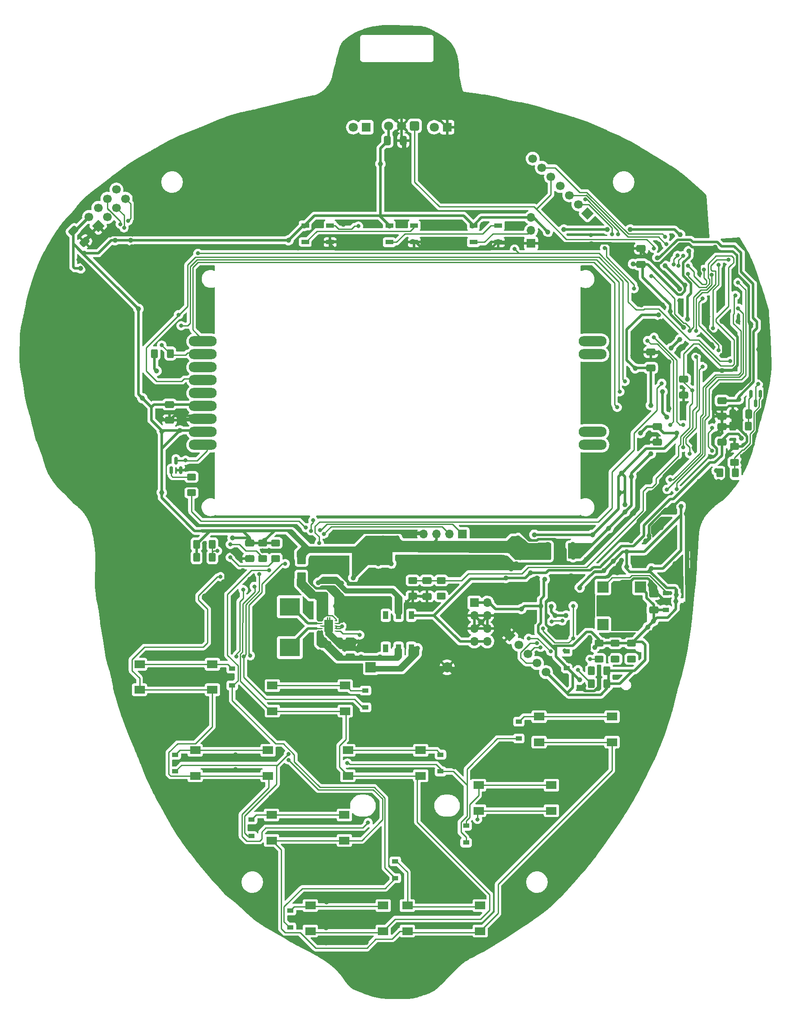
<source format=gtl>
%TF.GenerationSoftware,KiCad,Pcbnew,(6.0.11)*%
%TF.CreationDate,2024-05-07T01:49:40+08:00*%
%TF.ProjectId,badge,62616467-652e-46b6-9963-61645f706362,rev?*%
%TF.SameCoordinates,Original*%
%TF.FileFunction,Copper,L1,Top*%
%TF.FilePolarity,Positive*%
%FSLAX46Y46*%
G04 Gerber Fmt 4.6, Leading zero omitted, Abs format (unit mm)*
G04 Created by KiCad (PCBNEW (6.0.11)) date 2024-05-07 01:49:40*
%MOMM*%
%LPD*%
G01*
G04 APERTURE LIST*
G04 Aperture macros list*
%AMRoundRect*
0 Rectangle with rounded corners*
0 $1 Rounding radius*
0 $2 $3 $4 $5 $6 $7 $8 $9 X,Y pos of 4 corners*
0 Add a 4 corners polygon primitive as box body*
4,1,4,$2,$3,$4,$5,$6,$7,$8,$9,$2,$3,0*
0 Add four circle primitives for the rounded corners*
1,1,$1+$1,$2,$3*
1,1,$1+$1,$4,$5*
1,1,$1+$1,$6,$7*
1,1,$1+$1,$8,$9*
0 Add four rect primitives between the rounded corners*
20,1,$1+$1,$2,$3,$4,$5,0*
20,1,$1+$1,$4,$5,$6,$7,0*
20,1,$1+$1,$6,$7,$8,$9,0*
20,1,$1+$1,$8,$9,$2,$3,0*%
%AMHorizOval*
0 Thick line with rounded ends*
0 $1 width*
0 $2 $3 position (X,Y) of the first rounded end (center of the circle)*
0 $4 $5 position (X,Y) of the second rounded end (center of the circle)*
0 Add line between two ends*
20,1,$1,$2,$3,$4,$5,0*
0 Add two circle primitives to create the rounded ends*
1,1,$1,$2,$3*
1,1,$1,$4,$5*%
%AMRotRect*
0 Rectangle, with rotation*
0 The origin of the aperture is its center*
0 $1 length*
0 $2 width*
0 $3 Rotation angle, in degrees counterclockwise*
0 Add horizontal line*
21,1,$1,$2,0,0,$3*%
%AMFreePoly0*
4,1,21,-0.125000,1.200000,0.125000,1.200000,0.125000,1.700000,0.375000,1.700000,0.375000,1.200000,0.825000,1.200000,0.825000,-1.200000,0.375000,-1.200000,0.375000,-1.700000,0.125000,-1.700000,0.125000,-1.200000,-0.125000,-1.200000,-0.125000,-1.700000,-0.375000,-1.700000,-0.375000,-1.200000,-0.825000,-1.200000,-0.825000,1.200000,-0.375000,1.200000,-0.375000,1.700000,-0.125000,1.700000,
-0.125000,1.200000,-0.125000,1.200000,$1*%
G04 Aperture macros list end*
%TA.AperFunction,SMDPad,CuDef*%
%ADD10R,1.200000X0.900000*%
%TD*%
%TA.AperFunction,SMDPad,CuDef*%
%ADD11R,2.195000X2.195000*%
%TD*%
%TA.AperFunction,SMDPad,CuDef*%
%ADD12RoundRect,0.250000X-0.412500X-0.650000X0.412500X-0.650000X0.412500X0.650000X-0.412500X0.650000X0*%
%TD*%
%TA.AperFunction,SMDPad,CuDef*%
%ADD13RoundRect,0.250000X-0.625000X0.400000X-0.625000X-0.400000X0.625000X-0.400000X0.625000X0.400000X0*%
%TD*%
%TA.AperFunction,SMDPad,CuDef*%
%ADD14R,2.000000X1.500000*%
%TD*%
%TA.AperFunction,SMDPad,CuDef*%
%ADD15RoundRect,0.250000X0.400000X0.625000X-0.400000X0.625000X-0.400000X-0.625000X0.400000X-0.625000X0*%
%TD*%
%TA.AperFunction,SMDPad,CuDef*%
%ADD16RoundRect,0.250000X0.625000X-0.400000X0.625000X0.400000X-0.625000X0.400000X-0.625000X-0.400000X0*%
%TD*%
%TA.AperFunction,SMDPad,CuDef*%
%ADD17RoundRect,0.250000X-0.650000X0.412500X-0.650000X-0.412500X0.650000X-0.412500X0.650000X0.412500X0*%
%TD*%
%TA.AperFunction,SMDPad,CuDef*%
%ADD18RoundRect,0.250000X0.650000X-0.412500X0.650000X0.412500X-0.650000X0.412500X-0.650000X-0.412500X0*%
%TD*%
%TA.AperFunction,ComponentPad*%
%ADD19RotRect,1.700000X1.700000X45.000000*%
%TD*%
%TA.AperFunction,ComponentPad*%
%ADD20HorizOval,1.700000X0.000000X0.000000X0.000000X0.000000X0*%
%TD*%
%TA.AperFunction,ComponentPad*%
%ADD21RotRect,1.700000X1.700000X225.000000*%
%TD*%
%TA.AperFunction,ComponentPad*%
%ADD22HorizOval,1.700000X0.000000X0.000000X0.000000X0.000000X0*%
%TD*%
%TA.AperFunction,SMDPad,CuDef*%
%ADD23RoundRect,0.250000X0.412500X0.650000X-0.412500X0.650000X-0.412500X-0.650000X0.412500X-0.650000X0*%
%TD*%
%TA.AperFunction,ComponentPad*%
%ADD24RoundRect,0.250200X0.649800X0.649800X-0.649800X0.649800X-0.649800X-0.649800X0.649800X-0.649800X0*%
%TD*%
%TA.AperFunction,ComponentPad*%
%ADD25C,1.800000*%
%TD*%
%TA.AperFunction,ComponentPad*%
%ADD26RotRect,1.700000X1.700000X135.000000*%
%TD*%
%TA.AperFunction,ComponentPad*%
%ADD27HorizOval,1.700000X0.000000X0.000000X0.000000X0.000000X0*%
%TD*%
%TA.AperFunction,SMDPad,CuDef*%
%ADD28R,1.500000X0.900000*%
%TD*%
%TA.AperFunction,SMDPad,CuDef*%
%ADD29RoundRect,0.250000X-0.400000X-0.625000X0.400000X-0.625000X0.400000X0.625000X-0.400000X0.625000X0*%
%TD*%
%TA.AperFunction,ComponentPad*%
%ADD30R,1.700000X1.700000*%
%TD*%
%TA.AperFunction,ComponentPad*%
%ADD31O,1.700000X1.700000*%
%TD*%
%TA.AperFunction,ComponentPad*%
%ADD32R,1.800000X1.800000*%
%TD*%
%TA.AperFunction,SMDPad,CuDef*%
%ADD33RoundRect,0.150000X-0.150000X0.587500X-0.150000X-0.587500X0.150000X-0.587500X0.150000X0.587500X0*%
%TD*%
%TA.AperFunction,SMDPad,CuDef*%
%ADD34RoundRect,0.250000X-0.751301X-0.167938X-0.167938X-0.751301X0.751301X0.167938X0.167938X0.751301X0*%
%TD*%
%TA.AperFunction,SMDPad,CuDef*%
%ADD35R,4.000000X3.500000*%
%TD*%
%TA.AperFunction,SMDPad,CuDef*%
%ADD36RoundRect,0.250001X-0.624999X0.462499X-0.624999X-0.462499X0.624999X-0.462499X0.624999X0.462499X0*%
%TD*%
%TA.AperFunction,SMDPad,CuDef*%
%ADD37RoundRect,0.150000X0.150000X-0.587500X0.150000X0.587500X-0.150000X0.587500X-0.150000X-0.587500X0*%
%TD*%
%TA.AperFunction,SMDPad,CuDef*%
%ADD38R,1.000000X1.550000*%
%TD*%
%TA.AperFunction,ComponentPad*%
%ADD39O,5.500000X2.000000*%
%TD*%
%TA.AperFunction,ComponentPad*%
%ADD40C,0.500000*%
%TD*%
%TA.AperFunction,SMDPad,CuDef*%
%ADD41FreePoly0,0.000000*%
%TD*%
%TA.AperFunction,SMDPad,CuDef*%
%ADD42R,0.600000X0.240000*%
%TD*%
%TA.AperFunction,ComponentPad*%
%ADD43C,2.000000*%
%TD*%
%TA.AperFunction,ComponentPad*%
%ADD44R,2.000000X2.000000*%
%TD*%
%TA.AperFunction,ViaPad*%
%ADD45C,1.000000*%
%TD*%
%TA.AperFunction,ViaPad*%
%ADD46C,0.800000*%
%TD*%
%TA.AperFunction,ViaPad*%
%ADD47C,0.600000*%
%TD*%
%TA.AperFunction,Conductor*%
%ADD48C,0.250000*%
%TD*%
%TA.AperFunction,Conductor*%
%ADD49C,0.508000*%
%TD*%
%TA.AperFunction,Conductor*%
%ADD50C,0.480000*%
%TD*%
G04 APERTURE END LIST*
D10*
%TO.P,D17,1,K*%
%TO.N,Net-(C17-Pad2)*%
X130810000Y-142952200D03*
%TO.P,D17,2,A*%
%TO.N,+3.3V*%
X130810000Y-146252200D03*
%TD*%
D11*
%TO.P,BZ1,3*%
%TO.N,N/C*%
X137905000Y-137685000D03*
%TO.P,BZ1,2,+*%
%TO.N,Net-(BZ1-Pad2)*%
X137905000Y-130285000D03*
%TO.P,BZ1,1,-*%
%TO.N,+3.3V*%
X145305000Y-130285000D03*
%TD*%
D12*
%TO.P,C32,1*%
%TO.N,GND*%
X163410500Y-96367600D03*
%TO.P,C32,2*%
%TO.N,Net-(C32-Pad2)*%
X166535500Y-96367600D03*
%TD*%
D13*
%TO.P,R28,1*%
%TO.N,/BATT_ADC*%
X100584000Y-129006000D03*
%TO.P,R28,2*%
%TO.N,GND*%
X100584000Y-132106000D03*
%TD*%
D14*
%TO.P,SW1,1,1*%
%TO.N,Net-(D1-Pad2)*%
X87325000Y-149646000D03*
X73025000Y-149646000D03*
%TO.P,SW1,2,2*%
%TO.N,/BTN_COL0*%
X73025000Y-154646000D03*
X87325000Y-154646000D03*
%TD*%
D15*
%TO.P,R15,1*%
%TO.N,+3.3V*%
X138710000Y-146685000D03*
%TO.P,R15,2*%
%TO.N,/SD_CMD*%
X135610000Y-146685000D03*
%TD*%
D14*
%TO.P,SW4,1,1*%
%TO.N,Net-(D4-Pad2)*%
X72860000Y-175046000D03*
X87160000Y-175046000D03*
%TO.P,SW4,2,2*%
%TO.N,/BTN_COL1*%
X87160000Y-180046000D03*
X72860000Y-180046000D03*
%TD*%
D10*
%TO.P,D1,1,K*%
%TO.N,/BTN_ROW0*%
X91313000Y-153923000D03*
%TO.P,D1,2,A*%
%TO.N,Net-(D1-Pad2)*%
X91313000Y-150623000D03*
%TD*%
D14*
%TO.P,SW7,1,1*%
%TO.N,Net-(D7-Pad2)*%
X72174000Y-162346000D03*
X57874000Y-162346000D03*
%TO.P,SW7,2,2*%
%TO.N,/BTN_COL2*%
X57874000Y-167346000D03*
X72174000Y-167346000D03*
%TD*%
D16*
%TO.P,R16,1*%
%TO.N,/SD_DAT0*%
X140335000Y-144425000D03*
%TO.P,R16,2*%
%TO.N,+3.3V*%
X140335000Y-141325000D03*
%TD*%
D17*
%TO.P,C3,1*%
%TO.N,+3.3V*%
X68580000Y-121627500D03*
%TO.P,C3,2*%
%TO.N,GND*%
X68580000Y-124752500D03*
%TD*%
D18*
%TO.P,C2,1*%
%TO.N,VBUS*%
X161290000Y-101892500D03*
%TO.P,C2,2*%
%TO.N,GND*%
X161290000Y-98767500D03*
%TD*%
D19*
%TO.P,J7,1,Pin_1*%
%TO.N,GND*%
X119576033Y-139819833D03*
D20*
%TO.P,J7,2,Pin_2*%
%TO.N,/SD_DAT0*%
X121372084Y-141615884D03*
%TO.P,J7,3,Pin_3*%
%TO.N,/SD_CMD*%
X123168135Y-143411935D03*
%TO.P,J7,4,Pin_4*%
%TO.N,/SD_CLK*%
X124964187Y-145207987D03*
%TO.P,J7,5,Pin_5*%
%TO.N,+3.3V*%
X126760238Y-147004038D03*
%TD*%
D21*
%TO.P,J4,1,Pin_1*%
%TO.N,/IR_TX_SDCD*%
X134902754Y-56975554D03*
D22*
%TO.P,J4,2,Pin_2*%
%TO.N,/AUDIO_OUT*%
X133106703Y-55179503D03*
%TO.P,J4,3,Pin_3*%
%TO.N,/BATT_ADC*%
X131310652Y-53383452D03*
%TO.P,J4,4,Pin_4*%
%TO.N,/LCD_A0*%
X129514600Y-51587400D03*
%TO.P,J4,5,Pin_5*%
%TO.N,/IR_RX*%
X127718549Y-49791349D03*
%TO.P,J4,6,Pin_6*%
%TO.N,/LCD_BL_PWM*%
X125922498Y-47995298D03*
%TO.P,J4,7,Pin_7*%
%TO.N,/~{GPIO_INT}*%
X124126447Y-46199247D03*
%TD*%
D10*
%TO.P,D9,1,K*%
%TO.N,/BTN_ROW2*%
X65151000Y-149605000D03*
%TO.P,D9,2,A*%
%TO.N,Net-(D9-Pad2)*%
X65151000Y-146305000D03*
%TD*%
D23*
%TO.P,C31,1*%
%TO.N,GND*%
X86195300Y-141122400D03*
%TO.P,C31,2*%
%TO.N,+BATT*%
X83070300Y-141122400D03*
%TD*%
D18*
%TO.P,C26,1*%
%TO.N,GND*%
X103378000Y-132131000D03*
%TO.P,C26,2*%
%TO.N,/BATT_ADC*%
X103378000Y-129006000D03*
%TD*%
D24*
%TO.P,U4,1,OUT*%
%TO.N,/IR_RX*%
X100965000Y-39760000D03*
D25*
%TO.P,U4,2,GND*%
%TO.N,GND*%
X98425000Y-39760000D03*
%TO.P,U4,3,Vs*%
%TO.N,+3.3V*%
X95885000Y-39760000D03*
%TD*%
D26*
%TO.P,J2,1,Pin_1*%
%TO.N,GND*%
X38836878Y-59450889D03*
D27*
%TO.P,J2,2,Pin_2*%
%TO.N,+3.3V*%
X37040827Y-57654838D03*
%TO.P,J2,3,Pin_3*%
%TO.N,/CCMOD_GDO0*%
X40632929Y-57654838D03*
%TO.P,J2,4,Pin_4*%
%TO.N,/FSPI_CS1*%
X38836878Y-55858787D03*
%TO.P,J2,5,Pin_5*%
%TO.N,/FSPI_SCK*%
X42428981Y-55858787D03*
%TO.P,J2,6,Pin_6*%
%TO.N,/FSPI_MOSI*%
X40632929Y-54062736D03*
%TO.P,J2,7,Pin_7*%
%TO.N,/FSPI_MISO*%
X44225032Y-54062736D03*
%TO.P,J2,8,Pin_8*%
%TO.N,unconnected-(J2-Pad8)*%
X42428981Y-52266684D03*
%TD*%
D10*
%TO.P,D8,1,K*%
%TO.N,/BTN_ROW1*%
X111048800Y-180440600D03*
%TO.P,D8,2,A*%
%TO.N,Net-(D8-Pad2)*%
X111048800Y-177140600D03*
%TD*%
D13*
%TO.P,R3,1*%
%TO.N,+3.3V*%
X71120000Y-121640000D03*
%TO.P,R3,2*%
%TO.N,/I2C_SDA*%
X71120000Y-124740000D03*
%TD*%
D16*
%TO.P,R30,1*%
%TO.N,Net-(Q7-Pad1)*%
X163753800Y-105816400D03*
%TO.P,R30,2*%
%TO.N,GND*%
X163753800Y-102716400D03*
%TD*%
D10*
%TO.P,D4,1,K*%
%TO.N,/BTN_ROW0*%
X68961000Y-179196000D03*
%TO.P,D4,2,A*%
%TO.N,Net-(D4-Pad2)*%
X68961000Y-175896000D03*
%TD*%
%TO.P,D6,1,K*%
%TO.N,/BTN_ROW2*%
X97155000Y-187451000D03*
%TO.P,D6,2,A*%
%TO.N,Net-(D6-Pad2)*%
X97155000Y-184151000D03*
%TD*%
D28*
%TO.P,D11,1,VDD*%
%TO.N,+3.3V*%
X95975000Y-59310000D03*
%TO.P,D11,2,DOUT*%
%TO.N,Net-(D11-Pad2)*%
X95975000Y-62610000D03*
%TO.P,D11,3,VSS*%
%TO.N,GND*%
X100875000Y-62610000D03*
%TO.P,D11,4,DIN*%
%TO.N,Net-(D10-Pad2)*%
X100875000Y-59310000D03*
%TD*%
D29*
%TO.P,R1,1*%
%TO.N,+3.3V*%
X58140000Y-121920000D03*
%TO.P,R1,2*%
%TO.N,/I2C_SCL*%
X61240000Y-121920000D03*
%TD*%
D15*
%TO.P,R31,1*%
%TO.N,Net-(C32-Pad2)*%
X166497600Y-98679000D03*
%TO.P,R31,2*%
%TO.N,GND*%
X163397600Y-98679000D03*
%TD*%
D13*
%TO.P,R4,1*%
%TO.N,+3.3V*%
X73660000Y-121640000D03*
%TO.P,R4,2*%
%TO.N,/~{GPIO_INT}*%
X73660000Y-124740000D03*
%TD*%
D18*
%TO.P,C1,1*%
%TO.N,GND*%
X161290000Y-96812500D03*
%TO.P,C1,2*%
%TO.N,ESP+3V3*%
X161290000Y-93687500D03*
%TD*%
D14*
%TO.P,SW9,1,1*%
%TO.N,Net-(D9-Pad2)*%
X61252000Y-145455000D03*
X46952000Y-145455000D03*
%TO.P,SW9,2,2*%
%TO.N,/BTN_COL2*%
X61252000Y-150455000D03*
X46952000Y-150455000D03*
%TD*%
D15*
%TO.P,R29,1*%
%TO.N,Net-(Q7-Pad1)*%
X163957600Y-107899200D03*
%TO.P,R29,2*%
%TO.N,+3.3V*%
X160857600Y-107899200D03*
%TD*%
D14*
%TO.P,SW8,1,1*%
%TO.N,Net-(D8-Pad2)*%
X127800000Y-169204000D03*
X113500000Y-169204000D03*
%TO.P,SW8,2,2*%
%TO.N,/BTN_COL2*%
X113500000Y-174204000D03*
X127800000Y-174204000D03*
%TD*%
D28*
%TO.P,D10,1,VDD*%
%TO.N,+3.3V*%
X79465000Y-59310000D03*
%TO.P,D10,2,DOUT*%
%TO.N,Net-(D10-Pad2)*%
X79465000Y-62610000D03*
%TO.P,D10,3,VSS*%
%TO.N,GND*%
X84365000Y-62610000D03*
%TO.P,D10,4,DIN*%
%TO.N,/RGB_DATA*%
X84365000Y-59310000D03*
%TD*%
D17*
%TO.P,C7,1*%
%TO.N,GND*%
X147320000Y-84162500D03*
%TO.P,C7,2*%
%TO.N,ESP+3V3*%
X147320000Y-87287500D03*
%TD*%
D30*
%TO.P,J5,1,Pin_1*%
%TO.N,/I2C_SDA*%
X110363000Y-119913400D03*
D31*
%TO.P,J5,2,Pin_2*%
%TO.N,/I2C_SCL*%
X107823000Y-119913400D03*
%TO.P,J5,3,Pin_3*%
%TO.N,+3.3V*%
X105283000Y-119913400D03*
%TO.P,J5,4,Pin_4*%
%TO.N,GND*%
X102743000Y-119913400D03*
%TD*%
D29*
%TO.P,R10,1*%
%TO.N,+3.3V*%
X49885000Y-84455000D03*
%TO.P,R10,2*%
%TO.N,/LCD_RST*%
X52985000Y-84455000D03*
%TD*%
D32*
%TO.P,D14,1,K*%
%TO.N,GND*%
X107320000Y-40040000D03*
D25*
%TO.P,D14,2,A*%
%TO.N,Net-(D13-Pad1)*%
X104780000Y-40040000D03*
%TD*%
D17*
%TO.P,C28,1*%
%TO.N,GND*%
X147878800Y-131685900D03*
%TO.P,C28,2*%
%TO.N,+3.3V*%
X147878800Y-134810900D03*
%TD*%
D18*
%TO.P,C27,1*%
%TO.N,GND*%
X153797000Y-92621500D03*
%TO.P,C27,2*%
%TO.N,/BATT_ADC*%
X153797000Y-89496500D03*
%TD*%
D16*
%TO.P,R27,1*%
%TO.N,+BATT*%
X106172000Y-132106000D03*
%TO.P,R27,2*%
%TO.N,/BATT_ADC*%
X106172000Y-129006000D03*
%TD*%
%TO.P,R20,1*%
%TO.N,Net-(J3-Pad8)*%
X143510000Y-144425000D03*
%TO.P,R20,2*%
%TO.N,+3.3V*%
X143510000Y-141325000D03*
%TD*%
D23*
%TO.P,C21,1*%
%TO.N,GND*%
X85890500Y-132207000D03*
%TO.P,C21,2*%
%TO.N,Net-(C16-Pad2)*%
X82765500Y-132207000D03*
%TD*%
D29*
%TO.P,R2,1*%
%TO.N,+3.3V*%
X58140000Y-124460000D03*
%TO.P,R2,2*%
%TO.N,/I2C_SCL*%
X61240000Y-124460000D03*
%TD*%
D18*
%TO.P,C11,1*%
%TO.N,GND*%
X52832000Y-97574500D03*
%TO.P,C11,2*%
%TO.N,+3.3V*%
X52832000Y-94449500D03*
%TD*%
%TO.P,C5,1*%
%TO.N,GND*%
X148590000Y-101892500D03*
%TO.P,C5,2*%
%TO.N,VBUS*%
X148590000Y-98767500D03*
%TD*%
D33*
%TO.P,Q7,1,B*%
%TO.N,Net-(Q7-Pad1)*%
X168844000Y-92331300D03*
%TO.P,Q7,2,E*%
%TO.N,Net-(C32-Pad2)*%
X166944000Y-92331300D03*
%TO.P,Q7,3,C*%
%TO.N,/ESP_RST*%
X167894000Y-94206300D03*
%TD*%
D15*
%TO.P,R21,1*%
%TO.N,+3.3V*%
X138710000Y-149225000D03*
%TO.P,R21,2*%
%TO.N,Net-(J3-Pad1)*%
X135610000Y-149225000D03*
%TD*%
D34*
%TO.P,C19,1*%
%TO.N,+3.3V*%
X33947146Y-60363146D03*
%TO.P,C19,2*%
%TO.N,GND*%
X36156854Y-62572854D03*
%TD*%
D30*
%TO.P,J6,1,Pin_1*%
%TO.N,+3.3V*%
X112669000Y-133360000D03*
D31*
%TO.P,J6,2,Pin_2*%
X115209000Y-133360000D03*
%TO.P,J6,3,Pin_3*%
%TO.N,GND*%
X112669000Y-135900000D03*
%TO.P,J6,4,Pin_4*%
X115209000Y-135900000D03*
%TO.P,J6,5,Pin_5*%
X112669000Y-138440000D03*
%TO.P,J6,6,Pin_6*%
X115209000Y-138440000D03*
%TO.P,J6,7,Pin_7*%
%TO.N,VBUS*%
X112669000Y-140980000D03*
%TO.P,J6,8,Pin_8*%
X115209000Y-140980000D03*
%TD*%
D35*
%TO.P,L1,1,1*%
%TO.N,Net-(L1-Pad1)*%
X76454000Y-134176000D03*
%TO.P,L1,2,2*%
%TO.N,Net-(L1-Pad2)*%
X76454000Y-142176000D03*
%TD*%
D14*
%TO.P,SW5,1,1*%
%TO.N,Net-(D5-Pad2)*%
X125387200Y-155742000D03*
X139687200Y-155742000D03*
%TO.P,SW5,2,2*%
%TO.N,/BTN_COL1*%
X139687200Y-160742000D03*
X125387200Y-160742000D03*
%TD*%
D30*
%TO.P,J1,1,Pin_1*%
%TO.N,GND*%
X123825000Y-62850000D03*
D31*
%TO.P,J1,2,Pin_2*%
%TO.N,Net-(D15-Pad2)*%
X123825000Y-60310000D03*
%TO.P,J1,3,Pin_3*%
%TO.N,+3.3V*%
X123825000Y-57770000D03*
%TD*%
D23*
%TO.P,C16,1*%
%TO.N,GND*%
X85890500Y-134620000D03*
%TO.P,C16,2*%
%TO.N,Net-(C16-Pad2)*%
X82765500Y-134620000D03*
%TD*%
D36*
%TO.P,FB1,1*%
%TO.N,+3.3V*%
X78740000Y-125120400D03*
%TO.P,FB1,2*%
%TO.N,Net-(C16-Pad2)*%
X78740000Y-128095400D03*
%TD*%
D14*
%TO.P,SW2,1,1*%
%TO.N,Net-(D2-Pad2)*%
X87846000Y-162346000D03*
X102146000Y-162346000D03*
%TO.P,SW2,2,2*%
%TO.N,/BTN_COL0*%
X102146000Y-167346000D03*
X87846000Y-167346000D03*
%TD*%
D13*
%TO.P,R19,1*%
%TO.N,+3.3V*%
X137160000Y-141325000D03*
%TO.P,R19,2*%
%TO.N,Net-(J3-Pad2)*%
X137160000Y-144425000D03*
%TD*%
D10*
%TO.P,D5,1,K*%
%TO.N,/BTN_ROW1*%
X121412000Y-160019000D03*
%TO.P,D5,2,A*%
%TO.N,Net-(D5-Pad2)*%
X121412000Y-156719000D03*
%TD*%
D23*
%TO.P,C15,1*%
%TO.N,GND*%
X98717500Y-42672000D03*
%TO.P,C15,2*%
%TO.N,+3.3V*%
X95592500Y-42672000D03*
%TD*%
D10*
%TO.P,D2,1,K*%
%TO.N,/BTN_ROW1*%
X106045000Y-166496000D03*
%TO.P,D2,2,A*%
%TO.N,Net-(D2-Pad2)*%
X106045000Y-163196000D03*
%TD*%
D32*
%TO.P,D13,1,K*%
%TO.N,Net-(D13-Pad1)*%
X91445000Y-40040000D03*
D25*
%TO.P,D13,2,A*%
%TO.N,Net-(D12-Pad1)*%
X88905000Y-40040000D03*
%TD*%
D37*
%TO.P,Q2,1,B*%
%TO.N,Net-(Q2-Pad1)*%
X53152000Y-107363500D03*
%TO.P,Q2,2,E*%
%TO.N,GND*%
X55052000Y-107363500D03*
%TO.P,Q2,3,C*%
%TO.N,Net-(Q2-Pad3)*%
X54102000Y-105488500D03*
%TD*%
D38*
%TO.P,SW10,1,A*%
%TO.N,unconnected-(SW10-Pad1)*%
X95290000Y-135840000D03*
%TO.P,SW10,2,B*%
%TO.N,Net-(C10-Pad2)*%
X97790000Y-135840000D03*
%TO.P,SW10,3,C*%
%TO.N,VBUS*%
X100290000Y-135840000D03*
%TO.P,SW10,4,A*%
%TO.N,unconnected-(SW10-Pad4)*%
X95290000Y-142290000D03*
%TO.P,SW10,5,B*%
%TO.N,+BATT*%
X97790000Y-142290000D03*
%TO.P,SW10,6,C*%
%TO.N,Net-(BT1-Pad1)*%
X100290000Y-142290000D03*
%TD*%
D14*
%TO.P,SW6,1,1*%
%TO.N,Net-(D6-Pad2)*%
X113830000Y-192826000D03*
X99530000Y-192826000D03*
%TO.P,SW6,2,2*%
%TO.N,/BTN_COL1*%
X113830000Y-197826000D03*
X99530000Y-197826000D03*
%TD*%
D17*
%TO.P,C6,1*%
%TO.N,GND*%
X145415000Y-63842500D03*
%TO.P,C6,2*%
%TO.N,ESP+3V3*%
X145415000Y-66967500D03*
%TD*%
D39*
%TO.P,U5,13,NC*%
%TO.N,unconnected-(U5-Pad13)*%
X135900000Y-82066000D03*
%TO.P,U5,12,NC*%
%TO.N,unconnected-(U5-Pad12)*%
X135900000Y-84616000D03*
%TO.P,U5,11,NC*%
%TO.N,unconnected-(U5-Pad11)*%
X135900000Y-99846000D03*
%TO.P,U5,10,NC*%
%TO.N,unconnected-(U5-Pad10)*%
X135900000Y-102386000D03*
%TO.P,U5,9,BLK*%
%TO.N,Net-(Q2-Pad3)*%
X59390000Y-102386000D03*
%TO.P,U5,8,BLA*%
%TO.N,+3.3V*%
X59390000Y-99846000D03*
%TO.P,U5,7,VSS*%
%TO.N,GND*%
X59390000Y-97306000D03*
%TO.P,U5,6,VDD*%
%TO.N,+3.3V*%
X59390000Y-94766000D03*
%TO.P,U5,5,SDA*%
%TO.N,/FSPI_MOSI*%
X59390000Y-92226000D03*
%TO.P,U5,4,SCL*%
%TO.N,/FSPI_SCK*%
X59390000Y-89686000D03*
%TO.P,U5,3,A0*%
%TO.N,/LCD_A0*%
X59390000Y-87146000D03*
%TO.P,U5,2,~{RST}*%
%TO.N,/LCD_RST*%
X59390000Y-84606000D03*
%TO.P,U5,1,~{CS}*%
%TO.N,/FSPI_CS0*%
X59390000Y-82066000D03*
%TD*%
D28*
%TO.P,D15,1,VDD*%
%TO.N,+3.3V*%
X112485000Y-59310000D03*
%TO.P,D15,2,DOUT*%
%TO.N,Net-(D15-Pad2)*%
X112485000Y-62610000D03*
%TO.P,D15,3,VSS*%
%TO.N,GND*%
X117385000Y-62610000D03*
%TO.P,D15,4,DIN*%
%TO.N,Net-(D11-Pad2)*%
X117385000Y-59310000D03*
%TD*%
D14*
%TO.P,SW3,1,1*%
%TO.N,Net-(D3-Pad2)*%
X80480000Y-192826000D03*
X94780000Y-192826000D03*
%TO.P,SW3,2,2*%
%TO.N,/BTN_COL0*%
X94780000Y-197826000D03*
X80480000Y-197826000D03*
%TD*%
D10*
%TO.P,D16,2,A*%
%TO.N,Net-(BZ1-Pad2)*%
X150266400Y-131470400D03*
%TO.P,D16,1,K*%
%TO.N,+3.3V*%
X150266400Y-134770400D03*
%TD*%
D16*
%TO.P,R11,1*%
%TO.N,/LCD_BL_PWM*%
X57150000Y-111786000D03*
%TO.P,R11,2*%
%TO.N,Net-(Q2-Pad1)*%
X57150000Y-108686000D03*
%TD*%
D17*
%TO.P,C30,1*%
%TO.N,GND*%
X88341200Y-140893000D03*
%TO.P,C30,2*%
%TO.N,+BATT*%
X88341200Y-144018000D03*
%TD*%
D10*
%TO.P,D7,1,K*%
%TO.N,/BTN_ROW0*%
X53975000Y-166496000D03*
%TO.P,D7,2,A*%
%TO.N,Net-(D7-Pad2)*%
X53975000Y-163196000D03*
%TD*%
%TO.P,D3,1,K*%
%TO.N,/BTN_ROW2*%
X76581000Y-197103000D03*
%TO.P,D3,2,A*%
%TO.N,Net-(D3-Pad2)*%
X76581000Y-193803000D03*
%TD*%
D40*
%TO.P,U6,11,PGND*%
%TO.N,GND*%
X83499000Y-137922000D03*
X84074000Y-138872000D03*
X84074000Y-136972000D03*
D41*
X84074000Y-137922000D03*
D40*
X84649000Y-137922000D03*
D42*
%TO.P,U6,10,FB*%
%TO.N,Net-(C16-Pad2)*%
X85474000Y-136922000D03*
%TO.P,U6,9,GND*%
%TO.N,GND*%
X85474000Y-137422000D03*
%TO.P,U6,8,VINA*%
%TO.N,Net-(C23-Pad2)*%
X85474000Y-137922000D03*
%TO.P,U6,7,PS/SYNC*%
X85474000Y-138422000D03*
%TO.P,U6,6,EN*%
%TO.N,Net-(Q6-Pad3)*%
X85474000Y-138922000D03*
%TO.P,U6,5,VIN*%
%TO.N,+BATT*%
X82674000Y-138922000D03*
%TO.P,U6,4,L1*%
%TO.N,Net-(L1-Pad2)*%
X82674000Y-138422000D03*
%TO.P,U6,3,PGND*%
%TO.N,GND*%
X82674000Y-137922000D03*
%TO.P,U6,2,L2*%
%TO.N,Net-(L1-Pad1)*%
X82674000Y-137422000D03*
%TO.P,U6,1,VOUT*%
%TO.N,Net-(C16-Pad2)*%
X82674000Y-136922000D03*
%TD*%
D43*
%TO.P,BT1,2,-*%
%TO.N,GND*%
X107319000Y-146050000D03*
D44*
%TO.P,BT1,1,+*%
%TO.N,Net-(BT1-Pad1)*%
X92329000Y-146050000D03*
%TD*%
D45*
%TO.N,GND*%
X134449194Y-145411791D03*
D46*
%TO.N,Net-(J3-Pad1)*%
X133019800Y-146532600D03*
%TO.N,Net-(J3-Pad2)*%
X135405500Y-144475200D03*
D45*
%TO.N,GND*%
X134210500Y-149701693D03*
%TO.N,+3.3V*%
X136296400Y-142189200D03*
D46*
%TO.N,/SD_CMD*%
X135458200Y-146227800D03*
D45*
%TO.N,+3.3V*%
X133324600Y-148539200D03*
D46*
%TO.N,Net-(C17-Pad2)*%
X130365900Y-142756500D03*
D45*
%TO.N,+3.3V*%
X128458476Y-142098500D03*
%TO.N,GND*%
X128892535Y-146164065D03*
%TO.N,Net-(BT1-Pad1)*%
X100330000Y-142240000D03*
X100787200Y-143459200D03*
X101549200Y-142341600D03*
D47*
%TO.N,GND*%
X141335000Y-136972788D03*
X139771352Y-43126144D03*
D45*
X83629500Y-192087500D03*
X124460000Y-137160000D03*
D47*
X104128739Y-182534169D03*
D45*
X164405200Y-78106643D03*
X85725000Y-140993500D03*
D47*
X98851400Y-52071828D03*
D45*
X156702751Y-84051467D03*
D47*
X123843314Y-193741719D03*
D45*
X144780000Y-119634000D03*
X117348000Y-62484000D03*
X149225000Y-78105000D03*
X81661000Y-43561000D03*
D47*
X26670000Y-96012000D03*
D45*
X146327782Y-121283382D03*
X135270017Y-140174636D03*
D47*
X142626233Y-162794120D03*
D45*
X77470000Y-185928000D03*
X86868000Y-135890000D03*
D47*
X44149500Y-79307564D03*
X129113228Y-180305202D03*
X137242500Y-108464117D03*
X114126265Y-146579599D03*
X73361596Y-37479244D03*
X57829202Y-157643367D03*
X34291133Y-111538448D03*
D45*
X153543000Y-94488000D03*
D47*
X30956390Y-107782494D03*
X39987184Y-122399872D03*
X106285178Y-205613494D03*
D45*
X150889802Y-86119802D03*
D47*
X128652829Y-166121500D03*
X138149575Y-171268855D03*
X31192413Y-67199977D03*
D45*
X88253865Y-147840500D03*
D47*
X88293103Y-205798059D03*
D45*
X141224000Y-64516000D03*
D47*
X148786660Y-142830925D03*
X142421862Y-158063386D03*
X44149500Y-92088159D03*
X94732458Y-209261883D03*
X135403985Y-50456921D03*
D45*
X156770418Y-109526418D03*
D47*
X25654000Y-77851000D03*
D45*
X55372000Y-63500000D03*
D47*
X94121779Y-155125981D03*
X105389520Y-43220096D03*
X156657050Y-57046975D03*
X92550533Y-159888500D03*
X107898957Y-142671821D03*
X138996353Y-176580577D03*
X68390546Y-38634814D03*
D45*
X81534000Y-124968000D03*
D47*
X97688469Y-159888500D03*
X162915600Y-109905800D03*
X84763861Y-157140909D03*
X102292778Y-208659519D03*
D46*
X137160000Y-79756000D03*
D47*
X86316363Y-31238925D03*
X137750500Y-91589486D03*
X90252500Y-52522089D03*
X105073507Y-159888500D03*
X85001458Y-33408654D03*
X115710811Y-166451747D03*
X51273141Y-139622499D03*
X110134964Y-42273402D03*
D45*
X134620000Y-124855500D03*
D47*
X92475000Y-185060087D03*
X146488956Y-163220470D03*
X137877500Y-106045228D03*
X106941728Y-53301298D03*
X57867500Y-135992382D03*
D46*
X106426000Y-59182000D03*
D45*
X53340000Y-80010000D03*
D47*
X80184501Y-171670931D03*
X59879441Y-170210135D03*
X44917386Y-94393467D03*
X56433935Y-54438500D03*
X58781569Y-42018821D03*
X63511723Y-40100504D03*
D45*
X118160800Y-119380000D03*
X149969000Y-121505292D03*
D47*
X116556810Y-185910759D03*
X47490063Y-161064745D03*
X144295433Y-45480230D03*
X72121500Y-136023489D03*
X49635952Y-46511522D03*
X123958801Y-178508768D03*
X151896488Y-146194865D03*
X79580908Y-157103500D03*
D45*
X80137000Y-176403000D03*
X41148000Y-61214000D03*
X86741000Y-62484000D03*
D47*
X58794500Y-155470637D03*
D45*
X45085000Y-99060000D03*
D47*
X141733853Y-167628341D03*
X25019000Y-83058000D03*
X87367163Y-186993499D03*
X120427442Y-36772339D03*
X58298965Y-181446509D03*
X72345500Y-187007811D03*
D45*
X99060000Y-55880000D03*
X127395500Y-132715527D03*
D47*
X82913037Y-49077534D03*
X52164507Y-119139937D03*
X108376752Y-151426126D03*
X107496525Y-160574164D03*
X95588878Y-170344051D03*
X140247051Y-134605321D03*
X57339138Y-170428500D03*
X111650936Y-190056366D03*
X48717022Y-139622499D03*
D45*
X48260000Y-99060000D03*
D46*
X92964000Y-37846000D03*
D47*
X24892000Y-88138000D03*
X64217500Y-155068930D03*
D46*
X104394000Y-59182000D03*
D47*
X76852039Y-54438500D03*
X44149500Y-84419802D03*
D46*
X60553600Y-108966000D03*
D45*
X65786000Y-166101500D03*
D47*
X44500377Y-142016193D03*
D45*
X116713000Y-176149000D03*
D47*
X137126061Y-158236909D03*
D45*
X68580000Y-124460000D03*
X155814500Y-102919000D03*
D47*
X92262764Y-208643614D03*
X91037868Y-28918500D03*
X104478319Y-143508722D03*
D45*
X126924271Y-144855729D03*
D47*
X44734119Y-153858927D03*
X108044831Y-30823897D03*
D45*
X85852000Y-132334000D03*
D47*
X117439867Y-197958125D03*
X56133749Y-152912500D03*
D45*
X167005000Y-78740000D03*
D47*
X112368244Y-161397326D03*
X84680055Y-159494514D03*
X148652029Y-48140128D03*
X122931329Y-43244330D03*
X53881672Y-54438500D03*
X58690861Y-152949909D03*
D45*
X133477000Y-136652000D03*
D47*
X109157311Y-180611880D03*
D45*
X165378300Y-105867200D03*
D47*
X64596210Y-174752955D03*
X110493196Y-150212668D03*
X84508828Y-54438500D03*
D45*
X153670000Y-92202000D03*
D47*
X45309169Y-50909272D03*
D45*
X55118000Y-85852000D03*
D47*
X116995366Y-53676500D03*
D45*
X132461000Y-158242000D03*
D47*
X97847810Y-201462926D03*
X105911969Y-140684833D03*
X77851582Y-182503500D03*
X57552872Y-129471697D03*
D45*
X150889802Y-95250000D03*
X83566000Y-200152000D03*
D46*
X148932233Y-62903767D03*
D47*
X132727767Y-176690663D03*
X81046636Y-147188500D03*
X137437137Y-42093951D03*
X53971955Y-120947386D03*
X56728006Y-127468271D03*
X132663179Y-169804390D03*
X76981686Y-157103500D03*
X42265600Y-145923000D03*
X101246920Y-28918500D03*
X67468485Y-169803500D03*
D45*
X96393000Y-128816500D03*
X91440000Y-200025000D03*
D47*
X129027237Y-55608218D03*
D45*
X121285000Y-171323000D03*
D47*
X70307200Y-194208400D03*
D45*
X63379073Y-129298146D03*
D47*
X141758864Y-172280734D03*
D45*
X80010000Y-178689000D03*
D47*
X52802164Y-172764564D03*
X140412797Y-174453229D03*
X103422500Y-47102220D03*
X98101464Y-151430500D03*
X63245902Y-187368968D03*
X103422500Y-44549957D03*
X125867311Y-152659500D03*
X54023138Y-175028886D03*
D45*
X72771000Y-171577000D03*
X114147600Y-137160000D03*
X155346400Y-124815600D03*
D47*
X113084195Y-178954301D03*
X100599656Y-53910086D03*
X44107348Y-76760446D03*
X82180130Y-157103500D03*
X110551709Y-163213860D03*
X70882858Y-38087444D03*
X85677129Y-183084013D03*
X165098033Y-104474660D03*
X139195123Y-53804692D03*
X66259281Y-181878075D03*
X82503647Y-172510500D03*
X78369013Y-169855443D03*
X43049021Y-144057728D03*
X93590131Y-28918500D03*
D45*
X65786000Y-131953000D03*
D47*
X40040575Y-129957910D03*
X68630274Y-182607000D03*
D45*
X54864000Y-91186000D03*
D47*
X117731458Y-142923525D03*
X145361866Y-165514352D03*
D45*
X49530000Y-102235000D03*
X55118000Y-96647000D03*
X70358000Y-133858000D03*
D47*
X102664968Y-200537500D03*
X107768294Y-200537500D03*
X105808368Y-151430500D03*
D45*
X137160000Y-148082000D03*
D47*
X28485626Y-68207225D03*
D46*
X151536400Y-61366400D03*
D45*
X87884000Y-134874000D03*
X149340918Y-118606918D03*
D47*
X102566511Y-36704779D03*
D45*
X140589000Y-147955000D03*
D47*
X122933097Y-37249261D03*
X117497290Y-163219141D03*
D45*
X135636000Y-62901300D03*
X75311000Y-123190000D03*
D47*
X102248191Y-180653621D03*
D45*
X168516500Y-83683479D03*
D47*
X73714957Y-138140004D03*
D45*
X141973500Y-102362000D03*
D47*
X28294907Y-100656836D03*
X121213259Y-47484173D03*
X55193726Y-125552815D03*
X72345500Y-189580381D03*
X85942652Y-38744160D03*
X100130015Y-159487082D03*
X150454966Y-57535300D03*
D45*
X158193517Y-85922647D03*
D47*
X115481450Y-35608302D03*
D45*
X143510000Y-139700000D03*
D47*
X135101851Y-41064234D03*
X32203746Y-69389610D03*
X149941071Y-153607414D03*
D46*
X60325000Y-73660000D03*
D45*
X131064000Y-144653000D03*
D47*
X125389951Y-37940167D03*
D45*
X164592000Y-96012000D03*
D47*
X53930500Y-70051077D03*
D45*
X156884900Y-68771954D03*
X146951900Y-120243600D03*
D47*
X74539328Y-157676534D03*
X93312415Y-202971046D03*
X51842891Y-45230112D03*
X112955729Y-35243063D03*
X135552500Y-94215014D03*
D45*
X83566000Y-197205500D03*
X61468000Y-126365000D03*
D47*
X105137006Y-51496575D03*
X150546643Y-151124419D03*
D45*
X105283000Y-196850000D03*
D47*
X64090724Y-54438500D03*
X84706067Y-186993499D03*
X46183500Y-111297527D03*
X146469872Y-46816576D03*
D45*
X144322800Y-124675700D03*
D47*
X83173774Y-182503500D03*
X50988609Y-152912500D03*
X48777146Y-54438500D03*
X40834643Y-134925369D03*
X43619500Y-150022065D03*
D45*
X36068000Y-62484000D03*
D47*
X95119501Y-159888500D03*
X55643976Y-158578500D03*
X151200553Y-148654050D03*
X95048239Y-36632632D03*
X109210486Y-190622500D03*
X96820500Y-53161308D03*
X100037671Y-36541274D03*
X120981500Y-153719300D03*
X154773079Y-52703145D03*
D46*
X105651300Y-38366700D03*
D45*
X53594000Y-87884000D03*
D47*
X118853960Y-154992240D03*
X43216503Y-147687902D03*
X44149500Y-81863683D03*
X30769411Y-63639167D03*
X46689500Y-96128820D03*
X128423980Y-152325644D03*
X59227915Y-127590992D03*
X137229700Y-163774054D03*
D45*
X53467000Y-152400000D03*
X67259200Y-127062000D03*
X59690000Y-132080000D03*
D47*
X108095265Y-203815927D03*
X112309731Y-148396133D03*
X120421570Y-146502999D03*
D45*
X151204582Y-115009582D03*
D47*
X121173922Y-45001008D03*
X147165162Y-147322702D03*
X156835087Y-59593021D03*
X152870145Y-51002298D03*
X103799183Y-28918500D03*
D45*
X45515049Y-61017804D03*
D47*
X114184779Y-159580791D03*
X88334920Y-183124307D03*
X71719958Y-146217822D03*
X32516213Y-109798797D03*
X110422913Y-34932448D03*
X53141942Y-64816500D03*
D45*
X112522000Y-57150000D03*
D47*
X112142989Y-201040270D03*
X61563304Y-185422989D03*
D45*
X144964500Y-108134500D03*
D47*
X90075587Y-50108872D03*
X109338577Y-53676500D03*
D45*
X130429000Y-132588000D03*
D47*
X48549609Y-115525039D03*
X137750500Y-94318587D03*
D45*
X91948000Y-141097000D03*
D46*
X74295000Y-159893000D03*
D47*
X111007808Y-182462378D03*
X148385270Y-158475109D03*
X99726125Y-182441700D03*
X125238861Y-171698909D03*
D45*
X153221565Y-63440435D03*
X71120000Y-123190000D03*
X59713482Y-121765682D03*
D47*
X106550989Y-190622500D03*
X47080382Y-52648203D03*
D45*
X145431027Y-74931866D03*
X143764000Y-84836000D03*
D47*
X41095876Y-137448195D03*
D45*
X120904000Y-125730000D03*
D47*
X56411001Y-42964475D03*
D45*
X108712000Y-165608000D03*
D47*
X121884150Y-187534280D03*
X64598500Y-177325095D03*
D46*
X60071000Y-76581000D03*
D47*
X143457674Y-136153721D03*
X122637350Y-176661500D03*
X119547629Y-53676500D03*
X149209624Y-156056080D03*
X34398236Y-70431913D03*
D45*
X78105000Y-63754000D03*
X82296000Y-143002000D03*
D46*
X135509000Y-75946000D03*
X108458000Y-59182000D03*
D47*
X97352486Y-172700646D03*
D45*
X117348000Y-125476000D03*
D47*
X152928003Y-141191050D03*
X129516486Y-188610509D03*
D45*
X153224840Y-130238464D03*
X62865000Y-120650000D03*
D47*
X107581207Y-126145231D03*
X75840333Y-36871044D03*
X132911242Y-184789112D03*
X97439170Y-181368500D03*
D45*
X147320000Y-139242800D03*
D47*
X87560807Y-50139981D03*
X152982221Y-57635253D03*
D45*
X139192000Y-96520000D03*
D46*
X58547000Y-79502000D03*
D47*
X50247500Y-162955241D03*
D45*
X82042000Y-161798000D03*
X39878000Y-66040000D03*
D47*
X99015500Y-171072290D03*
D45*
X153035000Y-71755000D03*
D47*
X54082606Y-44008637D03*
X61538461Y-54438500D03*
X90834731Y-182497052D03*
X98507500Y-49597311D03*
X38969322Y-117473025D03*
X25309463Y-80555615D03*
X127305958Y-182112472D03*
X142077752Y-44217884D03*
D45*
X81076800Y-120929400D03*
D47*
X116055346Y-157828988D03*
D45*
X114427000Y-119380000D03*
D47*
X101987500Y-189653751D03*
D45*
X79121000Y-46101000D03*
D47*
X43891200Y-152019000D03*
X26323529Y-75548056D03*
X56372308Y-134029741D03*
D46*
X76708000Y-159893000D03*
D47*
X86593835Y-203956604D03*
D45*
X124587000Y-167259000D03*
D47*
X148749822Y-145385349D03*
X25527000Y-93472000D03*
X145350440Y-57535300D03*
X44149500Y-86975921D03*
X51329409Y-54438500D03*
X56781670Y-179369334D03*
X45568954Y-156292033D03*
X42323578Y-74937442D03*
X119596054Y-196585838D03*
X157934625Y-113657098D03*
D45*
X51562000Y-68834000D03*
X153670000Y-105410000D03*
D47*
X107454742Y-36808993D03*
X134530490Y-182811935D03*
X90028259Y-186993499D03*
D45*
X83769200Y-121056400D03*
X119875500Y-126746000D03*
X49530000Y-110490000D03*
D47*
X118407308Y-184060261D03*
X118497968Y-157485918D03*
X120076881Y-189341549D03*
D45*
X53975000Y-113665000D03*
D47*
X46183500Y-103629170D03*
X95373202Y-201847500D03*
X53930500Y-72601440D03*
X125416140Y-43284631D03*
X135552500Y-106631960D03*
D45*
X131651437Y-128095437D03*
D47*
X96142394Y-28918500D03*
D45*
X66040000Y-59182000D03*
D46*
X135382000Y-78232000D03*
D47*
X114443103Y-53676500D03*
D45*
X152065271Y-125705894D03*
D47*
X135552500Y-88756814D03*
X37829817Y-115193227D03*
X87573082Y-26294275D03*
X139956845Y-169461585D03*
X97157364Y-45640526D03*
X130846440Y-167323897D03*
X132722556Y-40142368D03*
X27675636Y-98176999D03*
X136397576Y-166069994D03*
X79404302Y-54438500D03*
D45*
X89154000Y-140843000D03*
X93853000Y-128816500D03*
D47*
X50815601Y-147997500D03*
D46*
X78994000Y-159893000D03*
D45*
X150469600Y-133451600D03*
D46*
X80010000Y-134874000D03*
D47*
X136342306Y-173076124D03*
D45*
X50292000Y-143764000D03*
D47*
X64958189Y-189288787D03*
D45*
X153035000Y-74041000D03*
X70104000Y-55118000D03*
D47*
X125498689Y-183919741D03*
X137750500Y-88860386D03*
X97282047Y-209314108D03*
X137242500Y-111046711D03*
D45*
X161291643Y-78106643D03*
D47*
X123336690Y-152901984D03*
D45*
X98425000Y-42784500D03*
D47*
X101271235Y-184528906D03*
X130920497Y-178497933D03*
D45*
X49784000Y-76454000D03*
X130277071Y-148208529D03*
D46*
X135382000Y-73406000D03*
D47*
X122039342Y-53346126D03*
X109569182Y-134853509D03*
D46*
X60198000Y-111912400D03*
D47*
X119803344Y-162581930D03*
D45*
X160655000Y-109562500D03*
X147152002Y-129857500D03*
D47*
X103239400Y-151430500D03*
X135552500Y-91485914D03*
X50474877Y-168065787D03*
D45*
X141591500Y-125018800D03*
X57150000Y-106680000D03*
D47*
X140999845Y-55609414D03*
X53140410Y-158938944D03*
X39636950Y-119898600D03*
X147902703Y-57535300D03*
X29200797Y-103046859D03*
X102515262Y-126018050D03*
X107915659Y-43271999D03*
X78275684Y-147188500D03*
X41960800Y-142138400D03*
X90234779Y-36825240D03*
X127745651Y-190453201D03*
X108623371Y-33308373D03*
X47416678Y-47771911D03*
X25019000Y-85665572D03*
X97619327Y-178987500D03*
X103332656Y-145487942D03*
X118251294Y-166746500D03*
X74299776Y-54438500D03*
X41493059Y-139973267D03*
D45*
X161290000Y-97155000D03*
D47*
X129250801Y-158284500D03*
X44149500Y-89532040D03*
D45*
X148844000Y-101600000D03*
X134366000Y-132207000D03*
D46*
X60579000Y-79629000D03*
D47*
X99832818Y-209297726D03*
D45*
X159956500Y-63563500D03*
D47*
X152782467Y-137885509D03*
X40064090Y-127402143D03*
X87734585Y-37021687D03*
X92248024Y-156685065D03*
D45*
X86995000Y-59055000D03*
D47*
X145328455Y-149097603D03*
X94075166Y-152595682D03*
D45*
X161544000Y-91440000D03*
D47*
X132449309Y-163199500D03*
D45*
X52590500Y-97574500D03*
D47*
X122984919Y-49220155D03*
X137390400Y-51999969D03*
X120891911Y-166746500D03*
X159897616Y-112037433D03*
X86938263Y-28766122D03*
D45*
X146050000Y-78740000D03*
D47*
X38708680Y-71322544D03*
X72345500Y-192152951D03*
X27609241Y-70607914D03*
X126607446Y-150509110D03*
X67067890Y-159697320D03*
D45*
X50800000Y-96520000D03*
D47*
X78321879Y-36274465D03*
X80812224Y-35716359D03*
X111890840Y-53676500D03*
X120257806Y-182209763D03*
X83545545Y-39353407D03*
D45*
X158496000Y-77216000D03*
D47*
X25146000Y-90932000D03*
D46*
X60248800Y-105867200D03*
D45*
X103251000Y-134239000D03*
X75565000Y-120650000D03*
X45466000Y-63500000D03*
D47*
X46745569Y-113715220D03*
D45*
X159290999Y-82677271D03*
X54102000Y-147955000D03*
D47*
X40516129Y-73129993D03*
X144038652Y-153337187D03*
D45*
X55118000Y-83312000D03*
D47*
X26858387Y-73050996D03*
X150377799Y-138239824D03*
X109961678Y-202222617D03*
X66642987Y-54438500D03*
X101987500Y-186994254D03*
D45*
X124968000Y-128524000D03*
D47*
X50357058Y-117332488D03*
X125238861Y-176698909D03*
X97533835Y-36650940D03*
D45*
X51562000Y-78232000D03*
D47*
X82044971Y-186993499D03*
X127787114Y-44017455D03*
X81956565Y-54438500D03*
X125879580Y-192198429D03*
X55349313Y-177232568D03*
X102665472Y-159263500D03*
X134535036Y-174883394D03*
X131497214Y-47503783D03*
X83164384Y-35072006D03*
D45*
X154305000Y-115912500D03*
X155194000Y-88138000D03*
D47*
X89896817Y-207688822D03*
D45*
X135763000Y-135636000D03*
D47*
X89866133Y-43176563D03*
D45*
X161290000Y-84836000D03*
D47*
X134530378Y-167937192D03*
D45*
X149606000Y-74930000D03*
D47*
X130287698Y-39378067D03*
X46772583Y-65522152D03*
X76099328Y-169983012D03*
X106661500Y-25689063D03*
X68804681Y-192609424D03*
D45*
X143408400Y-121222565D03*
D47*
X40286014Y-132498975D03*
X135089926Y-163199500D03*
X107889836Y-186295266D03*
X99987881Y-126023500D03*
D45*
X89916000Y-157353000D03*
D47*
X48575962Y-67325531D03*
X99015500Y-174072500D03*
X106106494Y-28104577D03*
X48570012Y-153460880D03*
X100186587Y-200908500D03*
D45*
X161290000Y-87757000D03*
D47*
X130795981Y-171671588D03*
D45*
X140131800Y-130251200D03*
X128270000Y-162052000D03*
D47*
X127836640Y-38666474D03*
D45*
X85425174Y-134044010D03*
D47*
X58986198Y-54438500D03*
X61149171Y-41066028D03*
D45*
X118364000Y-124460000D03*
D47*
X64686832Y-179888889D03*
X123691419Y-185727011D03*
X150821679Y-49484032D03*
X129657674Y-45740443D03*
X66976767Y-190837273D03*
X50591579Y-64816500D03*
D45*
X128278765Y-62856235D03*
D47*
X122108303Y-180359266D03*
X121728213Y-195176476D03*
D46*
X135534400Y-61214000D03*
D45*
X35052000Y-66040000D03*
D47*
X53930500Y-67500714D03*
X82462500Y-46618916D03*
X117363601Y-171746500D03*
D45*
X84328000Y-62484000D03*
D47*
X124757011Y-50957202D03*
D45*
X124714000Y-130668500D03*
D47*
X122410143Y-162774209D03*
X50247500Y-165527811D03*
X142144700Y-165157352D03*
X72345500Y-194725521D03*
X124688391Y-163824500D03*
X100670432Y-151430500D03*
X57867500Y-138548501D03*
X104493890Y-207429884D03*
D45*
X122174000Y-131826000D03*
X147066000Y-112014000D03*
X98425000Y-59055000D03*
D47*
X36147568Y-113281436D03*
X92035091Y-195514861D03*
X143415579Y-155782597D03*
X56119996Y-131523773D03*
X143018037Y-170056721D03*
X53829260Y-139622499D03*
D45*
X145288000Y-102616000D03*
D46*
X80010000Y-141224000D03*
D47*
X85087712Y-50197500D03*
X109759732Y-125897601D03*
D45*
X161036000Y-74422000D03*
D47*
X29951224Y-105439454D03*
D45*
X104648000Y-185928000D03*
D47*
X110551999Y-39810704D03*
X131228308Y-186712673D03*
D45*
X140716000Y-127508000D03*
D47*
X46307267Y-140208836D03*
X62323345Y-169803500D03*
D46*
X129641600Y-123647200D03*
D47*
X117961157Y-36208529D03*
X103891492Y-190622500D03*
D45*
X91186000Y-129032000D03*
D47*
X46183500Y-108741408D03*
D45*
X50038000Y-91440000D03*
D47*
X58690861Y-147949909D03*
X152481419Y-143707436D03*
X109838313Y-37454779D03*
X103422500Y-49654483D03*
X136064861Y-180768087D03*
D45*
X142341600Y-132994400D03*
D47*
X90943999Y-203658501D03*
D45*
X159004000Y-104749600D03*
X143945036Y-115801836D03*
D47*
X112858306Y-184312876D03*
X98694657Y-28918500D03*
X109770385Y-188175815D03*
X76561496Y-172588500D03*
D45*
X75692000Y-49530000D03*
D47*
X46183500Y-106185289D03*
X105216631Y-200537500D03*
D45*
X130175000Y-139407500D03*
X138928931Y-143401356D03*
D47*
X52364975Y-169712500D03*
X40107532Y-124870768D03*
D45*
X149148800Y-124561600D03*
D47*
X156479013Y-54500929D03*
X64672583Y-159888500D03*
X51283410Y-160712159D03*
X65908601Y-39224896D03*
X87061091Y-54438500D03*
D45*
X114300000Y-59055000D03*
D47*
X115942501Y-144763363D03*
D45*
X153670000Y-83312000D03*
X83058000Y-167640000D03*
X92710000Y-135382000D03*
X88011000Y-195453000D03*
D47*
X100278824Y-178987500D03*
X122608984Y-147671957D03*
X54927501Y-169803500D03*
D45*
X36777582Y-67765582D03*
D47*
X143019700Y-160319022D03*
X65857655Y-172601914D03*
X120020351Y-176661500D03*
X124457067Y-149205997D03*
D45*
X83947000Y-125095000D03*
D47*
X55193149Y-123010148D03*
D45*
X65786000Y-163220500D03*
D47*
X71095559Y-183000483D03*
X75536211Y-147112500D03*
D45*
X147320000Y-84328000D03*
D46*
X82804000Y-42418000D03*
D47*
X46509904Y-158686266D03*
X36854379Y-70176736D03*
X64895915Y-169803500D03*
D45*
X147066000Y-109474000D03*
D47*
X137540549Y-178681286D03*
D45*
X100584000Y-62484000D03*
D47*
X119805500Y-191785005D03*
D45*
X148350500Y-131162733D03*
D47*
X59910481Y-183451661D03*
X142837465Y-57307046D03*
X65047788Y-157677218D03*
D45*
X119380000Y-59690000D03*
D47*
X102322500Y-139592345D03*
X144209805Y-167795824D03*
X147482392Y-160866072D03*
D45*
X145288000Y-64008000D03*
D47*
X80512678Y-182503500D03*
X105045321Y-126067040D03*
D45*
X68580000Y-128778000D03*
X146414365Y-72787635D03*
X75565000Y-121920000D03*
D47*
X133301936Y-49308506D03*
D45*
%TO.N,+3.3V*%
X154559000Y-77724000D03*
X42164000Y-62230000D03*
X97536000Y-120650000D03*
X88900000Y-128524000D03*
X147447000Y-126619000D03*
X123190000Y-124460000D03*
X149606000Y-91948000D03*
X51308000Y-111760000D03*
X121666000Y-124535082D03*
X119380000Y-123190000D03*
X153289000Y-114427000D03*
X79248000Y-59436000D03*
X79659332Y-122524668D03*
X154779356Y-64318442D03*
X121285000Y-120650000D03*
X51308000Y-99695000D03*
X45212000Y-62230000D03*
X133350000Y-130429000D03*
X142621000Y-123317000D03*
X142595000Y-126351540D03*
X147815000Y-137020000D03*
X54864000Y-99568000D03*
X96012000Y-59436000D03*
X125095000Y-124460000D03*
X50292000Y-87884000D03*
X127065000Y-124460000D03*
X85521800Y-123063000D03*
X96393000Y-125691500D03*
X120396000Y-121920000D03*
X68453000Y-120904000D03*
X143281400Y-60110900D03*
X65200000Y-120650000D03*
X46736000Y-75692000D03*
X93853000Y-125691500D03*
X34036000Y-60198000D03*
X138811000Y-149225000D03*
X152273000Y-133070600D03*
X127127000Y-60579000D03*
X139065000Y-146685000D03*
X128524000Y-135890000D03*
X76200000Y-62230000D03*
X127065000Y-123190000D03*
X52832000Y-94488000D03*
X94234000Y-47244000D03*
X94742000Y-120650000D03*
X35358418Y-67765582D03*
X89408000Y-122809000D03*
X47498000Y-93218000D03*
X143786686Y-141048314D03*
X138126143Y-127075353D03*
X153060400Y-61099500D03*
X71501000Y-121158000D03*
X127762000Y-134112000D03*
X138785600Y-60121800D03*
X36068000Y-64770000D03*
X127065000Y-121920000D03*
X126492000Y-128778000D03*
X112268000Y-59436000D03*
X152298400Y-131803300D03*
X121920000Y-134620000D03*
X130225800Y-60121800D03*
X130683000Y-135890000D03*
X125730000Y-133985000D03*
X150495000Y-96901000D03*
X139954000Y-125222000D03*
X146691068Y-138159328D03*
X140589000Y-141224000D03*
X160223200Y-107467400D03*
D46*
%TO.N,Net-(BZ1-Pad2)*%
X151130000Y-131445000D03*
D45*
%TO.N,ESP+3V3*%
X164592000Y-93472000D03*
X132080000Y-124460000D03*
X148590000Y-65659000D03*
X143510000Y-108585000D03*
X151303865Y-83392135D03*
X139065000Y-118745000D03*
X142240000Y-115570000D03*
X153727947Y-79339217D03*
X154051000Y-70993000D03*
X153035000Y-81661000D03*
X151130000Y-76200000D03*
X147320000Y-87376000D03*
X147320000Y-104140000D03*
X132015000Y-121920000D03*
X144272000Y-87376000D03*
X150127817Y-67191347D03*
X132080000Y-123190000D03*
X147320000Y-94615000D03*
X143814800Y-66852800D03*
X148829500Y-76914230D03*
%TO.N,VBUS*%
X142262593Y-114114533D03*
X123698000Y-127508000D03*
X100330000Y-135890000D03*
X145288000Y-100076000D03*
X141209500Y-111760000D03*
X152400000Y-100076000D03*
X135890000Y-120015000D03*
X118872000Y-128524000D03*
X124460000Y-120015000D03*
X141605000Y-107950000D03*
X165100000Y-101092000D03*
%TO.N,Net-(C10-Pad2)*%
X84074000Y-129032000D03*
X82042000Y-129438400D03*
X86614000Y-129540000D03*
X97790000Y-135890000D03*
D46*
%TO.N,Net-(C23-Pad2)*%
X86673253Y-137984635D03*
D45*
%TO.N,+BATT*%
X82677000Y-141224000D03*
X82677000Y-139827000D03*
X106045000Y-132207000D03*
X94132400Y-144018000D03*
X84119772Y-141418937D03*
X97282000Y-144018000D03*
X86340750Y-143656250D03*
X90424000Y-144018000D03*
X87884000Y-144018000D03*
X97790000Y-142494000D03*
D46*
%TO.N,/BATT_ADC*%
X154573500Y-68808600D03*
X152568971Y-65185229D03*
X151803841Y-66956689D03*
X155448000Y-91694000D03*
X150372225Y-62988483D03*
%TO.N,/BTN_ROW0*%
X67437000Y-143891000D03*
X70485000Y-127724500D03*
X76195701Y-163072299D03*
%TO.N,/BTN_ROW1*%
X87757000Y-164846000D03*
X75565000Y-125730000D03*
X68707000Y-143764000D03*
%TO.N,/BTN_ROW2*%
X72390000Y-127000000D03*
%TO.N,/RGB_DATA*%
X89916000Y-59436000D03*
%TO.N,/FSPI_SCK*%
X54610000Y-76835000D03*
X43904500Y-59761755D03*
X142240000Y-89916000D03*
%TO.N,/FSPI_MOSI*%
X43180000Y-59055000D03*
X141224000Y-91948000D03*
X55118000Y-78994000D03*
%TO.N,/FSPI_MISO*%
X44704000Y-58420000D03*
%TO.N,/SD_CMD*%
X125679200Y-142113000D03*
X151130000Y-109220000D03*
X163914277Y-73039018D03*
%TO.N,/SD_CLK*%
X126148500Y-138422284D03*
X164444795Y-70505205D03*
X132080000Y-140335000D03*
X124955143Y-141303849D03*
X152396129Y-111121129D03*
X132080000Y-133985000D03*
%TO.N,/SD_DAT0*%
X127838200Y-137058400D03*
X150495000Y-111125000D03*
X129933700Y-136918700D03*
X123342400Y-140360400D03*
X164465000Y-75565000D03*
X140335000Y-144145000D03*
X127660400Y-142925800D03*
%TO.N,Net-(J3-Pad8)*%
X143510000Y-144145000D03*
%TO.N,/I2C_SDA*%
X64770000Y-121920000D03*
X81025302Y-117199802D03*
X82423000Y-119098802D03*
X80645000Y-119253000D03*
%TO.N,/I2C_SCL*%
X162560000Y-66040000D03*
X156210000Y-85090000D03*
X62230000Y-123190000D03*
X156210000Y-80010000D03*
X153670000Y-102870000D03*
X83185000Y-119888000D03*
%TO.N,/~{GPIO_INT}*%
X154940000Y-80010000D03*
X140893800Y-61036200D03*
X64770000Y-124460000D03*
X134462602Y-54208598D03*
X82219800Y-121658500D03*
X159295500Y-69037200D03*
X149479000Y-90297000D03*
X147396200Y-69291200D03*
%TO.N,/LCD_BL_PWM*%
X153644600Y-65263500D03*
X157759400Y-67945000D03*
X154940000Y-104140000D03*
X150139400Y-61544200D03*
X159537400Y-79476600D03*
X160578800Y-67056000D03*
X154609800Y-67208400D03*
X157480000Y-86995000D03*
X152763877Y-67234781D03*
X79629000Y-118648802D03*
%TO.N,/IR_RX*%
X160655000Y-83820000D03*
X157480000Y-73660000D03*
X147878800Y-63807267D03*
%TO.N,/LCD_A0*%
X162915600Y-85953600D03*
X58420000Y-64807500D03*
X120573800Y-63957200D03*
%TO.N,/FSPI_CS0*%
X140716000Y-94996000D03*
%TO.N,/AUDIO_OUT*%
X151130000Y-98425000D03*
X146685000Y-81915000D03*
X138252200Y-63753500D03*
X144043400Y-71704200D03*
X139674600Y-61025300D03*
%TO.N,/IR_TX_SDCD*%
X159385000Y-103505000D03*
X147955000Y-81280000D03*
X153670000Y-98425000D03*
X159385000Y-99060000D03*
%TO.N,Net-(Q2-Pad3)*%
X56007000Y-105410000D03*
%TO.N,Net-(C16-Pad2)*%
X78740000Y-128168400D03*
X80619600Y-131978400D03*
D45*
X82804000Y-132334000D03*
X82765500Y-134620000D03*
D46*
X82140000Y-135988000D03*
X78486000Y-129844800D03*
X79951170Y-130767230D03*
%TO.N,Net-(Q6-Pad3)*%
X90170000Y-139700000D03*
%TO.N,/LCD_RST*%
X51308000Y-82804000D03*
%TO.N,/BTN_COL0*%
X69483500Y-130175000D03*
%TO.N,/BTN_COL1*%
X67310000Y-130810000D03*
X76200000Y-164211000D03*
X65987500Y-143913920D03*
%TO.N,/BTN_COL2*%
X113284000Y-175895000D03*
X91821000Y-176530000D03*
X62865000Y-128270000D03*
%TO.N,/ESP_RST*%
X168416500Y-90448411D03*
%TD*%
D48*
%TO.N,Net-(J3-Pad1)*%
X133197600Y-146812600D02*
X133197600Y-146634200D01*
X135610000Y-149225000D02*
X133197600Y-146812600D01*
D49*
%TO.N,GND*%
X133956391Y-145411791D02*
X134449194Y-145411791D01*
X133197600Y-144653000D02*
X133956391Y-145411791D01*
D48*
%TO.N,Net-(J3-Pad2)*%
X135455700Y-144425000D02*
X135405500Y-144475200D01*
X137160000Y-144425000D02*
X135455700Y-144425000D01*
D49*
%TO.N,GND*%
X134370000Y-150676800D02*
X134210500Y-150517300D01*
X134210500Y-150517300D02*
X134210500Y-149701693D01*
X136249517Y-150676800D02*
X134370000Y-150676800D01*
X137160000Y-149766317D02*
X136249517Y-150676800D01*
X137160000Y-148082000D02*
X137160000Y-149766317D01*
%TO.N,+3.3V*%
X138710000Y-150215000D02*
X138710000Y-149225000D01*
X137490200Y-151434800D02*
X138710000Y-150215000D01*
X131191000Y-151434800D02*
X137490200Y-151434800D01*
X130886200Y-151130000D02*
X131191000Y-151434800D01*
X136296400Y-142188600D02*
X137160000Y-141325000D01*
X136296400Y-142189200D02*
X136296400Y-142188600D01*
D48*
%TO.N,/SD_CMD*%
X135458200Y-146533200D02*
X135610000Y-146685000D01*
X135458200Y-146227800D02*
X135458200Y-146533200D01*
D49*
%TO.N,+3.3V*%
X133299200Y-148539200D02*
X133324600Y-148539200D01*
X131826000Y-147066000D02*
X133299200Y-148539200D01*
%TO.N,GND*%
X133197600Y-144653000D02*
X135270017Y-142580583D01*
X131064000Y-144653000D02*
X133197600Y-144653000D01*
X135270017Y-142580583D02*
X135270017Y-140174636D01*
%TO.N,+3.3V*%
X130816400Y-146050000D02*
X131826000Y-147059600D01*
%TO.N,Net-(C17-Pad2)*%
X130614300Y-142756500D02*
X130810000Y-142952200D01*
X130365900Y-142756500D02*
X130614300Y-142756500D01*
%TO.N,+3.3V*%
X128703976Y-141853000D02*
X128458476Y-142098500D01*
X131959000Y-141853000D02*
X128703976Y-141853000D01*
X134747000Y-139065000D02*
X131959000Y-141853000D01*
X135636000Y-139065000D02*
X134747000Y-139065000D01*
X137160000Y-141325000D02*
X137160000Y-140589000D01*
X137160000Y-140589000D02*
X135636000Y-139065000D01*
X128458476Y-142098500D02*
X128712700Y-142352724D01*
X128712700Y-143245100D02*
X128712700Y-143952700D01*
X128712700Y-142113000D02*
X128712700Y-143245100D01*
X128712700Y-142352724D02*
X128712700Y-143245100D01*
%TO.N,GND*%
X127028636Y-144960094D02*
X126924271Y-144855729D01*
X127459494Y-144960094D02*
X127028636Y-144960094D01*
X130277071Y-147777671D02*
X127459494Y-144960094D01*
X130277071Y-148208529D02*
X130277071Y-147777671D01*
%TO.N,+3.3V*%
X146474800Y-132410717D02*
X146474800Y-131454800D01*
X146474800Y-131454800D02*
X145305000Y-130285000D01*
X147878800Y-133814717D02*
X146474800Y-132410717D01*
X147878800Y-134810900D02*
X147878800Y-133814717D01*
X150225900Y-134810900D02*
X150266400Y-134770400D01*
X147878800Y-134810900D02*
X150225900Y-134810900D01*
%TO.N,Net-(BT1-Pad1)*%
X100965000Y-142976600D02*
X101066600Y-142875000D01*
X92241100Y-146659600D02*
X91631500Y-146050000D01*
X100787200Y-143154400D02*
X100787200Y-144373600D01*
X97917000Y-146050000D02*
X92710000Y-146050000D01*
X98171000Y-146304000D02*
X91885500Y-146304000D01*
X91885500Y-146304000D02*
X91631500Y-146050000D01*
X99923600Y-144043400D02*
X97917000Y-146050000D01*
X100025200Y-143941800D02*
X100290000Y-143677000D01*
X100888800Y-142240000D02*
X101447600Y-142240000D01*
X100787200Y-144373600D02*
X100787200Y-144322800D01*
X101447600Y-142240000D02*
X101549200Y-142341600D01*
X100290000Y-142290000D02*
X100290000Y-143343000D01*
X100290000Y-143343000D02*
X100290000Y-143677000D01*
X100290000Y-143677000D02*
X100290000Y-142290000D01*
X100025200Y-143941800D02*
X100025200Y-142554800D01*
X101066600Y-142417800D02*
X100888800Y-142240000D01*
X100965000Y-142976600D02*
X100965000Y-142316200D01*
X101066600Y-142875000D02*
X101549200Y-142392400D01*
X100290000Y-143343000D02*
X100290000Y-144185000D01*
X100330000Y-142240000D02*
X100330000Y-142250000D01*
X101066600Y-142875000D02*
X101066600Y-142417800D01*
X92557600Y-146202400D02*
X92557600Y-146659600D01*
X100290000Y-144185000D02*
X98171000Y-146304000D01*
X101600000Y-143510000D02*
X101600000Y-142392400D01*
X100965000Y-142976600D02*
X100787200Y-143154400D01*
X101549200Y-142392400D02*
X101549200Y-142341600D01*
X100787200Y-144373600D02*
X98501200Y-146659600D01*
X92710000Y-146050000D02*
X92557600Y-146202400D01*
X101600000Y-143510000D02*
X101066600Y-142976600D01*
X101600000Y-142392400D02*
X101549200Y-142341600D01*
X100025200Y-142554800D02*
X100290000Y-142290000D01*
X100330000Y-142250000D02*
X100290000Y-142290000D01*
X98501200Y-146659600D02*
X92557600Y-146659600D01*
X100787200Y-144322800D02*
X101600000Y-143510000D01*
X92557600Y-146659600D02*
X92241100Y-146659600D01*
X101066600Y-142976600D02*
X101066600Y-142875000D01*
X100965000Y-142316200D02*
X100888800Y-142240000D01*
X99923600Y-144043400D02*
X100025200Y-143941800D01*
X100330000Y-142240000D02*
X100888800Y-142240000D01*
%TO.N,GND*%
X166178235Y-101791765D02*
X165253600Y-102716400D01*
X160020000Y-87757000D02*
X161290000Y-87757000D01*
X105285000Y-146190000D02*
X108217000Y-146190000D01*
X141630400Y-129082800D02*
X141351000Y-129362200D01*
X151204582Y-115009582D02*
X152220582Y-113993582D01*
X101981000Y-139700000D02*
X100965000Y-139700000D01*
X88696800Y-141782800D02*
X89154000Y-142240000D01*
X134620000Y-124855500D02*
X134620000Y-125222000D01*
D48*
X87426800Y-135432800D02*
X87376000Y-135382000D01*
D49*
X115664100Y-146641700D02*
X117779800Y-144526000D01*
X84365000Y-63029000D02*
X84365000Y-62610000D01*
X56515000Y-125730000D02*
X56515000Y-121116317D01*
X83794600Y-121031000D02*
X83769200Y-121056400D01*
X166560500Y-71183500D02*
X164257450Y-68880450D01*
X120904000Y-125730000D02*
X130556000Y-125730000D01*
X147370800Y-129235200D02*
X147370800Y-129638702D01*
X47498000Y-59182000D02*
X45454000Y-61226000D01*
X143916400Y-128625600D02*
X143459200Y-129082800D01*
X148844000Y-101638500D02*
X148590000Y-101892500D01*
X135763000Y-135636000D02*
X135763000Y-129224000D01*
X164592000Y-96824800D02*
X164592000Y-98120200D01*
X85471000Y-130810000D02*
X85890500Y-131229500D01*
X85890500Y-134620000D02*
X85890500Y-134509336D01*
X86165010Y-134044010D02*
X87376000Y-135255000D01*
X121666000Y-119380000D02*
X114427000Y-119380000D01*
X143459200Y-129082800D02*
X141630400Y-129082800D01*
X56718200Y-107111800D02*
X56466500Y-107363500D01*
X86677500Y-131762500D02*
X86995000Y-132080000D01*
X130556000Y-122936000D02*
X128524000Y-120904000D01*
X161290000Y-98767500D02*
X161290000Y-96812500D01*
X168152000Y-99752313D02*
X167436235Y-100468078D01*
X163423600Y-64389000D02*
X159131000Y-64389000D01*
X134620000Y-125222000D02*
X134112000Y-125730000D01*
X159461200Y-100888800D02*
X159461200Y-102302750D01*
X108217000Y-146190000D02*
X115430000Y-146190000D01*
X144780000Y-119634000D02*
X144780000Y-117221540D01*
D48*
X86141000Y-137422000D02*
X86657000Y-136906000D01*
D49*
X75311000Y-123190000D02*
X75311000Y-122174000D01*
X121589800Y-136372600D02*
X123672600Y-136372600D01*
X86868000Y-136695000D02*
X86657000Y-136906000D01*
X80545987Y-126464013D02*
X81026000Y-125984000D01*
X85621500Y-140993500D02*
X84074000Y-139446000D01*
X167436235Y-100468078D02*
X167436235Y-102337705D01*
X80545987Y-129512013D02*
X80264000Y-129230026D01*
X85425174Y-134154674D02*
X85890500Y-134620000D01*
X159956500Y-63563500D02*
X155440474Y-63563500D01*
X87122000Y-135382000D02*
X86652500Y-135382000D01*
X143421100Y-68313300D02*
X141224000Y-66116200D01*
X98425000Y-38227000D02*
X98044000Y-37846000D01*
X85425174Y-132760826D02*
X85852000Y-132334000D01*
X83693000Y-139573000D02*
X83693000Y-138303000D01*
X135584700Y-62850000D02*
X123825000Y-62850000D01*
X100584000Y-62484000D02*
X100749000Y-62484000D01*
X42303000Y-61226000D02*
X40611989Y-61226000D01*
X163791500Y-96812500D02*
X164592000Y-96012000D01*
X150889802Y-86119802D02*
X150889802Y-95250000D01*
X63500000Y-125730000D02*
X63500000Y-123825000D01*
X63881000Y-127635000D02*
X62611000Y-126365000D01*
X100838000Y-139319000D02*
X99187000Y-137668000D01*
X59055000Y-110490000D02*
X55245000Y-110490000D01*
X140131800Y-130251200D02*
X140970900Y-131090300D01*
X104745000Y-37465000D02*
X107320000Y-40040000D01*
X85725000Y-140993500D02*
X86789900Y-140993500D01*
X119875500Y-126746000D02*
X118618000Y-126746000D01*
X150089455Y-121625747D02*
X149900253Y-121625747D01*
X148350500Y-131332500D02*
X150469600Y-133451600D01*
X161290000Y-96812500D02*
X163791500Y-96812500D01*
X36068000Y-62484000D02*
X36156854Y-62572854D01*
X150222392Y-115009582D02*
X151204582Y-115009582D01*
X164514535Y-96902265D02*
X164592000Y-96824800D01*
X128524000Y-120904000D02*
X125222000Y-120904000D01*
X88033871Y-129540000D02*
X84985871Y-126492000D01*
X36703000Y-67691000D02*
X45212000Y-76200000D01*
X85852000Y-132842000D02*
X86423500Y-133413500D01*
X121589800Y-136372600D02*
X122031600Y-135930800D01*
X119525233Y-138437167D02*
X119576033Y-138437167D01*
X84201000Y-125603000D02*
X83947000Y-125349000D01*
X84491000Y-62484000D02*
X84365000Y-62610000D01*
X85852000Y-132334000D02*
X84836000Y-131318000D01*
X164336270Y-97649900D02*
X164514535Y-97471635D01*
X86890400Y-140893000D02*
X86789900Y-140993500D01*
X87134500Y-147840500D02*
X86360000Y-147066000D01*
D48*
X86149000Y-137414000D02*
X86141000Y-137422000D01*
D49*
X89154000Y-140843000D02*
X89154000Y-141325600D01*
X41148000Y-61214000D02*
X41160000Y-61226000D01*
X100584000Y-139700000D02*
X100584000Y-139954000D01*
X87122000Y-141478000D02*
X86901000Y-141699000D01*
X126746000Y-133365027D02*
X127395500Y-132715527D01*
X80545987Y-129512013D02*
X80545987Y-126464013D01*
X60325000Y-132080000D02*
X59690000Y-132080000D01*
X123698000Y-131826000D02*
X122174000Y-131826000D01*
D48*
X86868000Y-136695000D02*
X86868000Y-135890000D01*
D49*
X164592000Y-96012000D02*
X164592000Y-97484600D01*
X135763000Y-129224000D02*
X136604339Y-128382661D01*
X54356000Y-111379000D02*
X53975000Y-111760000D01*
D48*
X87249000Y-136271000D02*
X86868000Y-135890000D01*
D49*
X147320000Y-84328000D02*
X149098000Y-84328000D01*
X144964500Y-114750500D02*
X142684500Y-117030500D01*
X118196200Y-138440000D02*
X119576033Y-139819833D01*
X42418000Y-63500000D02*
X39878000Y-66040000D01*
X66340950Y-124752500D02*
X68580000Y-124752500D01*
X163486700Y-97649900D02*
X164336270Y-97649900D01*
X103378000Y-134112000D02*
X103251000Y-134239000D01*
X98806000Y-138430000D02*
X100330000Y-139954000D01*
X119576033Y-137675167D02*
X121056400Y-136194800D01*
D48*
X86868000Y-135890000D02*
X86381500Y-136376500D01*
D49*
X164338000Y-81153000D02*
X161291643Y-78106643D01*
X51562000Y-68834000D02*
X55372000Y-65024000D01*
X88138000Y-148082000D02*
X88138000Y-147956365D01*
X98425000Y-39760000D02*
X98425000Y-38227000D01*
X128278765Y-62856235D02*
X123831235Y-62856235D01*
X156855400Y-66664600D02*
X156855400Y-68742454D01*
X77216000Y-127000000D02*
X77216000Y-125095000D01*
X54356000Y-114046000D02*
X54622700Y-114312700D01*
X155314112Y-123716512D02*
X155314112Y-124783312D01*
X147955000Y-66675000D02*
X153035000Y-71755000D01*
X80264000Y-126238000D02*
X80518000Y-125984000D01*
X85542026Y-130556000D02*
X86205013Y-131218987D01*
X161378500Y-98679000D02*
X161290000Y-98767500D01*
X55118000Y-83312000D02*
X53340000Y-81534000D01*
X88341200Y-140893000D02*
X88341200Y-141427200D01*
X85217000Y-130556000D02*
X85471000Y-130810000D01*
X158193517Y-85922647D02*
X158193517Y-85930517D01*
X145288000Y-64008000D02*
X145288000Y-63969500D01*
X149098000Y-84328000D02*
X150889802Y-86119802D01*
D48*
X87249000Y-136626600D02*
X87426800Y-136448800D01*
D49*
X45454000Y-61226000D02*
X44716000Y-61226000D01*
X104833300Y-146641700D02*
X115664100Y-146641700D01*
X159461200Y-102302750D02*
X160289000Y-103130550D01*
X155314112Y-116921612D02*
X155314112Y-123716512D01*
X142405500Y-63842500D02*
X141732000Y-64516000D01*
X147509402Y-130214900D02*
X147152002Y-129857500D01*
X63487854Y-129298146D02*
X63881000Y-128905000D01*
X53975000Y-113665000D02*
X54622700Y-114312700D01*
X84074000Y-138872000D02*
X84074000Y-139001100D01*
X117779800Y-140182600D02*
X119227600Y-138734800D01*
X45212000Y-76200000D02*
X45212000Y-99060000D01*
X144780000Y-117221540D02*
X147066000Y-114935540D01*
X73787000Y-123190000D02*
X75311000Y-123190000D01*
X154305000Y-115912500D02*
X155314112Y-116921612D01*
X149837459Y-121688541D02*
X150114000Y-121412000D01*
X163486700Y-98640700D02*
X163448400Y-98679000D01*
X148945600Y-139242800D02*
X147624800Y-139242800D01*
X161544000Y-91440000D02*
X165031800Y-91440000D01*
X119576033Y-139819833D02*
X119576033Y-138437167D01*
X85969770Y-136153230D02*
X86133230Y-136153230D01*
X152220582Y-113993582D02*
X154443082Y-111771082D01*
X98044000Y-37846000D02*
X92964000Y-37846000D01*
D48*
X87376000Y-135382000D02*
X87884000Y-134874000D01*
D49*
X163397600Y-98679000D02*
X161378500Y-98679000D01*
X52832000Y-97574500D02*
X52590500Y-97574500D01*
X145431027Y-72025027D02*
X145431027Y-70907427D01*
X156651664Y-109562500D02*
X156734336Y-109562500D01*
X54610000Y-91440000D02*
X54864000Y-91186000D01*
X87200100Y-140993500D02*
X88669500Y-140993500D01*
X62865000Y-120650000D02*
X62865000Y-121920000D01*
D48*
X86360000Y-136609000D02*
X86360000Y-135509000D01*
D49*
X155314112Y-124783312D02*
X155346400Y-124815600D01*
X86741000Y-62484000D02*
X84491000Y-62484000D01*
D48*
X86381500Y-136376500D02*
X86381500Y-137181500D01*
D49*
X147463635Y-72787635D02*
X149606000Y-74930000D01*
X102501000Y-119646000D02*
X86602000Y-119646000D01*
X53975000Y-111125000D02*
X55067200Y-110032800D01*
X59713482Y-125884318D02*
X59232800Y-126365000D01*
X85113500Y-140993500D02*
X85598000Y-141478000D01*
X86602000Y-119646000D02*
X85217000Y-121031000D01*
X62865000Y-126365000D02*
X63500000Y-125730000D01*
X99060000Y-138176000D02*
X98806000Y-138430000D01*
X117424200Y-139827000D02*
X121056400Y-136194800D01*
X87249800Y-140893000D02*
X87122000Y-141020800D01*
X124968000Y-130414500D02*
X124968000Y-129794000D01*
X63379073Y-129298146D02*
X63379073Y-131311387D01*
X168274730Y-96164670D02*
X168243600Y-96195800D01*
X85425174Y-133304174D02*
X85425174Y-132760826D01*
X85890500Y-134509336D02*
X85425174Y-134044010D01*
X154940000Y-88138000D02*
X155194000Y-88138000D01*
X77597000Y-118237000D02*
X80137000Y-120777000D01*
X123723400Y-136423400D02*
X124460000Y-137160000D01*
X84074000Y-139001100D02*
X86195300Y-141122400D01*
X80264000Y-44958000D02*
X81661000Y-43561000D01*
X55118000Y-96647000D02*
X59731000Y-96647000D01*
X88341200Y-141427200D02*
X88696800Y-141782800D01*
X159512000Y-92456000D02*
X160528000Y-91440000D01*
X143945036Y-115801836D02*
X142716372Y-117030500D01*
X134366000Y-135636000D02*
X133350000Y-134620000D01*
X113929000Y-137160000D02*
X112669000Y-135900000D01*
D48*
X86403000Y-137160000D02*
X86741000Y-137160000D01*
D49*
X88164200Y-140893000D02*
X87129600Y-141927600D01*
X117625000Y-62850000D02*
X117385000Y-62610000D01*
X158193517Y-85922647D02*
X158193517Y-85575457D01*
X119227600Y-138734800D02*
X119525233Y-138437167D01*
X85425174Y-134044010D02*
X86078013Y-134696849D01*
X78232000Y-63500000D02*
X78486000Y-63754000D01*
X89154000Y-141478000D02*
X89154000Y-140843000D01*
X134112000Y-125730000D02*
X132842000Y-125730000D01*
X148350500Y-130214900D02*
X147509402Y-130214900D01*
X86078013Y-134696849D02*
X86078013Y-134901987D01*
X103682800Y-144587800D02*
X105285000Y-146190000D01*
X53975000Y-111760000D02*
X53975000Y-113665000D01*
X135763000Y-135636000D02*
X134493000Y-135636000D01*
X86995000Y-142240000D02*
X86360000Y-141605000D01*
X159956500Y-63563500D02*
X159131000Y-64389000D01*
X161290000Y-99060000D02*
X159461200Y-100888800D01*
X86868000Y-134620000D02*
X87630000Y-134620000D01*
X85090000Y-126492000D02*
X85153500Y-126555500D01*
X119634000Y-125730000D02*
X120904000Y-125730000D01*
X88341200Y-140893000D02*
X87300600Y-140893000D01*
D48*
X87122000Y-136779000D02*
X87122000Y-136753600D01*
D49*
X169648000Y-93392896D02*
X169234200Y-93806696D01*
X104140000Y-141859000D02*
X101981000Y-139700000D01*
X85425174Y-135608634D02*
X85652270Y-135835730D01*
X80543400Y-120929400D02*
X81076800Y-120929400D01*
X86995000Y-133731000D02*
X86868000Y-133858000D01*
X130136500Y-139446000D02*
X128524000Y-139446000D01*
X117424200Y-144195800D02*
X117424200Y-139827000D01*
X134493000Y-135636000D02*
X133477000Y-136652000D01*
X80518000Y-125984000D02*
X81026000Y-125984000D01*
X149900253Y-121625747D02*
X149837459Y-121688541D01*
X163448400Y-98679000D02*
X161378500Y-98679000D01*
X142672700Y-131090300D02*
X142672700Y-132663300D01*
X118364000Y-124460000D02*
X119634000Y-125730000D01*
D48*
X86657000Y-136906000D02*
X86360000Y-136609000D01*
D49*
X162128200Y-104342000D02*
X163753800Y-102716400D01*
X125222000Y-120904000D02*
X124968000Y-121158000D01*
X145431027Y-74931866D02*
X145431027Y-72025027D01*
X86868000Y-135128000D02*
X87122000Y-135382000D01*
X88188800Y-142240000D02*
X88188800Y-141982200D01*
X88341200Y-140893000D02*
X89104000Y-140893000D01*
X123831235Y-62856235D02*
X123825000Y-62850000D01*
D48*
X86149000Y-137414000D02*
X86381500Y-137181500D01*
D49*
X62865000Y-126365000D02*
X62611000Y-126365000D01*
X124968000Y-130556000D02*
X123698000Y-131826000D01*
X81661000Y-125095000D02*
X81534000Y-124968000D01*
X55052000Y-107363500D02*
X55831500Y-107363500D01*
X163486700Y-97649900D02*
X163486700Y-98640700D01*
X84836000Y-131064000D02*
X84328000Y-130556000D01*
X164592000Y-99164130D02*
X164895535Y-99467665D01*
X164257450Y-68880450D02*
X164257450Y-65222850D01*
X152065271Y-125709129D02*
X151180800Y-126593600D01*
X78486000Y-63754000D02*
X85090000Y-63754000D01*
X131651437Y-128444563D02*
X131651437Y-128095437D01*
X85153500Y-126555500D02*
X84518500Y-125920500D01*
X87129600Y-141927600D02*
X87256600Y-142054600D01*
X164106871Y-98679000D02*
X163448400Y-98679000D01*
X55831500Y-107363500D02*
X56515000Y-106680000D01*
X148350500Y-131162733D02*
X148350500Y-131332500D01*
X164592000Y-98120200D02*
X164007200Y-98120200D01*
X156692060Y-84074000D02*
X155448000Y-84074000D01*
X117348000Y-62484000D02*
X117348000Y-62573000D01*
X130556000Y-129540000D02*
X130619500Y-129603500D01*
X78232000Y-63500000D02*
X78105000Y-63627000D01*
X105791000Y-146050000D02*
X107319000Y-146050000D01*
X85852000Y-132334000D02*
X85852000Y-132842000D01*
X156692060Y-84074000D02*
X156702751Y-84063309D01*
X156855400Y-66664600D02*
X159131000Y-64389000D01*
X88341200Y-140893000D02*
X88164200Y-140893000D01*
X141732000Y-64516000D02*
X141224000Y-64516000D01*
X56515000Y-106680000D02*
X57150000Y-106680000D01*
X153797000Y-94234000D02*
X153543000Y-94488000D01*
X56515000Y-121116317D02*
X45085000Y-109686318D01*
X139792460Y-127508000D02*
X140716000Y-127508000D01*
X98605000Y-42784500D02*
X98717500Y-42672000D01*
X86487000Y-136271000D02*
X86487000Y-136736000D01*
X85725000Y-140993500D02*
X85621500Y-140993500D01*
X147878800Y-130584298D02*
X147737651Y-130443149D01*
X155314112Y-123716512D02*
X155314112Y-129318288D01*
X144437500Y-84162500D02*
X143764000Y-84836000D01*
X82042000Y-161798000D02*
X82042000Y-166624000D01*
X51854500Y-97574500D02*
X50800000Y-96520000D01*
X160528000Y-91440000D02*
X161544000Y-91440000D01*
X148031200Y-129895600D02*
X147190102Y-129895600D01*
X164007200Y-98120200D02*
X163448400Y-98679000D01*
X88341200Y-140893000D02*
X87249800Y-140893000D01*
X80137000Y-120777000D02*
X80391000Y-120777000D01*
X158193517Y-85575457D02*
X156692060Y-84074000D01*
X85652270Y-135835730D02*
X85890500Y-135597500D01*
X141605900Y-131090300D02*
X142672700Y-131090300D01*
X86652500Y-135382000D02*
X85890500Y-134620000D01*
X159766000Y-87503000D02*
X160020000Y-87757000D01*
X164338000Y-86741540D02*
X164338000Y-81153000D01*
X88188800Y-142240000D02*
X89154000Y-142240000D01*
X86520000Y-141318000D02*
X86901000Y-141699000D01*
X63379073Y-131311387D02*
X62610460Y-132080000D01*
X164895535Y-99467665D02*
X166178235Y-100750365D01*
X123444000Y-121158000D02*
X121666000Y-119380000D01*
X164514535Y-97471635D02*
X163410500Y-96367600D01*
X59055000Y-106680000D02*
X59690000Y-107315000D01*
X134620000Y-125095000D02*
X134620000Y-124855500D01*
X128524000Y-139446000D02*
X126746000Y-137668000D01*
X149860000Y-109347540D02*
X149860000Y-108458000D01*
X127396027Y-132715000D02*
X127395500Y-132715527D01*
D48*
X86741000Y-137160000D02*
X87122000Y-136779000D01*
D49*
X85415026Y-132207000D02*
X84526026Y-131318000D01*
X134239000Y-132080000D02*
X134366000Y-132207000D01*
X85815730Y-135835730D02*
X86278000Y-136298000D01*
X85182426Y-130196400D02*
X82703871Y-130196400D01*
X86677500Y-131762500D02*
X86677500Y-133159500D01*
X85425174Y-133304174D02*
X85425174Y-134154674D01*
X118618000Y-126746000D02*
X117348000Y-125476000D01*
X75565000Y-121920000D02*
X75565000Y-120650000D01*
X62865000Y-121920000D02*
X64135000Y-123190000D01*
X101219000Y-139954000D02*
X101600000Y-139954000D01*
X123200000Y-135900000D02*
X115209000Y-135900000D01*
X48260000Y-99060000D02*
X45085000Y-99060000D01*
X36156854Y-62572854D02*
X36156854Y-62187482D01*
X147152002Y-130959102D02*
X147878800Y-131685900D01*
X66040000Y-59182000D02*
X47498000Y-59182000D01*
X142716372Y-117030500D02*
X142684500Y-117030500D01*
X135763000Y-135636000D02*
X134366000Y-135636000D01*
X149860000Y-108458000D02*
X152908000Y-105410000D01*
X166755000Y-78990000D02*
X167005000Y-78740000D01*
X127395500Y-132700500D02*
X130556000Y-129540000D01*
X93853000Y-141097000D02*
X94996000Y-139954000D01*
X59232800Y-126365000D02*
X57150000Y-126365000D01*
X85890500Y-134150500D02*
X85890500Y-133388500D01*
X85890500Y-132207000D02*
X85415026Y-132207000D01*
X147737651Y-130443149D02*
X147152002Y-129857500D01*
X85890500Y-132207000D02*
X85890500Y-133388500D01*
X149837459Y-123872941D02*
X149837459Y-121688541D01*
X161559000Y-84567000D02*
X161559000Y-82819000D01*
X86995000Y-132080000D02*
X86995000Y-133731000D01*
X39878000Y-66040000D02*
X39878000Y-66548000D01*
X101981000Y-139700000D02*
X101600000Y-139319000D01*
X87376000Y-37846000D02*
X82804000Y-42418000D01*
X161404700Y-109562500D02*
X162128200Y-108839000D01*
X81026000Y-125984000D02*
X81661000Y-125984000D01*
X92964000Y-37846000D02*
X87376000Y-37846000D01*
X100584000Y-132106000D02*
X100558000Y-132106000D01*
X153797000Y-92329000D02*
X153670000Y-92202000D01*
X100584000Y-139954000D02*
X101600000Y-139954000D01*
X145431027Y-72025027D02*
X146193635Y-72787635D01*
X141973500Y-99301500D02*
X139192000Y-96520000D01*
X161559000Y-82819000D02*
X158496000Y-79756000D01*
X104833300Y-146641700D02*
X105285000Y-146190000D01*
X144310100Y-68313300D02*
X143421100Y-68313300D01*
X86360000Y-133858000D02*
X85890500Y-133388500D01*
X159512000Y-95504000D02*
X159512000Y-92456000D01*
X148350500Y-131162733D02*
X147672733Y-131162733D01*
X89154000Y-141325600D02*
X88696800Y-141782800D01*
X102616000Y-64008000D02*
X85344000Y-64008000D01*
X141351000Y-130835400D02*
X141605900Y-131090300D01*
X163805265Y-99086665D02*
X163397600Y-98679000D01*
X147370800Y-130860800D02*
X147152002Y-130642002D01*
X164514535Y-98627535D02*
X164007200Y-98120200D01*
X56515000Y-119380000D02*
X56515000Y-121116317D01*
X163410500Y-96367600D02*
X163410500Y-96724130D01*
X94122000Y-157353000D02*
X89916000Y-157353000D01*
X161290000Y-87757000D02*
X163322540Y-87757000D01*
X131684000Y-62850000D02*
X123825000Y-62850000D01*
X86789900Y-140993500D02*
X87200100Y-140993500D01*
X66040000Y-59182000D02*
X76962000Y-59182000D01*
X83693000Y-138303000D02*
X84074000Y-137922000D01*
X80518000Y-125984000D02*
X80962500Y-125539500D01*
X108077000Y-146050000D02*
X108217000Y-146190000D01*
X87442000Y-142240000D02*
X88188800Y-142240000D01*
X85598000Y-141478000D02*
X86360000Y-142240000D01*
X101092000Y-124206000D02*
X118110000Y-124206000D01*
X147066000Y-109474000D02*
X145726500Y-108134500D01*
X59731000Y-96647000D02*
X60390000Y-97306000D01*
X55067200Y-110032800D02*
X58928000Y-110032800D01*
X88138000Y-147956365D02*
X88253865Y-147840500D01*
X148590000Y-101892500D02*
X146011500Y-101892500D01*
X57150000Y-126365000D02*
X56515000Y-125730000D01*
X84074000Y-139954000D02*
X83693000Y-139573000D01*
X92710000Y-137922000D02*
X93218000Y-138430000D01*
D48*
X86868000Y-135890000D02*
X87376000Y-135382000D01*
D49*
X165378300Y-104395640D02*
X165378300Y-105867200D01*
X49530000Y-111760000D02*
X49530000Y-110490000D01*
X148844000Y-101600000D02*
X148844000Y-101638500D01*
X147370800Y-129235200D02*
X146761200Y-128625600D01*
X84173013Y-130964987D02*
X85316013Y-130964987D01*
X121056400Y-136194800D02*
X121351200Y-135900000D01*
X168152000Y-96287940D02*
X168152000Y-99752313D01*
X123200000Y-135900000D02*
X123723400Y-136423400D01*
X124968000Y-128524000D02*
X124968000Y-129794000D01*
X84074000Y-139446000D02*
X84074000Y-137922000D01*
X88138000Y-129540000D02*
X85153500Y-126555500D01*
X85425174Y-134044010D02*
X85425174Y-133304174D01*
X147624800Y-139242800D02*
X147320000Y-139242800D01*
X86868000Y-134620000D02*
X86868000Y-135128000D01*
X91948000Y-141097000D02*
X89535000Y-141097000D01*
X161290000Y-97155000D02*
X161290000Y-96812500D01*
X148350500Y-130214900D02*
X148350500Y-131162733D01*
X145726500Y-108134500D02*
X144964500Y-108134500D01*
X153797000Y-92621500D02*
X153797000Y-94234000D01*
X154940000Y-84582000D02*
X154940000Y-88138000D01*
X168516500Y-89116100D02*
X169648000Y-90247600D01*
X90678000Y-129540000D02*
X91186000Y-129032000D01*
X141351000Y-129362200D02*
X141351000Y-130835400D01*
X106621500Y-146050000D02*
X105145000Y-146050000D01*
X65615219Y-127062000D02*
X63379073Y-129298146D01*
X99060000Y-138176000D02*
X100584000Y-139700000D01*
X87376000Y-135255000D02*
X87376000Y-135382000D01*
X147066000Y-114935540D02*
X147066000Y-112014000D01*
X89154000Y-142240000D02*
X89154000Y-141478000D01*
X153221565Y-63051565D02*
X153221565Y-63440435D01*
X41160000Y-61226000D02*
X42303000Y-61226000D01*
X154305000Y-115912500D02*
X160655000Y-109562500D01*
X144475200Y-68478400D02*
X144310100Y-68313300D01*
X147370800Y-129638702D02*
X147152002Y-129857500D01*
X50038000Y-91440000D02*
X54610000Y-91440000D01*
X117348000Y-125476000D02*
X100076000Y-125476000D01*
X85542026Y-130556000D02*
X85182426Y-130196400D01*
X146050000Y-80010000D02*
X146050000Y-78740000D01*
X86677500Y-133159500D02*
X86423500Y-133413500D01*
X127395500Y-132715527D02*
X130301473Y-132715527D01*
X164592000Y-96012000D02*
X164592000Y-96824800D01*
X68580000Y-124460000D02*
X68580000Y-124752500D01*
X154443082Y-111771082D02*
X156651664Y-109562500D01*
X81153000Y-126492000D02*
X81661000Y-125984000D01*
D48*
X86149000Y-134878500D02*
X85890500Y-134620000D01*
D49*
X151180800Y-128194424D02*
X153224840Y-130238464D01*
X147672733Y-131162733D02*
X147370800Y-130860800D01*
X86360000Y-142240000D02*
X87442000Y-142240000D01*
X85890500Y-133388500D02*
X86868000Y-134366000D01*
X64778450Y-123190000D02*
X66340950Y-124752500D01*
X98425000Y-42784500D02*
X98478000Y-42784500D01*
X154443082Y-111771082D02*
X154443082Y-115774418D01*
X160820500Y-96812500D02*
X159512000Y-95504000D01*
X85598000Y-141478000D02*
X86360000Y-141478000D01*
X147193540Y-112014000D02*
X149860000Y-109347540D01*
X91401500Y-128816500D02*
X91186000Y-129032000D01*
X84836000Y-131318000D02*
X84526026Y-131318000D01*
X142672700Y-132663300D02*
X142341600Y-132994400D01*
X84985871Y-126492000D02*
X84455000Y-126492000D01*
X168275270Y-96164670D02*
X168152000Y-96287940D01*
X93853000Y-128816500D02*
X91401500Y-128816500D01*
X80799987Y-129766013D02*
X80799987Y-126845013D01*
X164021365Y-96902265D02*
X163486700Y-96367600D01*
X91948000Y-141097000D02*
X93853000Y-141097000D01*
X86868000Y-134366000D02*
X86868000Y-134620000D01*
X60121500Y-97574500D02*
X60390000Y-97306000D01*
D48*
X86149000Y-137414000D02*
X86403000Y-137160000D01*
D49*
X148031200Y-129895600D02*
X148350500Y-130214900D01*
X85652270Y-135835730D02*
X85969770Y-136153230D01*
X123672600Y-136372600D02*
X123723400Y-136423400D01*
X86868000Y-135128000D02*
X85890500Y-134150500D01*
X141973500Y-102362000D02*
X141973500Y-99301500D01*
X86423500Y-133413500D02*
X86868000Y-133858000D01*
X161290000Y-84836000D02*
X161559000Y-84567000D01*
X80391000Y-120777000D02*
X80543400Y-120929400D01*
X81153000Y-126492000D02*
X84455000Y-126492000D01*
X168275270Y-96164670D02*
X168274730Y-96164670D01*
X53594000Y-87376000D02*
X55118000Y-85852000D01*
X169234200Y-95205740D02*
X168275270Y-96164670D01*
X100584000Y-132106000D02*
X103353000Y-132106000D01*
X169648000Y-90247600D02*
X169648000Y-93392896D01*
X146414365Y-72787635D02*
X147463635Y-72787635D01*
X144780000Y-119850965D02*
X143408400Y-121222565D01*
X52590500Y-97574500D02*
X60121500Y-97574500D01*
X122031600Y-135930800D02*
X122031600Y-135900000D01*
X99187000Y-137668000D02*
X99060000Y-137668000D01*
X166178235Y-100750365D02*
X166178235Y-101791765D01*
X45515049Y-61017804D02*
X45306853Y-61226000D01*
X114147600Y-137160000D02*
X114147600Y-137378600D01*
X105145000Y-146050000D02*
X103682800Y-144587800D01*
X106621500Y-146050000D02*
X105791000Y-146050000D01*
X54622700Y-114312700D02*
X58547000Y-118237000D01*
X76962000Y-59182000D02*
X81661000Y-54483000D01*
X117385000Y-62610000D02*
X117222000Y-62610000D01*
X86868000Y-133858000D02*
X87884000Y-134874000D01*
X98425000Y-42784500D02*
X98605000Y-42784500D01*
X160655000Y-109562500D02*
X161404700Y-109562500D01*
X130556000Y-129540000D02*
X131651437Y-128444563D01*
X81661000Y-43561000D02*
X79121000Y-46101000D01*
X144436900Y-124561600D02*
X144322800Y-124675700D01*
X92710000Y-135382000D02*
X92710000Y-137922000D01*
X78105000Y-63627000D02*
X78105000Y-63754000D01*
X133350000Y-132080000D02*
X134239000Y-132080000D01*
X103393000Y-148082000D02*
X88138000Y-148082000D01*
X161290000Y-96812500D02*
X160820500Y-96812500D01*
X138917799Y-128382661D02*
X139792460Y-127508000D01*
X133350000Y-132080000D02*
X130873500Y-129603500D01*
X93853000Y-128816500D02*
X96393000Y-128816500D01*
X152065271Y-125705894D02*
X152065271Y-125709129D01*
X154741974Y-62865000D02*
X153035000Y-62865000D01*
X85425174Y-134044010D02*
X86165010Y-134044010D01*
X155440474Y-63563500D02*
X154741974Y-62865000D01*
X84328000Y-62484000D02*
X84328000Y-62573000D01*
X84836000Y-131318000D02*
X84836000Y-131064000D01*
X156855400Y-68742454D02*
X156884900Y-68771954D01*
X45466000Y-63500000D02*
X42418000Y-63500000D01*
X102743000Y-119913400D02*
X102743000Y-119888000D01*
X84328000Y-130556000D02*
X85217000Y-130556000D01*
X39878000Y-66548000D02*
X49784000Y-76454000D01*
X149148800Y-124561600D02*
X149837459Y-123872941D01*
X87300600Y-140893000D02*
X87200100Y-140993500D01*
X136017000Y-135890000D02*
X135763000Y-135636000D01*
X103393000Y-148082000D02*
X94122000Y-157353000D01*
X164895535Y-99467665D02*
X164514535Y-99086665D01*
X103353000Y-132106000D02*
X103378000Y-132131000D01*
X83947000Y-125349000D02*
X83947000Y-125095000D01*
X115430000Y-146190000D02*
X117424200Y-144195800D01*
X141224000Y-66116200D02*
X141224000Y-64516000D01*
X147878800Y-131634433D02*
X148350500Y-131162733D01*
X164514535Y-98627535D02*
X164514535Y-96902265D01*
X126746000Y-137668000D02*
X126746000Y-133365027D01*
X84455000Y-125984000D02*
X84518500Y-125920500D01*
X119227600Y-138734800D02*
X121589800Y-136372600D01*
X86360000Y-141478000D02*
X86520000Y-141318000D01*
X130556000Y-125730000D02*
X132842000Y-125730000D01*
X101600000Y-139319000D02*
X100838000Y-139319000D01*
X84074000Y-138872000D02*
X86520000Y-141318000D01*
X49784000Y-76454000D02*
X51562000Y-78232000D01*
X147370800Y-130860800D02*
X147737651Y-130493949D01*
X63500000Y-123825000D02*
X64135000Y-123190000D01*
X156734336Y-109562500D02*
X156770418Y-109526418D01*
X98478000Y-42784500D02*
X98717500Y-42545000D01*
X143764000Y-84836000D02*
X143764000Y-82296000D01*
X147066000Y-112014000D02*
X147193540Y-112014000D01*
X86868000Y-133858000D02*
X86360000Y-133858000D01*
X103378000Y-132131000D02*
X103378000Y-134112000D01*
X99060000Y-42887500D02*
X99060000Y-55880000D01*
X88669500Y-140993500D02*
X89154000Y-141478000D01*
X71120000Y-123190000D02*
X73787000Y-123190000D01*
X98425000Y-38100000D02*
X99060000Y-37465000D01*
X127395500Y-132715527D02*
X127395500Y-132700500D01*
X66040000Y-59182000D02*
X75692000Y-49530000D01*
X112669000Y-138440000D02*
X112867600Y-138440000D01*
X85425174Y-134044010D02*
X85425174Y-135608634D01*
X164514535Y-99086665D02*
X163805265Y-99086665D01*
X114147600Y-137160000D02*
X113929000Y-137160000D01*
X155448000Y-84074000D02*
X154940000Y-84582000D01*
X147152002Y-129857500D02*
X147152002Y-130959102D01*
X145415000Y-63842500D02*
X142405500Y-63842500D01*
X85217000Y-121031000D02*
X83794600Y-121031000D01*
X147878800Y-131685900D02*
X147878800Y-130584298D01*
X84836000Y-131318000D02*
X85802000Y-131318000D01*
X161290000Y-98767500D02*
X161290000Y-99060000D01*
X85890500Y-134620000D02*
X85890500Y-134714474D01*
X92710000Y-142240000D02*
X94996000Y-139954000D01*
X89535000Y-141097000D02*
X89154000Y-141478000D01*
X87256600Y-142054600D02*
X87442000Y-142240000D01*
X130619500Y-129603500D02*
X130873500Y-129603500D01*
X70358000Y-133858000D02*
X77216000Y-127000000D01*
X80799987Y-129766013D02*
X80545987Y-129512013D01*
X88341200Y-140893000D02*
X86890400Y-140893000D01*
X158496000Y-79756000D02*
X158496000Y-77216000D01*
X62610460Y-132080000D02*
X60325000Y-132080000D01*
X115209000Y-136098600D02*
X115209000Y-135900000D01*
X143764000Y-82296000D02*
X146050000Y-80010000D01*
X117348000Y-62573000D02*
X117385000Y-62610000D01*
X140970900Y-131090300D02*
X141605900Y-131090300D01*
X115824000Y-64008000D02*
X102616000Y-64008000D01*
X55372000Y-63500000D02*
X43180000Y-63500000D01*
X160289000Y-104104200D02*
X159643600Y-104749600D01*
X87528400Y-141782800D02*
X87256600Y-142054600D01*
X55372000Y-63500000D02*
X78232000Y-63500000D01*
X77216000Y-125095000D02*
X75311000Y-123190000D01*
X130175000Y-139407500D02*
X130136500Y-139446000D01*
X164257450Y-65222850D02*
X163423600Y-64389000D01*
X105791000Y-146050000D02*
X104140000Y-144399000D01*
X101600000Y-139954000D02*
X103682800Y-142036800D01*
X167436235Y-102337705D02*
X165299280Y-104474660D01*
X35052000Y-66040000D02*
X36703000Y-67691000D01*
X146951900Y-120243600D02*
X146951900Y-118280074D01*
X153035000Y-62865000D02*
X153221565Y-63051565D01*
X141224000Y-64516000D02*
X139558000Y-62850000D01*
X146050000Y-80010000D02*
X147955000Y-78105000D01*
X154736800Y-133451600D02*
X148945600Y-139242800D01*
X102616000Y-64008000D02*
X101218000Y-62610000D01*
X55245000Y-110490000D02*
X54356000Y-111379000D01*
D48*
X87249000Y-136626600D02*
X87249000Y-136271000D01*
D49*
X100330000Y-139954000D02*
X100584000Y-139954000D01*
X86205013Y-131290013D02*
X86677500Y-131762500D01*
D48*
X87122000Y-136779000D02*
X87122000Y-136144000D01*
D49*
X86278000Y-136298000D02*
X86278000Y-136609000D01*
X59309000Y-109651800D02*
X59309000Y-107569000D01*
D48*
X86149000Y-136609000D02*
X86149000Y-137414000D01*
D49*
X146761200Y-128625600D02*
X143916400Y-128625600D01*
X86078013Y-134901987D02*
X86868000Y-135691974D01*
X99060000Y-133604000D02*
X99060000Y-137668000D01*
X85217000Y-130556000D02*
X85542026Y-130556000D01*
X124714000Y-130668500D02*
X124968000Y-130414500D01*
X59690000Y-107315000D02*
X59690000Y-109855000D01*
X88138000Y-129540000D02*
X88033871Y-129540000D01*
X145415000Y-64135000D02*
X147955000Y-66675000D01*
X130301473Y-132715527D02*
X130429000Y-132588000D01*
X164592000Y-96012000D02*
X163842300Y-96012000D01*
X165253600Y-102716400D02*
X163753800Y-102716400D01*
X82703871Y-130196400D02*
X82457871Y-130442400D01*
X71761000Y-144659000D02*
X70358000Y-143256000D01*
X81661000Y-54483000D02*
X81661000Y-43561000D01*
X36703000Y-67691000D02*
X36777582Y-67765582D01*
X86360000Y-141605000D02*
X86360000Y-141478000D01*
X86205013Y-131218987D02*
X86205013Y-131290013D01*
X53975000Y-111760000D02*
X53975000Y-111125000D01*
X36156854Y-62187482D02*
X38865162Y-59479174D01*
X146951900Y-120659264D02*
X146327782Y-121283382D01*
X160289000Y-103130550D02*
X160289000Y-104104200D01*
X147190102Y-129895600D02*
X147152002Y-129857500D01*
X93218000Y-138430000D02*
X98806000Y-138430000D01*
X58928000Y-110032800D02*
X59309000Y-109651800D01*
X57150000Y-106680000D02*
X59055000Y-106680000D01*
X117222000Y-62610000D02*
X115824000Y-64008000D01*
X85316013Y-130964987D02*
X85471000Y-130810000D01*
X145415000Y-63842500D02*
X145415000Y-64135000D01*
X104140000Y-144399000D02*
X104140000Y-141859000D01*
X163322540Y-87757000D02*
X164338000Y-86741540D01*
X85652270Y-135835730D02*
X85815730Y-135835730D01*
X115209000Y-138440000D02*
X118196200Y-138440000D01*
X156702751Y-84063309D02*
X156702751Y-84051467D01*
X118110000Y-124206000D02*
X118364000Y-124460000D01*
X163410500Y-98666100D02*
X163397600Y-98679000D01*
X98425000Y-39760000D02*
X98425000Y-42252500D01*
X140716000Y-125894300D02*
X141591500Y-125018800D01*
X147152002Y-130642002D02*
X147152002Y-129857500D01*
X40611989Y-61226000D02*
X38836878Y-59450889D01*
X147878800Y-131685900D02*
X147878800Y-131634433D01*
X87630000Y-134620000D02*
X87884000Y-134874000D01*
X163486700Y-96367600D02*
X163486700Y-97649900D01*
X80799987Y-126845013D02*
X81153000Y-126492000D01*
X44716000Y-61226000D02*
X42303000Y-61226000D01*
D48*
X87426800Y-136448800D02*
X87426800Y-135432800D01*
D49*
X67259200Y-127062000D02*
X65615219Y-127062000D01*
X56466500Y-107363500D02*
X55831500Y-107363500D01*
X84328000Y-62573000D02*
X84365000Y-62610000D01*
X58851800Y-107111800D02*
X56718200Y-107111800D01*
X86360000Y-147066000D02*
X82296000Y-143002000D01*
X152908000Y-105410000D02*
X153670000Y-105410000D01*
X103682800Y-142036800D02*
X103682800Y-144587800D01*
X163766100Y-96012000D02*
X163410500Y-96367600D01*
X83947000Y-125095000D02*
X81661000Y-125095000D01*
X164514535Y-99086665D02*
X164514535Y-98627535D01*
X164592000Y-98120200D02*
X164592000Y-99164130D01*
X96393000Y-128816500D02*
X96481500Y-128816500D01*
D48*
X87122000Y-136753600D02*
X87249000Y-136626600D01*
D49*
X79121000Y-46101000D02*
X75692000Y-49530000D01*
X101218000Y-62610000D02*
X100875000Y-62610000D01*
X81661000Y-125984000D02*
X84455000Y-125984000D01*
X100076000Y-125476000D02*
X99949000Y-125349000D01*
X154736800Y-129895600D02*
X154736800Y-133451600D01*
X100749000Y-62484000D02*
X100875000Y-62610000D01*
D48*
X82674000Y-137922000D02*
X83499000Y-137922000D01*
D49*
X61468000Y-126365000D02*
X62865000Y-126365000D01*
X43180000Y-63500000D02*
X42418000Y-63500000D01*
X86205013Y-131892487D02*
X85890500Y-132207000D01*
X135636000Y-62901300D02*
X135584700Y-62850000D01*
X98717500Y-42545000D02*
X99060000Y-42887500D01*
X49530000Y-111760000D02*
X49530000Y-112395000D01*
X164514535Y-99086665D02*
X164106871Y-98679000D01*
X53759500Y-96647000D02*
X52832000Y-97574500D01*
X63379073Y-129298146D02*
X63487854Y-129298146D01*
X156651664Y-109562500D02*
X160655000Y-109562500D01*
X81589974Y-130556000D02*
X80799987Y-129766013D01*
X147320000Y-84162500D02*
X144437500Y-84162500D01*
X136604339Y-128382661D02*
X138917799Y-128382661D01*
X145288000Y-63969500D02*
X145415000Y-63842500D01*
D48*
X86141000Y-137422000D02*
X85474000Y-137422000D01*
X86487000Y-136736000D02*
X86657000Y-136906000D01*
D49*
X83499000Y-137922000D02*
X84649000Y-137922000D01*
X99060000Y-137668000D02*
X99060000Y-138176000D01*
X102743000Y-119888000D02*
X102501000Y-119646000D01*
X84526026Y-131318000D02*
X84173013Y-130964987D01*
X85802000Y-131318000D02*
X85890500Y-131229500D01*
X59713482Y-121765682D02*
X59713482Y-125884318D01*
X106621500Y-146050000D02*
X108077000Y-146050000D01*
X55118000Y-96647000D02*
X53759500Y-96647000D01*
X64135000Y-123190000D02*
X64778450Y-123190000D01*
X45085000Y-109686318D02*
X45085000Y-99060000D01*
X49530000Y-112395000D02*
X56515000Y-119380000D01*
X94996000Y-139954000D02*
X101219000Y-139954000D01*
X84455000Y-126492000D02*
X85090000Y-126492000D01*
X86278000Y-136298000D02*
X86278000Y-136482000D01*
D48*
X86868000Y-135890000D02*
X86149000Y-136609000D01*
D49*
X153035000Y-62865000D02*
X149225000Y-66675000D01*
X85344000Y-64008000D02*
X84365000Y-63029000D01*
X84173013Y-130964987D02*
X83764026Y-130556000D01*
X80962500Y-125539500D02*
X84137500Y-125539500D01*
X146951900Y-120243600D02*
X146951900Y-120659264D01*
X144964500Y-108134500D02*
X144964500Y-114750500D01*
X155314112Y-129318288D02*
X154736800Y-129895600D01*
X82296000Y-143002000D02*
X80639000Y-144659000D01*
X88188800Y-141982200D02*
X87200100Y-140993500D01*
X89104000Y-140893000D02*
X89154000Y-140843000D01*
X164592000Y-96012000D02*
X163766100Y-96012000D01*
X121351200Y-135900000D02*
X122031600Y-135900000D01*
X80962500Y-125539500D02*
X81534000Y-124968000D01*
X70358000Y-143256000D02*
X70358000Y-133858000D01*
X124968000Y-129794000D02*
X124968000Y-130556000D01*
X163410500Y-96724130D02*
X164336270Y-97649900D01*
X162128200Y-108839000D02*
X162128200Y-104342000D01*
X89154000Y-142240000D02*
X92710000Y-142240000D01*
X87122000Y-141020800D02*
X87122000Y-141478000D01*
X86133230Y-136153230D02*
X86278000Y-136298000D01*
X54356000Y-111379000D02*
X54356000Y-114046000D01*
X98425000Y-39760000D02*
X98425000Y-38100000D01*
X80639000Y-144659000D02*
X71761000Y-144659000D01*
X149225000Y-66675000D02*
X147955000Y-66675000D01*
X103393000Y-148082000D02*
X104833300Y-146641700D01*
D48*
X86149000Y-136609000D02*
X86149000Y-134878500D01*
D49*
X86205013Y-131218987D02*
X86205013Y-131892487D01*
X88696800Y-141782800D02*
X87528400Y-141782800D01*
X49530000Y-102235000D02*
X49530000Y-111760000D01*
X133350000Y-134620000D02*
X133350000Y-132080000D01*
X140716000Y-127508000D02*
X140716000Y-125894300D01*
X83764026Y-130556000D02*
X81589974Y-130556000D01*
X84074000Y-138872000D02*
X84074000Y-139954000D01*
X169234200Y-93806696D02*
X169234200Y-95205740D01*
X85113500Y-140993500D02*
X85725000Y-140993500D01*
X147370800Y-129235200D02*
X148031200Y-129895600D01*
X166560500Y-78295500D02*
X166560500Y-71183500D01*
X86901000Y-141699000D02*
X87129600Y-141927600D01*
X144475200Y-69951600D02*
X144475200Y-68478400D01*
X163410500Y-96367600D02*
X163410500Y-98666100D01*
X168516500Y-83683479D02*
X168516500Y-89116100D01*
X147737651Y-130493949D02*
X147737651Y-130443149D01*
X114147600Y-137378600D02*
X115209000Y-138440000D01*
X87442000Y-142240000D02*
X86995000Y-142240000D01*
X85890500Y-134714474D02*
X86868000Y-135691974D01*
X85890500Y-135597500D02*
X85890500Y-134620000D01*
X163842300Y-96012000D02*
X163486700Y-96367600D01*
X52832000Y-97574500D02*
X51854500Y-97574500D01*
X99949000Y-125349000D02*
X101092000Y-124206000D01*
X164514535Y-96902265D02*
X164021365Y-96902265D01*
X165031800Y-91440000D02*
X166755000Y-89716800D01*
X145431027Y-70907427D02*
X144475200Y-69951600D01*
X149148800Y-124561600D02*
X144436900Y-124561600D01*
X82804000Y-42418000D02*
X81661000Y-43561000D01*
X59690000Y-109855000D02*
X59055000Y-110490000D01*
X144780000Y-119634000D02*
X144780000Y-119850965D01*
X55372000Y-65024000D02*
X55372000Y-63500000D01*
X146951900Y-118280074D02*
X150222392Y-115009582D01*
X58547000Y-118237000D02*
X77597000Y-118237000D01*
X100558000Y-132106000D02*
X99060000Y-133604000D01*
X166755000Y-89716800D02*
X166755000Y-78990000D01*
X63881000Y-128905000D02*
X63881000Y-127635000D01*
X117779800Y-144526000D02*
X117779800Y-140182600D01*
X45306853Y-61226000D02*
X44716000Y-61226000D01*
X164514535Y-99086665D02*
X164514535Y-97471635D01*
X114147600Y-137160000D02*
X115209000Y-136098600D01*
X84074000Y-139954000D02*
X85113500Y-140993500D01*
X123825000Y-62850000D02*
X117625000Y-62850000D01*
X151180800Y-126593600D02*
X151180800Y-128194424D01*
X80264000Y-129230026D02*
X80264000Y-126238000D01*
X124968000Y-121158000D02*
X123444000Y-121158000D01*
X84518500Y-125920500D02*
X84201000Y-125603000D01*
X62611000Y-126365000D02*
X59232800Y-126365000D01*
X53340000Y-81534000D02*
X53340000Y-80010000D01*
X139558000Y-62850000D02*
X123825000Y-62850000D01*
D48*
X86868000Y-135890000D02*
X86487000Y-136271000D01*
D49*
X59309000Y-107569000D02*
X58851800Y-107111800D01*
X75311000Y-122174000D02*
X75565000Y-121920000D01*
X122031600Y-135900000D02*
X123200000Y-135900000D01*
X119576033Y-138437167D02*
X119576033Y-137675167D01*
X147955000Y-78105000D02*
X149225000Y-78105000D01*
X154443082Y-115774418D02*
X154305000Y-115912500D01*
X164592000Y-97484600D02*
X163397600Y-98679000D01*
X165299280Y-104474660D02*
X165098033Y-104474660D01*
X88253865Y-147840500D02*
X87134500Y-147840500D01*
X99060000Y-37465000D02*
X104745000Y-37465000D01*
X98425000Y-42252500D02*
X98717500Y-42545000D01*
X112867600Y-138440000D02*
X114147600Y-137160000D01*
X146011500Y-101892500D02*
X145288000Y-102616000D01*
X84328000Y-130556000D02*
X83764026Y-130556000D01*
X167005000Y-78740000D02*
X166560500Y-78295500D01*
X53594000Y-87884000D02*
X53594000Y-87376000D01*
X146193635Y-72787635D02*
X146414365Y-72787635D01*
D48*
X86381500Y-137181500D02*
X86868000Y-136695000D01*
D49*
X159643600Y-104749600D02*
X159004000Y-104749600D01*
X96481500Y-128816500D02*
X99949000Y-125349000D01*
X85090000Y-63754000D02*
X85344000Y-64008000D01*
X86868000Y-135691974D02*
X86868000Y-136695000D01*
X153797000Y-92621500D02*
X153797000Y-92329000D01*
X82042000Y-166624000D02*
X83058000Y-167640000D01*
X88138000Y-129540000D02*
X90678000Y-129540000D01*
X84137500Y-125539500D02*
X84201000Y-125603000D01*
X100584000Y-139700000D02*
X100965000Y-139700000D01*
X130556000Y-125730000D02*
X130556000Y-122936000D01*
X158193517Y-85930517D02*
X159766000Y-87503000D01*
X100965000Y-139700000D02*
X101219000Y-139954000D01*
X142684500Y-117030500D02*
X134620000Y-125095000D01*
X147320000Y-84328000D02*
X147320000Y-84162500D01*
D48*
X87122000Y-136144000D02*
X86868000Y-135890000D01*
D49*
X85890500Y-131229500D02*
X85890500Y-132207000D01*
%TO.N,+3.3V*%
X79502000Y-122682000D02*
X79095600Y-122275600D01*
X78994000Y-123839000D02*
X78994000Y-124866400D01*
X79095600Y-122275600D02*
X76009500Y-119189500D01*
X51816000Y-99568000D02*
X51308000Y-99568000D01*
X34290000Y-60325000D02*
X33985292Y-60325000D01*
X125730000Y-132715000D02*
X125730000Y-133985000D01*
X147878800Y-136956200D02*
X147815000Y-137020000D01*
X140335000Y-141325000D02*
X143510000Y-141325000D01*
X125730000Y-133985000D02*
X122555000Y-133985000D01*
X60680000Y-119380000D02*
X59563000Y-119380000D01*
X147447000Y-126619000D02*
X147447000Y-126858000D01*
X154914600Y-64453686D02*
X154914600Y-65405000D01*
X79095600Y-122377200D02*
X78028800Y-123444000D01*
X128712700Y-143952700D02*
X130810000Y-146050000D01*
X131826000Y-147066000D02*
X132016500Y-147256500D01*
X155155900Y-70678030D02*
X155155900Y-72682100D01*
X41402000Y-62230000D02*
X38862000Y-64770000D01*
X111175800Y-121589800D02*
X118618000Y-121589800D01*
X146761200Y-127304800D02*
X146888200Y-127177800D01*
X150596900Y-136321500D02*
X152273000Y-134645400D01*
X96012000Y-59436000D02*
X96012000Y-59347000D01*
X89154000Y-122809000D02*
X89408000Y-122809000D01*
X130886200Y-151130000D02*
X126760238Y-147004038D01*
X87630000Y-123063000D02*
X89154000Y-123063000D01*
X121920000Y-134620000D02*
X116840000Y-134620000D01*
X146200160Y-144629840D02*
X144145000Y-146685000D01*
X139954000Y-125222000D02*
X141859000Y-123317000D01*
X149606000Y-96012000D02*
X149606000Y-91948000D01*
X142595000Y-126694600D02*
X143205200Y-127304800D01*
X147358370Y-127418830D02*
X150431770Y-130492230D01*
X96393000Y-123063000D02*
X96393000Y-121793000D01*
X103936800Y-121589800D02*
X104775000Y-121589800D01*
X87383000Y-122562000D02*
X86988000Y-122562000D01*
X51308000Y-99695000D02*
X51689000Y-99695000D01*
X94742000Y-120650000D02*
X97536000Y-120650000D01*
X44704000Y-73660000D02*
X46736000Y-75692000D01*
X33947146Y-67475146D02*
X33947146Y-62903146D01*
X142621000Y-123317000D02*
X146050000Y-123317000D01*
X152400000Y-132080000D02*
X152273000Y-132207000D01*
X78486000Y-124866400D02*
X78740000Y-125120400D01*
X153670000Y-66649600D02*
X153670000Y-69192129D01*
X76009500Y-119189500D02*
X75882500Y-119189500D01*
X96393000Y-121793000D02*
X97536000Y-120650000D01*
X33947146Y-62903146D02*
X35179000Y-64135000D01*
X80093200Y-122562000D02*
X80601200Y-122562000D01*
X147878800Y-134810900D02*
X147878800Y-136956200D01*
X138710000Y-149225000D02*
X138811000Y-149225000D01*
X79248000Y-59436000D02*
X78994000Y-59436000D01*
X115209000Y-133360000D02*
X112669000Y-133360000D01*
X128270000Y-142240000D02*
X128714500Y-142684500D01*
X80187800Y-123063000D02*
X80187800Y-123317000D01*
X88900000Y-123317000D02*
X89408000Y-122809000D01*
X78994000Y-124866400D02*
X78740000Y-125120400D01*
X79502000Y-122682000D02*
X79659332Y-122524668D01*
X141224000Y-149225000D02*
X143764000Y-146685000D01*
X154559000Y-73279000D02*
X154559000Y-77724000D01*
X96012000Y-59347000D02*
X95975000Y-59310000D01*
X79502000Y-122682000D02*
X78486000Y-123698000D01*
X153289000Y-116078000D02*
X153289000Y-123063000D01*
X97536000Y-120650000D02*
X98475800Y-121589800D01*
X94234000Y-57404000D02*
X110579000Y-57404000D01*
X91655500Y-125691500D02*
X91732500Y-125691500D01*
X94069000Y-57404000D02*
X95975000Y-59310000D01*
X68580000Y-120650000D02*
X67310000Y-119380000D01*
X56349500Y-94449500D02*
X59726500Y-94449500D01*
X138456000Y-141325000D02*
X137160000Y-141325000D01*
X80187800Y-123063000D02*
X85521800Y-123063000D01*
X78486000Y-123698000D02*
X78486000Y-124866400D01*
X136522661Y-127378661D02*
X136398000Y-127254000D01*
X51816000Y-99568000D02*
X54864000Y-99568000D01*
X76200000Y-62230000D02*
X41402000Y-62230000D01*
X78028800Y-124409200D02*
X78740000Y-125120400D01*
X68199000Y-120650000D02*
X68453000Y-120904000D01*
X49885000Y-87477000D02*
X50292000Y-87884000D01*
X153289000Y-116078000D02*
X153289000Y-114427000D01*
X93853000Y-125691500D02*
X96393000Y-125691500D01*
X138126143Y-127049857D02*
X138126143Y-127075353D01*
X73660000Y-121640000D02*
X71120000Y-121640000D01*
X60073500Y-94449500D02*
X60390000Y-94766000D01*
X49885000Y-84455000D02*
X49885000Y-87477000D01*
X121285000Y-120650000D02*
X120624600Y-120650000D01*
X119176800Y-121589800D02*
X120116600Y-120650000D01*
X130225800Y-60121800D02*
X138785600Y-60121800D01*
X128712700Y-142113000D02*
X128712700Y-142682700D01*
X49276000Y-97536000D02*
X49276000Y-94996000D01*
X56349500Y-94449500D02*
X60073500Y-94449500D01*
X144145000Y-146685000D02*
X143764000Y-146685000D01*
X79095600Y-122275600D02*
X79095600Y-122377200D01*
X73406000Y-119253000D02*
X67437000Y-119253000D01*
X125222000Y-137820400D02*
X125730000Y-137312400D01*
X154779356Y-64318442D02*
X154914600Y-64453686D01*
X120725082Y-124535082D02*
X119380000Y-123190000D01*
X79451200Y-124053600D02*
X79451200Y-124409200D01*
X143292300Y-60121800D02*
X143281400Y-60110900D01*
X136522661Y-127378661D02*
X136183965Y-127378661D01*
X139065000Y-146685000D02*
X139065000Y-148870000D01*
X71107500Y-121627500D02*
X71120000Y-121640000D01*
X86988000Y-122562000D02*
X81400000Y-122562000D01*
X152273000Y-132207000D02*
X152273000Y-130937000D01*
X78028800Y-123444000D02*
X78028800Y-124409200D01*
X76720700Y-119189500D02*
X76758800Y-119227600D01*
X76758800Y-119227600D02*
X76047600Y-119227600D01*
X152273000Y-132207000D02*
X152273000Y-133070600D01*
X85521800Y-123063000D02*
X87630000Y-123063000D01*
X81280000Y-57404000D02*
X94069000Y-57404000D01*
X132016500Y-149999700D02*
X130886200Y-151130000D01*
X140335000Y-141325000D02*
X138456000Y-141325000D01*
X133350000Y-130175000D02*
X133350000Y-130429000D01*
X33985292Y-60325000D02*
X33947146Y-60363146D01*
X80601200Y-122562000D02*
X80271000Y-122562000D01*
X86988000Y-122562000D02*
X89161000Y-122562000D01*
X96647000Y-123063000D02*
X97345500Y-122364500D01*
X146200160Y-141636444D02*
X146200160Y-144629840D01*
X67119500Y-119189500D02*
X59118500Y-119189500D01*
X51308000Y-112776000D02*
X57785000Y-119253000D01*
X33947146Y-60363146D02*
X33947146Y-62903146D01*
X128712700Y-142682700D02*
X128714500Y-142684500D01*
X76047600Y-119227600D02*
X76009500Y-119189500D01*
X139065000Y-148870000D02*
X138710000Y-149225000D01*
X130810000Y-146050000D02*
X130816400Y-146050000D01*
X150431770Y-130492230D02*
X152082230Y-130492230D01*
X120396000Y-121920000D02*
X120650000Y-121920000D01*
X59563000Y-119380000D02*
X59309000Y-119380000D01*
X73406000Y-119253000D02*
X71501000Y-121158000D01*
X123190000Y-124460000D02*
X121031000Y-122301000D01*
X65200000Y-120650000D02*
X68199000Y-120650000D01*
X78627000Y-123839000D02*
X78486000Y-123698000D01*
X33947146Y-60363146D02*
X34332519Y-60363146D01*
X81400000Y-122562000D02*
X80601200Y-122562000D01*
X89408000Y-122809000D02*
X89535000Y-122936000D01*
X125730000Y-137312400D02*
X125730000Y-133985000D01*
X139954000Y-125222000D02*
X138430000Y-126746000D01*
X151993600Y-60121800D02*
X152196800Y-60325000D01*
X121666000Y-124535082D02*
X120725082Y-124535082D01*
X138811000Y-149225000D02*
X141224000Y-149225000D01*
X38862000Y-64770000D02*
X35814000Y-64770000D01*
X88900000Y-128524000D02*
X91732500Y-125691500D01*
X147815000Y-137020000D02*
X144322500Y-140512500D01*
X94069000Y-57404000D02*
X94234000Y-57404000D01*
X146050000Y-123317000D02*
X152908000Y-116459000D01*
X152298400Y-130708400D02*
X152273000Y-130683000D01*
X51308000Y-99568000D02*
X49276000Y-97536000D01*
X120650000Y-121920000D02*
X121031000Y-122301000D01*
X80187800Y-123317000D02*
X88900000Y-123317000D01*
X89161000Y-122562000D02*
X89408000Y-122809000D01*
X58140000Y-121920000D02*
X60680000Y-119380000D01*
X152400000Y-132080000D02*
X152400000Y-130810000D01*
X124318000Y-57770000D02*
X127127000Y-60579000D01*
X136398000Y-127254000D02*
X137922000Y-127254000D01*
X79465000Y-59310000D02*
X79465000Y-59219000D01*
X136183965Y-127378661D02*
X135781813Y-127780813D01*
X146558000Y-127304800D02*
X146761200Y-127304800D01*
X78994000Y-59436000D02*
X76200000Y-62230000D01*
X138430000Y-126746000D02*
X137922000Y-127254000D01*
X130683000Y-135890000D02*
X128524000Y-135890000D01*
X78994000Y-123839000D02*
X78627000Y-123839000D01*
X128270000Y-142240000D02*
X125222000Y-139192000D01*
X122555000Y-133985000D02*
X121920000Y-134620000D01*
X67119500Y-119189500D02*
X75882500Y-119189500D01*
X123825000Y-57770000D02*
X124318000Y-57770000D01*
X88646000Y-123063000D02*
X88900000Y-123317000D01*
X91249500Y-124650500D02*
X89408000Y-122809000D01*
X51308000Y-103124000D02*
X51308000Y-112776000D01*
X68453000Y-121500500D02*
X68580000Y-121627500D01*
X94234000Y-44196000D02*
X94234000Y-47244000D01*
X88900000Y-123317000D02*
X88900000Y-123799600D01*
X126365000Y-132080000D02*
X126365000Y-128905000D01*
X128524000Y-135890000D02*
X127762000Y-135128000D01*
X59309000Y-119380000D02*
X59118500Y-119189500D01*
X125222000Y-139192000D02*
X125222000Y-137820400D01*
X54864000Y-99568000D02*
X51308000Y-103124000D01*
X35814000Y-64770000D02*
X33947146Y-62903146D01*
X79763000Y-123070000D02*
X79770000Y-123063000D01*
X93853000Y-121539000D02*
X94742000Y-120650000D01*
X103936800Y-121589800D02*
X111175800Y-121589800D01*
X144337896Y-140512500D02*
X144322500Y-140512500D01*
X94234000Y-47244000D02*
X94234000Y-57404000D01*
X79763000Y-123070000D02*
X78994000Y-123839000D01*
X153670000Y-69192129D02*
X155155900Y-70678030D01*
X51689000Y-99695000D02*
X51816000Y-99568000D01*
X152196800Y-60325000D02*
X152971300Y-61099500D01*
X96520000Y-123190000D02*
X119380000Y-123190000D01*
X152273000Y-134645400D02*
X152273000Y-133070600D01*
X140589000Y-141224000D02*
X138557000Y-141224000D01*
X79770000Y-123063000D02*
X80187800Y-123063000D01*
X71120000Y-121539000D02*
X71501000Y-121158000D01*
X114025000Y-57770000D02*
X112485000Y-59310000D01*
X80187800Y-123317000D02*
X79451200Y-124053600D01*
X145612030Y-141048314D02*
X146200160Y-141636444D01*
X34237582Y-67765582D02*
X33947146Y-67475146D01*
X153289000Y-123063000D02*
X149733000Y-126619000D01*
X139065000Y-146685000D02*
X138710000Y-146685000D01*
X49822500Y-94449500D02*
X52832000Y-94449500D01*
X118618000Y-121589800D02*
X119176800Y-121589800D01*
X125095000Y-124460000D02*
X123190000Y-124460000D01*
X160425800Y-107467400D02*
X160857600Y-107899200D01*
X135527813Y-128034813D02*
X135509000Y-128016000D01*
X89535000Y-122936000D02*
X89535000Y-123571000D01*
X132016500Y-147256500D02*
X132016500Y-149999700D01*
X136308626Y-127254000D02*
X136398000Y-127254000D01*
X93853000Y-125691500D02*
X92290500Y-125691500D01*
X135781813Y-127780813D02*
X136308626Y-127254000D01*
X51308000Y-103124000D02*
X51308000Y-99568000D01*
X123825000Y-57770000D02*
X114025000Y-57770000D01*
X36068000Y-64770000D02*
X35814000Y-64770000D01*
X89154000Y-123063000D02*
X89408000Y-122809000D01*
X138557000Y-141224000D02*
X138456000Y-141325000D01*
X33947146Y-60363146D02*
X34389088Y-60363146D01*
X75882500Y-119189500D02*
X76720700Y-119189500D01*
X95592500Y-42837500D02*
X94234000Y-44196000D01*
X49276000Y-94996000D02*
X49822500Y-94449500D01*
X127065000Y-124460000D02*
X127065000Y-123190000D01*
X95885000Y-39760000D02*
X95885000Y-42252500D01*
X148513500Y-136321500D02*
X150596900Y-136321500D01*
X116840000Y-134610000D02*
X115590000Y-133360000D01*
X35179000Y-64135000D02*
X44704000Y-73660000D01*
X67437000Y-119253000D02*
X67373500Y-119189500D01*
X58140000Y-124460000D02*
X58140000Y-121920000D01*
X143205200Y-127304800D02*
X146558000Y-127304800D01*
X80271000Y-122562000D02*
X79763000Y-123070000D01*
X148513500Y-136321500D02*
X147815000Y-137020000D01*
X120116600Y-120650000D02*
X120624600Y-120650000D01*
X96393000Y-125691500D02*
X96393000Y-123063000D01*
X152971300Y-61099500D02*
X153060400Y-61099500D01*
X95885000Y-42252500D02*
X95592500Y-42545000D01*
X34332519Y-60363146D02*
X37040827Y-57654838D01*
X149733000Y-126619000D02*
X147447000Y-126619000D01*
X146558000Y-127304800D02*
X147244340Y-127304800D01*
X119951500Y-122364500D02*
X120396000Y-121920000D01*
X142595000Y-126351540D02*
X142595000Y-126694600D01*
X126365000Y-132080000D02*
X125730000Y-132715000D01*
X146691068Y-138159328D02*
X144337896Y-140512500D01*
X137734072Y-127378661D02*
X136522661Y-127378661D01*
X67310000Y-119380000D02*
X60680000Y-119380000D01*
X127762000Y-135128000D02*
X127762000Y-134112000D01*
X154914600Y-65405000D02*
X153670000Y-66649600D01*
X46736000Y-92456000D02*
X46736000Y-75692000D01*
X67373500Y-119189500D02*
X67119500Y-119189500D01*
X142595000Y-123343000D02*
X142621000Y-123317000D01*
X95592500Y-42672000D02*
X95592500Y-42837500D01*
X79697164Y-122562500D02*
X82582400Y-122562500D01*
X143510000Y-141325000D02*
X143786686Y-141048314D01*
X35358418Y-67765582D02*
X34237582Y-67765582D01*
X89535000Y-123571000D02*
X91655500Y-125691500D01*
X155155900Y-72682100D02*
X154559000Y-73279000D01*
X59436000Y-119253000D02*
X59563000Y-119380000D01*
X87630000Y-123063000D02*
X88646000Y-123063000D01*
X138430000Y-126746000D02*
X138126143Y-127049857D01*
X91732500Y-125691500D02*
X92290500Y-125691500D01*
X131826000Y-147059600D02*
X131826000Y-147066000D01*
X68453000Y-120904000D02*
X68453000Y-121500500D01*
X135509000Y-128016000D02*
X133350000Y-130175000D01*
X115590000Y-133360000D02*
X115209000Y-133360000D01*
X52832000Y-94449500D02*
X56349500Y-94449500D01*
X152273000Y-130683000D02*
X152273000Y-130937000D01*
X105283000Y-121081800D02*
X105283000Y-119913400D01*
X152908000Y-116459000D02*
X153289000Y-116078000D01*
X147117340Y-127177800D02*
X147358370Y-127418830D01*
X160223200Y-107467400D02*
X160425800Y-107467400D01*
X51308000Y-112776000D02*
X51308000Y-111760000D01*
X35814000Y-64770000D02*
X35179000Y-64135000D01*
X98475800Y-121589800D02*
X103936800Y-121589800D01*
X121031000Y-122301000D02*
X120523000Y-121793000D01*
X71120000Y-121640000D02*
X71120000Y-121539000D01*
X68580000Y-121627500D02*
X71107500Y-121627500D01*
X93853000Y-125691500D02*
X93853000Y-121539000D01*
X152273000Y-130937000D02*
X152400000Y-130810000D01*
X91567000Y-120650000D02*
X89408000Y-122809000D01*
X95592500Y-42545000D02*
X95592500Y-42837500D01*
X89128600Y-123571000D02*
X88900000Y-123799600D01*
X76758800Y-119227600D02*
X80093200Y-122562000D01*
X146888200Y-127177800D02*
X147117340Y-127177800D01*
X67437000Y-119253000D02*
X67310000Y-119380000D01*
X144322500Y-140512500D02*
X143510000Y-141325000D01*
X127065000Y-123190000D02*
X127065000Y-121920000D01*
X91567000Y-120650000D02*
X94742000Y-120650000D01*
X49276000Y-94996000D02*
X48260000Y-93980000D01*
X147244340Y-127304800D02*
X147358370Y-127418830D01*
X88900000Y-123799600D02*
X88900000Y-128524000D01*
X48260000Y-93980000D02*
X46736000Y-92456000D01*
X89535000Y-123571000D02*
X89128600Y-123571000D01*
X135527813Y-128034813D02*
X135781813Y-127780813D01*
X143764000Y-146685000D02*
X138710000Y-146685000D01*
X110579000Y-57404000D02*
X112485000Y-59310000D01*
X97345500Y-122364500D02*
X119951500Y-122364500D01*
X92290500Y-125691500D02*
X91249500Y-124650500D01*
X141859000Y-123317000D02*
X142621000Y-123317000D01*
X79465000Y-59219000D02*
X81280000Y-57404000D01*
X104775000Y-121589800D02*
X105283000Y-121081800D01*
X116840000Y-134620000D02*
X116840000Y-134610000D01*
X143786686Y-141048314D02*
X145612030Y-141048314D01*
X47498000Y-93218000D02*
X48260000Y-93980000D01*
X79659332Y-122524668D02*
X79697164Y-122562500D01*
X151993600Y-60121800D02*
X143292300Y-60121800D01*
X152082230Y-130492230D02*
X152273000Y-130683000D01*
X79451200Y-124409200D02*
X78740000Y-125120400D01*
X68580000Y-121627500D02*
X68580000Y-120650000D01*
X146888200Y-127177800D02*
X147447000Y-126619000D01*
X34389088Y-60363146D02*
X37069111Y-57683123D01*
X57785000Y-119253000D02*
X59436000Y-119253000D01*
X54864000Y-99568000D02*
X59688000Y-99568000D01*
X142595000Y-126351540D02*
X142595000Y-123343000D01*
X150495000Y-96901000D02*
X149606000Y-96012000D01*
X152298400Y-131803300D02*
X152298400Y-130708400D01*
X121285000Y-120650000D02*
X125095000Y-124460000D01*
X126365000Y-128905000D02*
X126492000Y-128778000D01*
D48*
%TO.N,Net-(BZ1-Pad2)*%
X143592200Y-127996600D02*
X147046600Y-127996600D01*
X150266400Y-131216400D02*
X150266400Y-131470400D01*
X137905000Y-130285000D02*
X139736200Y-128453800D01*
X151130000Y-131445000D02*
X149860000Y-131445000D01*
X147046600Y-127996600D02*
X150266400Y-131216400D01*
X150012400Y-130962400D02*
X150012400Y-131496800D01*
X150291800Y-131445000D02*
X150266400Y-131470400D01*
X150495000Y-131445000D02*
X150012400Y-130962400D01*
X139736200Y-128453800D02*
X143135000Y-128453800D01*
X151130000Y-131445000D02*
X150291800Y-131445000D01*
X151130000Y-131445000D02*
X150495000Y-131445000D01*
X143135000Y-128453800D02*
X143592200Y-127996600D01*
D49*
%TO.N,ESP+3V3*%
X164592000Y-93294200D02*
X164592000Y-93472000D01*
X154051000Y-70993000D02*
X154051000Y-71755000D01*
X134620000Y-123190000D02*
X133350000Y-124460000D01*
X148844000Y-76899730D02*
X148829500Y-76914230D01*
X145415000Y-66967500D02*
X143929500Y-66967500D01*
X150127817Y-67196817D02*
X153924000Y-70993000D01*
X155583000Y-62559500D02*
X160372371Y-62559500D01*
X150127817Y-67191347D02*
X150127817Y-67196817D01*
X168148000Y-78232000D02*
X168148000Y-79502000D01*
X151130000Y-76200000D02*
X151130000Y-74879200D01*
X145719800Y-69469000D02*
X145719800Y-67272300D01*
X152654000Y-72898000D02*
X146723500Y-66967500D01*
X152535450Y-62103000D02*
X155126500Y-62103000D01*
X164592000Y-93472000D02*
X164592000Y-92951774D01*
X151130000Y-76200000D02*
X151176865Y-76246865D01*
X153035000Y-81661000D02*
X151303865Y-83392135D01*
X133350000Y-124460000D02*
X132080000Y-124460000D01*
X153924000Y-70993000D02*
X154051000Y-70993000D01*
X143510000Y-114300000D02*
X142240000Y-115570000D01*
X154039000Y-70981000D02*
X154039000Y-71767000D01*
X165015450Y-68435950D02*
X167386000Y-70806500D01*
X153311871Y-72898000D02*
X152654000Y-72898000D01*
X143510000Y-108585000D02*
X143510000Y-107950000D01*
X167386000Y-70806500D02*
X167386000Y-77470000D01*
X168148000Y-79502000D02*
X167513000Y-80137000D01*
X147320000Y-87287500D02*
X144360500Y-87287500D01*
X154039000Y-72170871D02*
X153311871Y-72898000D01*
X167386000Y-77470000D02*
X168148000Y-78232000D01*
X144272000Y-87376000D02*
X142621000Y-85725000D01*
X154039000Y-71767000D02*
X154039000Y-72170871D01*
X163686300Y-63373000D02*
X165015450Y-64702150D01*
X147320000Y-87287500D02*
X147320000Y-94615000D01*
X148590000Y-65659000D02*
X148590000Y-65786000D01*
X135890000Y-121920000D02*
X139065000Y-118745000D01*
X161185871Y-63373000D02*
X163686300Y-63373000D01*
X145719800Y-67272300D02*
X145415000Y-66967500D01*
X148844000Y-76835000D02*
X148844000Y-76899730D01*
X139065000Y-118745000D02*
X142240000Y-115570000D01*
X165015450Y-64702150D02*
X165015450Y-68435950D01*
X134620000Y-123190000D02*
X132080000Y-123190000D01*
X148852450Y-65786000D02*
X152535450Y-62103000D01*
X142621000Y-85725000D02*
X142621000Y-79756000D01*
X155126500Y-62103000D02*
X155583000Y-62559500D01*
X142621000Y-79756000D02*
X145542000Y-76835000D01*
X151176865Y-76246865D02*
X151176865Y-76788135D01*
X147320000Y-87376000D02*
X147320000Y-87287500D01*
X153727947Y-79339217D02*
X151176865Y-76788135D01*
X148590000Y-65786000D02*
X148852450Y-65786000D01*
X135890000Y-121920000D02*
X134620000Y-123190000D01*
X132015000Y-121920000D02*
X135890000Y-121920000D01*
X161290000Y-93687500D02*
X164376500Y-93687500D01*
X144360500Y-87287500D02*
X144272000Y-87376000D01*
X154051000Y-71755000D02*
X154039000Y-71767000D01*
X164592000Y-92951774D02*
X167513000Y-90030774D01*
X143510000Y-107950000D02*
X147320000Y-104140000D01*
X145542000Y-76835000D02*
X148844000Y-76835000D01*
X164376500Y-93687500D02*
X164592000Y-93472000D01*
X167513000Y-90030774D02*
X167513000Y-80137000D01*
X146723500Y-66967500D02*
X145415000Y-66967500D01*
X151130000Y-74879200D02*
X145719800Y-69469000D01*
X143510000Y-108585000D02*
X143510000Y-114300000D01*
X160372371Y-62559500D02*
X161185871Y-63373000D01*
X143929500Y-66967500D02*
X143814800Y-66852800D01*
%TO.N,VBUS*%
X152400000Y-100076000D02*
X149898500Y-100076000D01*
X151765000Y-113030000D02*
X158940500Y-105854500D01*
X143965935Y-122226065D02*
X145948400Y-120243600D01*
X142262593Y-108607593D02*
X141605000Y-107950000D01*
X145948400Y-120243600D02*
X145948400Y-118211600D01*
X161290000Y-101892500D02*
X161290000Y-101523800D01*
X149898500Y-100076000D02*
X148590000Y-98767500D01*
X118681500Y-128714500D02*
X111950500Y-128714500D01*
X146596500Y-98767500D02*
X145288000Y-100076000D01*
X152400000Y-100710460D02*
X149974460Y-103136000D01*
X148590000Y-98767500D02*
X146596500Y-98767500D01*
X126746000Y-127508000D02*
X127254000Y-127000000D01*
X104775000Y-135890000D02*
X100330000Y-135890000D01*
X140970000Y-108585000D02*
X140970000Y-112395000D01*
X137391130Y-126365000D02*
X137656565Y-126099565D01*
X141530065Y-122226065D02*
X143965935Y-122226065D01*
X112669000Y-140980000D02*
X111770000Y-140980000D01*
X161290000Y-101523800D02*
X162560000Y-100253800D01*
X141209500Y-112155500D02*
X140970000Y-112395000D01*
X141777186Y-111760000D02*
X142262593Y-111274593D01*
X142262593Y-111274593D02*
X142262593Y-108607593D01*
X146419000Y-103136000D02*
X140970000Y-108585000D01*
X109865000Y-140980000D02*
X104775000Y-135890000D01*
X123698000Y-127508000D02*
X123190000Y-128016000D01*
X137656565Y-126099565D02*
X141530065Y-122226065D01*
X141209500Y-111760000D02*
X141777186Y-111760000D01*
X111770000Y-140980000D02*
X109865000Y-140980000D01*
X111950500Y-128714500D02*
X104775000Y-135890000D01*
X142262593Y-114114533D02*
X142262593Y-111274593D01*
X118872000Y-128524000D02*
X118681500Y-128714500D01*
X145948400Y-118211600D02*
X151130000Y-113030000D01*
X135890000Y-126600652D02*
X135908348Y-126600652D01*
X161290000Y-104444800D02*
X161290000Y-101892500D01*
X135908348Y-126600652D02*
X136144000Y-126365000D01*
X152400000Y-100076000D02*
X152400000Y-100710460D01*
X159880300Y-105854500D02*
X161290000Y-104444800D01*
X151130000Y-113030000D02*
X151765000Y-113030000D01*
X123190000Y-128016000D02*
X123571000Y-127635000D01*
X113050000Y-140980000D02*
X111770000Y-140980000D01*
X100330000Y-135880000D02*
X100290000Y-135840000D01*
X100330000Y-135890000D02*
X100330000Y-135880000D01*
X141605000Y-107950000D02*
X140970000Y-108585000D01*
X136144000Y-126365000D02*
X137391130Y-126365000D01*
X162560000Y-100253800D02*
X164474717Y-100253800D01*
X135490652Y-127000000D02*
X135890000Y-126600652D01*
X123698000Y-127508000D02*
X126746000Y-127508000D01*
X164474717Y-100253800D02*
X165206459Y-100985542D01*
X149974460Y-103136000D02*
X146419000Y-103136000D01*
X135890000Y-120015000D02*
X124460000Y-120015000D01*
X115209000Y-140980000D02*
X112669000Y-140980000D01*
X122682000Y-128524000D02*
X123190000Y-128016000D01*
X122682000Y-128524000D02*
X118872000Y-128524000D01*
X158940500Y-105854500D02*
X159880300Y-105854500D01*
X135890000Y-120015000D02*
X140970000Y-114935000D01*
X141209500Y-111760000D02*
X141209500Y-112155500D01*
X140970000Y-114935000D02*
X140970000Y-112395000D01*
X127254000Y-127000000D02*
X135490652Y-127000000D01*
%TO.N,Net-(C10-Pad2)*%
X85598000Y-128524000D02*
X86614000Y-129540000D01*
X97790000Y-133350000D02*
X97790000Y-135840000D01*
X97790000Y-133324600D02*
X97790000Y-132588000D01*
X87579200Y-131114800D02*
X87376000Y-131318000D01*
X87579200Y-130810000D02*
X87579200Y-131114800D01*
X87376000Y-131318000D02*
X86614000Y-130556000D01*
X82956400Y-128524000D02*
X85598000Y-128524000D01*
X85598000Y-129540000D02*
X85090000Y-129032000D01*
X97790000Y-135840000D02*
X97840000Y-135840000D01*
X97790000Y-135890000D02*
X97790000Y-135840000D01*
X82042000Y-129438400D02*
X82956400Y-128524000D01*
X85623400Y-129565400D02*
X85090000Y-129032000D01*
X86614000Y-130556000D02*
X85623400Y-129565400D01*
X82499200Y-128981200D02*
X84023200Y-128981200D01*
X84023200Y-128981200D02*
X84074000Y-129032000D01*
X97790000Y-131876800D02*
X96723200Y-130810000D01*
X85090000Y-129032000D02*
X84074000Y-129032000D01*
X97790000Y-132588000D02*
X97536000Y-132334000D01*
X82042000Y-129438400D02*
X82499200Y-128981200D01*
X84074000Y-129032000D02*
X86106000Y-129032000D01*
X96520000Y-131318000D02*
X97282000Y-132080000D01*
X97790000Y-135840000D02*
X97790000Y-133604000D01*
X96520000Y-131013200D02*
X96723200Y-130810000D01*
X97282000Y-135332000D02*
X97790000Y-135840000D01*
X97028000Y-131826000D02*
X96520000Y-131318000D01*
X85496400Y-129438400D02*
X85623400Y-129565400D01*
X96520000Y-131318000D02*
X96520000Y-131013200D01*
X85344000Y-129032000D02*
X85090000Y-129032000D01*
X97790000Y-132588000D02*
X97790000Y-131876800D01*
X97840000Y-135840000D02*
X98298000Y-135382000D01*
X98298000Y-135382000D02*
X98298000Y-132384800D01*
X86614000Y-130302000D02*
X86614000Y-129540000D01*
X86614000Y-130556000D02*
X86614000Y-130302000D01*
X97536000Y-132334000D02*
X97028000Y-131826000D01*
X97282000Y-132080000D02*
X97282000Y-135332000D01*
X86614000Y-129540000D02*
X85598000Y-129540000D01*
X86614000Y-130302000D02*
X85344000Y-129032000D01*
X98298000Y-132384800D02*
X97790000Y-131876800D01*
X82042000Y-129438400D02*
X85496400Y-129438400D01*
X96520000Y-131318000D02*
X87376000Y-131318000D01*
X86106000Y-129032000D02*
X86614000Y-129540000D01*
X96723200Y-130810000D02*
X87579200Y-130810000D01*
X86614000Y-129844800D02*
X86614000Y-129540000D01*
X87579200Y-130810000D02*
X86614000Y-129844800D01*
D48*
%TO.N,Net-(C23-Pad2)*%
X85474000Y-138422000D02*
X86235888Y-138422000D01*
X85536635Y-137984635D02*
X85474000Y-137922000D01*
X86235888Y-138422000D02*
X86673253Y-137984635D01*
X86673253Y-137984635D02*
X85536635Y-137984635D01*
X85474000Y-137922000D02*
X85474000Y-138422000D01*
D49*
%TO.N,+BATT*%
X86868000Y-144018000D02*
X86106000Y-143256000D01*
X88341200Y-144018000D02*
X87833200Y-144526000D01*
X82296000Y-140208000D02*
X82423000Y-140081000D01*
X82264600Y-141814200D02*
X82448400Y-141998000D01*
X87172800Y-144526000D02*
X86512400Y-144526000D01*
X91186000Y-144018000D02*
X97536000Y-144018000D01*
X97282000Y-143383000D02*
X97282000Y-144018000D01*
X84062000Y-141998000D02*
X84136800Y-141998000D01*
D48*
X106045000Y-132207000D02*
X106071000Y-132207000D01*
D49*
X85795050Y-143808650D02*
X85795050Y-143656250D01*
X87833200Y-144526000D02*
X87172800Y-144526000D01*
X86512400Y-144526000D02*
X85795050Y-143808650D01*
D48*
X82566000Y-138922000D02*
X82674000Y-138922000D01*
D49*
X82264600Y-141814200D02*
X82296000Y-141782800D01*
X86512400Y-144526000D02*
X84062000Y-142075600D01*
X82267000Y-139417000D02*
X82677000Y-139827000D01*
X82745000Y-139051000D02*
X82674000Y-139051000D01*
X86106000Y-143256000D02*
X84988400Y-142138400D01*
X83185000Y-140335000D02*
X82745000Y-139895000D01*
D48*
X82677000Y-140729100D02*
X83070300Y-141122400D01*
X82677000Y-139827000D02*
X82423000Y-139573000D01*
D49*
X85795050Y-143656250D02*
X86340750Y-143656250D01*
X97536000Y-144018000D02*
X97790000Y-143764000D01*
X84988400Y-142138400D02*
X83185000Y-140335000D01*
X82423000Y-139573000D02*
X82423000Y-139065000D01*
D48*
X106071000Y-132207000D02*
X106172000Y-132106000D01*
D49*
X82745000Y-139895000D02*
X82745000Y-139051000D01*
D48*
X82169000Y-138938000D02*
X82185000Y-138922000D01*
X82267000Y-139417000D02*
X82169000Y-139319000D01*
D49*
X98247200Y-142747200D02*
X97790000Y-142290000D01*
X84848000Y-141998000D02*
X84988400Y-142138400D01*
X83298600Y-141998000D02*
X83120800Y-141998000D01*
D48*
X82423000Y-139573000D02*
X84119772Y-141269772D01*
D49*
X98247200Y-143687800D02*
X98247200Y-142747200D01*
X82448400Y-141998000D02*
X83120800Y-141998000D01*
X81991200Y-141540800D02*
X82264600Y-141814200D01*
X83185000Y-140335000D02*
X82677000Y-139827000D01*
X86512400Y-144526000D02*
X85826600Y-144526000D01*
X97790000Y-142290000D02*
X97790000Y-142875000D01*
X83823235Y-141122400D02*
X84119772Y-141418937D01*
X85826600Y-144526000D02*
X83298600Y-141998000D01*
X98247200Y-143687800D02*
X98247200Y-142544800D01*
X87172800Y-144526000D02*
X97739200Y-144526000D01*
D48*
X82423000Y-139065000D02*
X82566000Y-138922000D01*
X82185000Y-138922000D02*
X82674000Y-138922000D01*
X84119772Y-141269772D02*
X84119772Y-141418937D01*
D49*
X90424000Y-144018000D02*
X88341200Y-144018000D01*
X97790000Y-142494000D02*
X97790000Y-142290000D01*
X82169000Y-139051000D02*
X82111974Y-139051000D01*
X84062000Y-142075600D02*
X84062000Y-141998000D01*
X84136800Y-141998000D02*
X85795050Y-143656250D01*
X97790000Y-143764000D02*
X97790000Y-142290000D01*
X97282000Y-143383000D02*
X97282000Y-142494000D01*
X87172800Y-144526000D02*
X87172800Y-144488300D01*
X84062000Y-141998000D02*
X84848000Y-141998000D01*
X82423000Y-140081000D02*
X82423000Y-139573000D01*
X97790000Y-142875000D02*
X97282000Y-143383000D01*
X98247200Y-144018000D02*
X98247200Y-143687800D01*
D48*
X82169000Y-139319000D02*
X82169000Y-138938000D01*
D49*
X81991200Y-139171774D02*
X81991200Y-141540800D01*
X83120800Y-141998000D02*
X84062000Y-141998000D01*
X86868000Y-144018000D02*
X91186000Y-144018000D01*
X97739200Y-144526000D02*
X98247200Y-144018000D01*
X82111974Y-139051000D02*
X81991200Y-139171774D01*
X86106000Y-143256000D02*
X86640000Y-143790000D01*
X83070300Y-141122400D02*
X83823235Y-141122400D01*
X82296000Y-141782800D02*
X82296000Y-140208000D01*
X87172800Y-144488300D02*
X86340750Y-143656250D01*
D48*
X82677000Y-139827000D02*
X82677000Y-140729100D01*
%TO.N,/BATT_ADC*%
X147574000Y-110744000D02*
X146558000Y-110744000D01*
X150372225Y-62988483D02*
X150237483Y-62988483D01*
X151803841Y-65950359D02*
X152568971Y-65185229D01*
X123311000Y-126371000D02*
X123037600Y-126644400D01*
X148336000Y-109982000D02*
X147574000Y-110744000D01*
X153162000Y-102235000D02*
X152781000Y-102616000D01*
X163169600Y-65303400D02*
X163550600Y-65684400D01*
X163703000Y-81788000D02*
X163703000Y-86487000D01*
X163080700Y-67068700D02*
X163055300Y-67068700D01*
X154938604Y-98934396D02*
X153162000Y-100711000D01*
X134652748Y-53383452D02*
X131310652Y-53383452D01*
X158570500Y-66879900D02*
X160147000Y-65303400D01*
X110135000Y-129006000D02*
X111492000Y-127649000D01*
X160147000Y-78232000D02*
X163703000Y-81788000D01*
X142855404Y-61576800D02*
X134657402Y-53378798D01*
X162560000Y-75184000D02*
X160147000Y-77597000D01*
X160147000Y-65303400D02*
X163169600Y-65303400D01*
X161036000Y-86868000D02*
X156718000Y-82550000D01*
X163322000Y-86868000D02*
X161036000Y-86868000D01*
X158570500Y-69625800D02*
X158570500Y-66879900D01*
X160147000Y-77597000D02*
X160147000Y-78232000D01*
X134657402Y-53378798D02*
X134652748Y-53383452D01*
X162560000Y-67564000D02*
X162560000Y-75184000D01*
X163550600Y-66598800D02*
X163080700Y-67068700D01*
X111492000Y-127649000D02*
X122033000Y-127649000D01*
X152781000Y-102616000D02*
X152781000Y-104521000D01*
X122033000Y-127649000D02*
X123037600Y-126644400D01*
X152781000Y-104521000D02*
X148336000Y-108966000D01*
X163055300Y-67068700D02*
X162560000Y-67564000D01*
X155448000Y-91694000D02*
X153797000Y-90043000D01*
X163550600Y-65684400D02*
X163550600Y-66598800D01*
X145796000Y-111506000D02*
X145796000Y-115316000D01*
X103378000Y-129006000D02*
X100584000Y-129006000D01*
X123037600Y-126644400D02*
X123190000Y-126492000D01*
X148336000Y-108966000D02*
X148336000Y-109982000D01*
X106172000Y-129006000D02*
X110135000Y-129006000D01*
X148825800Y-61576800D02*
X142855404Y-61576800D01*
X155448000Y-94234000D02*
X154938604Y-94743396D01*
X145796000Y-115316000D02*
X134741000Y-126371000D01*
X158140400Y-71424800D02*
X158845500Y-70719700D01*
X153797000Y-90043000D02*
X153797000Y-89496500D01*
X158845500Y-69900800D02*
X158570500Y-69625800D01*
X154938604Y-94743396D02*
X154938604Y-98934396D01*
X153162000Y-100711000D02*
X153162000Y-102235000D01*
X106172000Y-129006000D02*
X103378000Y-129006000D01*
X151803841Y-66956689D02*
X151803841Y-65950359D01*
X156718000Y-82550000D02*
X155702000Y-82550000D01*
X156792210Y-71424800D02*
X158140400Y-71424800D01*
X153797000Y-84455000D02*
X153797000Y-89496500D01*
X155448000Y-91694000D02*
X155448000Y-94234000D01*
X154685005Y-69317595D02*
X156792210Y-71424800D01*
X150237483Y-62988483D02*
X148825800Y-61576800D01*
X158845500Y-70719700D02*
X158845500Y-69900800D01*
X134741000Y-126371000D02*
X123311000Y-126371000D01*
X163703000Y-86487000D02*
X163322000Y-86868000D01*
X154685005Y-68920105D02*
X154685005Y-69317595D01*
X155702000Y-82550000D02*
X153797000Y-84455000D01*
X154573500Y-68808600D02*
X154685005Y-68920105D01*
X146558000Y-110744000D02*
X145796000Y-111506000D01*
%TO.N,/BTN_ROW0*%
X67818000Y-133731000D02*
X67818000Y-143510000D01*
X73850500Y-165417500D02*
X74295000Y-164973000D01*
X74295000Y-164973000D02*
X76195701Y-163072299D01*
X70485000Y-131064000D02*
X67818000Y-133731000D01*
X74295000Y-164973000D02*
X74041000Y-165227000D01*
X67818000Y-143510000D02*
X67437000Y-143891000D01*
X71755000Y-152273000D02*
X89154000Y-152273000D01*
X67437000Y-147955000D02*
X71755000Y-152273000D01*
X73850500Y-168973500D02*
X67564000Y-175260000D01*
X68961000Y-179196000D02*
X68198000Y-179196000D01*
X70485000Y-127724500D02*
X70485000Y-131064000D01*
X53975000Y-166496000D02*
X55244000Y-165227000D01*
X89154000Y-152273000D02*
X90804000Y-153923000D01*
X68198000Y-179196000D02*
X67564000Y-178562000D01*
X55244000Y-165227000D02*
X73787000Y-165227000D01*
X74041000Y-165227000D02*
X73787000Y-165227000D01*
X67437000Y-143891000D02*
X67437000Y-147955000D01*
X73850500Y-168973500D02*
X73850500Y-165417500D01*
X67564000Y-178562000D02*
X67564000Y-175260000D01*
X90804000Y-153923000D02*
X91440000Y-153923000D01*
%TO.N,Net-(D1-Pad2)*%
X91440000Y-150623000D02*
X88429000Y-150623000D01*
X73152000Y-149646000D02*
X87452000Y-149646000D01*
X88429000Y-150623000D02*
X87452000Y-149646000D01*
%TO.N,/BTN_ROW1*%
X106172000Y-166496000D02*
X106172000Y-166116000D01*
X111760000Y-165481000D02*
X111252000Y-165989000D01*
X70993000Y-129667000D02*
X70993000Y-131318000D01*
X74930000Y-125730000D02*
X70993000Y-129667000D01*
X70993000Y-131318000D02*
X68453000Y-133858000D01*
X106045000Y-166496000D02*
X108203000Y-166496000D01*
X111252000Y-172720000D02*
X111252000Y-169545000D01*
X110045500Y-178422300D02*
X110045500Y-176441100D01*
X111252000Y-165989000D02*
X111252000Y-172720000D01*
X106172000Y-166116000D02*
X105156000Y-165100000D01*
X105156000Y-165100000D02*
X88265000Y-165100000D01*
X111048800Y-180440600D02*
X111048800Y-179425600D01*
X108203000Y-166496000D02*
X108584000Y-166496000D01*
X88011000Y-164846000D02*
X87757000Y-164846000D01*
X68453000Y-143510000D02*
X68707000Y-143764000D01*
X111252000Y-169164000D02*
X111252000Y-169545000D01*
X68453000Y-133858000D02*
X68453000Y-137541000D01*
X111252000Y-175234600D02*
X111252000Y-172720000D01*
X117222000Y-160019000D02*
X111760000Y-165481000D01*
X88265000Y-165100000D02*
X88011000Y-164846000D01*
X110045500Y-176441100D02*
X111252000Y-175234600D01*
X75565000Y-125730000D02*
X74930000Y-125730000D01*
X121412000Y-160019000D02*
X117222000Y-160019000D01*
X108584000Y-166496000D02*
X111252000Y-169164000D01*
X111048800Y-179425600D02*
X110045500Y-178422300D01*
X68453000Y-137541000D02*
X68453000Y-143510000D01*
X111252000Y-165989000D02*
X111252000Y-169164000D01*
%TO.N,Net-(D2-Pad2)*%
X102273000Y-162346000D02*
X105322000Y-162346000D01*
X105322000Y-162346000D02*
X106172000Y-163196000D01*
X87973000Y-162346000D02*
X102273000Y-162346000D01*
%TO.N,/BTN_ROW2*%
X96977200Y-187197000D02*
X97029000Y-187197000D01*
X95155001Y-189450999D02*
X97155000Y-187451000D01*
X75311000Y-195961000D02*
X75311000Y-193040000D01*
X68961000Y-127000000D02*
X64198500Y-131762500D01*
X66262000Y-148644000D02*
X65301000Y-149605000D01*
X95123000Y-185420000D02*
X95186500Y-185483500D01*
X65301000Y-149605000D02*
X65151000Y-149605000D01*
X66262000Y-145701000D02*
X66262000Y-148644000D01*
X78900001Y-189450999D02*
X75628500Y-192722500D01*
X95186500Y-185483500D02*
X97154000Y-187451000D01*
X76453000Y-197103000D02*
X75311000Y-195961000D01*
X75184000Y-161036000D02*
X77343000Y-163195000D01*
X95123000Y-171704000D02*
X95123000Y-185420000D01*
X72390000Y-127000000D02*
X68961000Y-127000000D01*
X75628500Y-192722500D02*
X75374500Y-192976500D01*
X82354000Y-169603000D02*
X93022000Y-169603000D01*
X94708999Y-189450999D02*
X95155001Y-189450999D01*
X94708999Y-189450999D02*
X78900001Y-189450999D01*
X65151000Y-149605000D02*
X65151000Y-152527000D01*
X97154000Y-187451000D02*
X97155000Y-187451000D01*
X64198500Y-143637500D02*
X66262000Y-145701000D01*
X75311000Y-193040000D02*
X75628500Y-192722500D01*
X73660000Y-161036000D02*
X75184000Y-161036000D01*
X96977200Y-187197000D02*
X96977200Y-187248800D01*
X77343000Y-163195000D02*
X77343000Y-164592000D01*
X97092000Y-187134000D02*
X97155000Y-187197000D01*
X77343000Y-164592000D02*
X82354000Y-169603000D01*
X76581000Y-197103000D02*
X76453000Y-197103000D01*
X64198500Y-131762500D02*
X64198500Y-143637500D01*
X76581000Y-197103000D02*
X76326000Y-197103000D01*
X65151000Y-152527000D02*
X73660000Y-161036000D01*
X93022000Y-169603000D02*
X95123000Y-171704000D01*
X97029000Y-187197000D02*
X97092000Y-187134000D01*
%TO.N,Net-(D3-Pad2)*%
X77304000Y-193080000D02*
X76581000Y-193803000D01*
X80616500Y-192962500D02*
X94643500Y-192962500D01*
X94211700Y-192962500D02*
X94348200Y-192826000D01*
X80184700Y-192962500D02*
X94211700Y-192962500D01*
X80480000Y-192826000D02*
X80616500Y-192962500D01*
X94643500Y-192962500D02*
X94780000Y-192826000D01*
X80480000Y-193080000D02*
X77304000Y-193080000D01*
%TO.N,Net-(D4-Pad2)*%
X87287000Y-175046000D02*
X72987000Y-175046000D01*
X69811000Y-175046000D02*
X68961000Y-175896000D01*
X72987000Y-175046000D02*
X69811000Y-175046000D01*
%TO.N,Net-(D5-Pad2)*%
X122389000Y-155742000D02*
X121412000Y-156719000D01*
X125387200Y-155742000D02*
X139687200Y-155742000D01*
X125387200Y-155742000D02*
X122389000Y-155742000D01*
%TO.N,Net-(D6-Pad2)*%
X99530000Y-186272000D02*
X99530000Y-192826000D01*
X97409000Y-184151000D02*
X97155000Y-184151000D01*
X113830000Y-193080000D02*
X99530000Y-193080000D01*
X99530000Y-186272000D02*
X97409000Y-184151000D01*
X97155000Y-183897000D02*
X99530000Y-186272000D01*
%TO.N,Net-(D7-Pad2)*%
X54825000Y-162346000D02*
X53975000Y-163196000D01*
X58001000Y-162346000D02*
X72301000Y-162346000D01*
X58001000Y-162346000D02*
X54825000Y-162346000D01*
%TO.N,Net-(D8-Pad2)*%
X111125000Y-177064400D02*
X111048800Y-177140600D01*
X127800000Y-169204000D02*
X113500000Y-169204000D01*
X111760000Y-172974000D02*
X111760000Y-175514000D01*
X111125000Y-176149000D02*
X111125000Y-177064400D01*
X113500000Y-171234000D02*
X111760000Y-172974000D01*
X111760000Y-175514000D02*
X111125000Y-176149000D01*
X113500000Y-169204000D02*
X113500000Y-171234000D01*
%TO.N,Net-(D9-Pad2)*%
X46952000Y-145455000D02*
X61252000Y-145455000D01*
X64301000Y-145455000D02*
X65151000Y-146305000D01*
X61252000Y-145455000D02*
X64301000Y-145455000D01*
%TO.N,Net-(D10-Pad2)*%
X81788000Y-60452000D02*
X100076000Y-60452000D01*
X100875000Y-59653000D02*
X100875000Y-59310000D01*
X100076000Y-60452000D02*
X100875000Y-59653000D01*
X79465000Y-62610000D02*
X79630000Y-62610000D01*
X79630000Y-62610000D02*
X81788000Y-60452000D01*
%TO.N,/RGB_DATA*%
X85345000Y-59310000D02*
X86037000Y-60002000D01*
X86037000Y-60002000D02*
X88588000Y-60002000D01*
X88588000Y-60002000D02*
X89154000Y-59436000D01*
X89154000Y-59436000D02*
X89916000Y-59436000D01*
X84365000Y-59310000D02*
X85345000Y-59310000D01*
%TO.N,Net-(D11-Pad2)*%
X115950000Y-59310000D02*
X117385000Y-59310000D01*
X97410000Y-62610000D02*
X99060000Y-60960000D01*
X99060000Y-60960000D02*
X114300000Y-60960000D01*
X95975000Y-62610000D02*
X97410000Y-62610000D01*
X114300000Y-60960000D02*
X115950000Y-59310000D01*
%TO.N,Net-(D15-Pad2)*%
X116332000Y-60960000D02*
X123175000Y-60960000D01*
X123175000Y-60960000D02*
X123825000Y-60310000D01*
X112485000Y-62610000D02*
X114682000Y-62610000D01*
X114682000Y-62610000D02*
X116332000Y-60960000D01*
%TO.N,/FSPI_SCK*%
X137160000Y-65532000D02*
X141859000Y-70231000D01*
X56388000Y-75184000D02*
X56388000Y-67056000D01*
X60112000Y-89408000D02*
X60390000Y-89686000D01*
X55753000Y-89408000D02*
X60112000Y-89408000D01*
X54737000Y-76835000D02*
X55308500Y-76263500D01*
X54610000Y-76835000D02*
X54737000Y-76835000D01*
X55308500Y-76263500D02*
X56388000Y-75184000D01*
X43905000Y-59761255D02*
X43904500Y-59761755D01*
X48260000Y-83312000D02*
X48260000Y-87884000D01*
X55245000Y-89916000D02*
X55753000Y-89408000D01*
X43905000Y-57334806D02*
X43905000Y-59761255D01*
X42428981Y-55858787D02*
X43905000Y-57334806D01*
X141859000Y-89535000D02*
X142240000Y-89916000D01*
X56388000Y-67056000D02*
X57912000Y-65532000D01*
X141859000Y-70231000D02*
X141859000Y-89535000D01*
X50292000Y-89916000D02*
X55245000Y-89916000D01*
X57912000Y-65532000D02*
X137160000Y-65532000D01*
X55308500Y-76263500D02*
X48260000Y-83312000D01*
X48260000Y-87884000D02*
X50292000Y-89916000D01*
%TO.N,/FSPI_MOSI*%
X40632929Y-55993137D02*
X43180000Y-58540208D01*
X56388000Y-78994000D02*
X55118000Y-78994000D01*
X141033500Y-91757500D02*
X141224000Y-91948000D01*
X40632929Y-54062736D02*
X40632929Y-55993137D01*
X136652000Y-66040000D02*
X141033500Y-70421500D01*
X58291604Y-66040000D02*
X136652000Y-66040000D01*
X56896000Y-78486000D02*
X56896000Y-67435604D01*
X141033500Y-70421500D02*
X141033500Y-91757500D01*
X43180000Y-59055000D02*
X43180000Y-58540209D01*
X43180000Y-58540209D02*
X40661213Y-56021422D01*
X56896000Y-78486000D02*
X56388000Y-78994000D01*
X43180000Y-58540208D02*
X43180000Y-59055000D01*
X40661213Y-56021422D02*
X40661213Y-54091020D01*
X56896000Y-67435604D02*
X58291604Y-66040000D01*
%TO.N,/FSPI_MISO*%
X44225032Y-54062736D02*
X45212000Y-55049704D01*
X44704000Y-58420000D02*
X45212000Y-57912000D01*
X45212000Y-57912000D02*
X45212000Y-55049704D01*
%TO.N,/SD_CMD*%
X163703000Y-73250295D02*
X163914277Y-73039018D01*
X160029604Y-88635000D02*
X164476000Y-88635000D01*
X163530700Y-78567700D02*
X163530700Y-76753300D01*
X164476000Y-88635000D02*
X164981000Y-88130000D01*
X157030000Y-103929600D02*
X157030000Y-96817600D01*
X151739600Y-109220000D02*
X157030000Y-103929600D01*
X164981000Y-88130000D02*
X164981000Y-80018000D01*
X157030000Y-96817600D02*
X157530800Y-96316800D01*
X163914277Y-73039018D02*
X163740000Y-73213295D01*
X163703000Y-76581000D02*
X163703000Y-73250295D01*
X164981000Y-80018000D02*
X163530700Y-78567700D01*
X124467070Y-142113000D02*
X123168135Y-143411935D01*
X163530700Y-76753300D02*
X163703000Y-76581000D01*
X157530800Y-91133804D02*
X160029604Y-88635000D01*
X157530800Y-96316800D02*
X157530800Y-91133804D01*
X125679200Y-142113000D02*
X124467070Y-142113000D01*
X151130000Y-109220000D02*
X151739600Y-109220000D01*
%TO.N,/SD_CLK*%
X121765785Y-144146815D02*
X122826957Y-145207987D01*
X126148500Y-138950100D02*
X128422400Y-141224000D01*
X122826957Y-145207987D02*
X124964187Y-145207987D01*
X126148500Y-138422284D02*
X126148500Y-138950100D01*
X165931500Y-78670500D02*
X165931500Y-71991910D01*
X121765785Y-143152585D02*
X121765785Y-144146815D01*
X132080000Y-133985000D02*
X132080000Y-140335000D01*
X158750000Y-91440000D02*
X160655000Y-89535000D01*
X157937200Y-97536000D02*
X158750000Y-96723200D01*
X123614521Y-141303849D02*
X121765785Y-143152585D01*
X158750000Y-96723200D02*
X158750000Y-91440000D01*
X165931000Y-87630000D02*
X165931000Y-78671000D01*
X165931500Y-71991910D02*
X164444795Y-70505205D01*
X124955143Y-141303849D02*
X123614521Y-141303849D01*
X157937200Y-104394000D02*
X157937200Y-97536000D01*
X128422400Y-141224000D02*
X131191000Y-141224000D01*
X152396129Y-111121129D02*
X152396129Y-109935071D01*
X165931698Y-88703302D02*
X165931698Y-87630698D01*
X165931000Y-78671000D02*
X165931500Y-78670500D01*
X165931698Y-87630698D02*
X165931000Y-87630000D01*
X160655000Y-89535000D02*
X165100000Y-89535000D01*
X165100000Y-89535000D02*
X165931698Y-88703302D01*
X152396129Y-109935071D02*
X157937200Y-104394000D01*
X131191000Y-141224000D02*
X132080000Y-140335000D01*
%TO.N,/SD_DAT0*%
X165481000Y-88265000D02*
X165481698Y-88265698D01*
X160216000Y-89085000D02*
X164662396Y-89085000D01*
X165481500Y-76581500D02*
X165481500Y-78866500D01*
X158115000Y-96520000D02*
X158115000Y-91186000D01*
X150495000Y-111125000D02*
X157480000Y-104140000D01*
X129933700Y-136918700D02*
X127977900Y-136918700D01*
X165481000Y-78867000D02*
X165481000Y-88265000D01*
X140335000Y-144145000D02*
X140335000Y-144425000D01*
X125095000Y-140360400D02*
X123342400Y-140360400D01*
X164465000Y-75565000D02*
X165481500Y-76581500D01*
X127977900Y-136918700D02*
X127838200Y-137058400D01*
X158115000Y-91186000D02*
X160216000Y-89085000D01*
X157480000Y-97155000D02*
X158115000Y-96520000D01*
X127660400Y-142925800D02*
X125095000Y-140360400D01*
X157480000Y-104140000D02*
X157480000Y-97155000D01*
X165481500Y-78866500D02*
X165481000Y-78867000D01*
X164662396Y-89085000D02*
X165481698Y-88265698D01*
%TO.N,Net-(J3-Pad8)*%
X143510000Y-144425000D02*
X143510000Y-144145000D01*
%TO.N,/I2C_SDA*%
X83751000Y-117925000D02*
X82867500Y-118808500D01*
X81025302Y-117602698D02*
X80645000Y-117983000D01*
X71120000Y-124740000D02*
X71120000Y-124460000D01*
X82867500Y-118808500D02*
X82740500Y-118935500D01*
X64770000Y-121920000D02*
X66548000Y-121920000D01*
X107180800Y-117925000D02*
X83751000Y-117925000D01*
X82577198Y-119098802D02*
X82740500Y-118935500D01*
X82677000Y-118999000D02*
X82296000Y-118999000D01*
X110363000Y-119913400D02*
X108374600Y-117925000D01*
X81025302Y-117199802D02*
X81025302Y-117602698D01*
X82423000Y-119098802D02*
X82577198Y-119098802D01*
X82740500Y-118935500D02*
X82677000Y-118999000D01*
X80645000Y-117983000D02*
X80645000Y-119253000D01*
X108374600Y-117925000D02*
X107180800Y-117925000D01*
X69850000Y-123190000D02*
X67818000Y-123190000D01*
X71120000Y-124460000D02*
X69850000Y-123190000D01*
X66548000Y-121920000D02*
X67818000Y-123190000D01*
%TO.N,/I2C_SCL*%
X156210000Y-73660000D02*
X157403800Y-72466200D01*
X61240000Y-124460000D02*
X61240000Y-123470000D01*
X160299400Y-66040000D02*
X162560000Y-66040000D01*
X155575000Y-99061396D02*
X155575000Y-95631000D01*
X153670000Y-102870000D02*
X153670000Y-100966396D01*
X153670000Y-100966396D02*
X155575000Y-99061396D01*
X155575000Y-95631000D02*
X156395000Y-94811000D01*
X156395000Y-85275000D02*
X156210000Y-85090000D01*
X61240000Y-123470000D02*
X61520000Y-123190000D01*
X159105600Y-67970400D02*
X159105600Y-67233800D01*
X160020000Y-68249800D02*
X159385000Y-68249800D01*
X106324400Y-118414800D02*
X105791000Y-118414800D01*
X156395000Y-94811000D02*
X156395000Y-85275000D01*
X83185000Y-119888000D02*
X83185000Y-119811800D01*
X61520000Y-123190000D02*
X62230000Y-123190000D01*
X84582000Y-118414800D02*
X105791000Y-118414800D01*
X61240000Y-123470000D02*
X61240000Y-121920000D01*
X107823000Y-119913400D02*
X106324400Y-118414800D01*
X158418404Y-72466200D02*
X160020000Y-70864604D01*
X156210000Y-80010000D02*
X156210000Y-73660000D01*
X83185000Y-119811800D02*
X84582000Y-118414800D01*
X157403800Y-72466200D02*
X158418404Y-72466200D01*
X159385000Y-68249800D02*
X159105600Y-67970400D01*
X160020000Y-70864604D02*
X160020000Y-68249800D01*
X159105600Y-67233800D02*
X160299400Y-66040000D01*
%TO.N,/~{GPIO_INT}*%
X155702000Y-79248000D02*
X155702000Y-73406000D01*
X148526500Y-95567500D02*
X144018000Y-100076000D01*
X81407000Y-119608600D02*
X82219800Y-120421400D01*
X72212500Y-126187500D02*
X66497500Y-126187500D01*
X140893800Y-60325000D02*
X134696200Y-54127400D01*
X134696200Y-54127400D02*
X134732904Y-54090696D01*
X134615002Y-54208598D02*
X134462602Y-54208598D01*
X82296000Y-117475000D02*
X81407000Y-118364000D01*
X158280100Y-71945500D02*
X159295500Y-70930100D01*
X154090384Y-78464217D02*
X153742487Y-78464217D01*
X144018000Y-103378000D02*
X139700000Y-107696000D01*
X152019000Y-73660000D02*
X147650200Y-69291200D01*
X66497500Y-126187500D02*
X64770000Y-124460000D01*
X157162500Y-71945500D02*
X158280100Y-71945500D01*
X82219800Y-120421400D02*
X82219800Y-121658500D01*
X148526500Y-91249500D02*
X148526500Y-95567500D01*
X147650200Y-69291200D02*
X147396200Y-69291200D01*
X134732904Y-54090696D02*
X134615002Y-54208598D01*
X140893800Y-61036200D02*
X140893800Y-60325000D01*
X139700000Y-114808000D02*
X137033000Y-117475000D01*
X153742487Y-78464217D02*
X152019000Y-76740730D01*
X73660000Y-124740000D02*
X72212500Y-126187500D01*
X139700000Y-107696000D02*
X139700000Y-114808000D01*
X144018000Y-100076000D02*
X144018000Y-103378000D01*
X81407000Y-118364000D02*
X81407000Y-119608600D01*
X149479000Y-90297000D02*
X148526500Y-91249500D01*
X137033000Y-117475000D02*
X82296000Y-117475000D01*
X159295500Y-70930100D02*
X159295500Y-69037200D01*
X154940000Y-80010000D02*
X154940000Y-79313833D01*
X154940000Y-79313833D02*
X154090384Y-78464217D01*
X155702000Y-73406000D02*
X157162500Y-71945500D01*
X154940000Y-80010000D02*
X155702000Y-79248000D01*
X152019000Y-76740730D02*
X152019000Y-73660000D01*
%TO.N,/LCD_BL_PWM*%
X154179396Y-101093396D02*
X156210000Y-99062792D01*
X158050802Y-70878002D02*
X157415802Y-70878002D01*
X156845000Y-95377000D02*
X156845000Y-87630000D01*
X157759400Y-67945000D02*
X157759400Y-69596000D01*
X153644600Y-65263500D02*
X152763877Y-66144223D01*
X159537400Y-71983600D02*
X160578800Y-70942200D01*
X152763877Y-66144223D02*
X152763877Y-67234781D01*
X160578800Y-70942200D02*
X160578800Y-67056000D01*
X158242000Y-70078600D02*
X158242000Y-70686804D01*
X79532802Y-118648802D02*
X78232000Y-117348000D01*
X155803600Y-69265800D02*
X155803600Y-68402200D01*
X159537400Y-79476600D02*
X159537400Y-71983600D01*
X154940000Y-104140000D02*
X154940000Y-102870000D01*
X154178000Y-102108000D02*
X154178000Y-101856792D01*
X156210000Y-96012000D02*
X156845000Y-95377000D01*
X158242000Y-70686804D02*
X158050802Y-70878002D01*
X157759400Y-69596000D02*
X158242000Y-70078600D01*
X79629000Y-118648802D02*
X79532802Y-118648802D01*
X133350000Y-52832000D02*
X128513298Y-47995298D01*
X150139400Y-61544200D02*
X149580600Y-60985400D01*
X149580600Y-60985400D02*
X142900400Y-60985400D01*
X154178000Y-101856792D02*
X154179396Y-101855396D01*
X154179396Y-101855396D02*
X154179396Y-101093396D01*
X154940000Y-102870000D02*
X154178000Y-102108000D01*
X128513298Y-47995298D02*
X125922498Y-47995298D01*
X59055000Y-117348000D02*
X57150000Y-115443000D01*
X134747000Y-52832000D02*
X133350000Y-52832000D01*
X78232000Y-117348000D02*
X59055000Y-117348000D01*
X155803600Y-68402200D02*
X154609800Y-67208400D01*
X142900400Y-60985400D02*
X134747000Y-52832000D01*
X156845000Y-87630000D02*
X157480000Y-86995000D01*
X157415802Y-70878002D02*
X155803600Y-69265800D01*
X156210000Y-99062792D02*
X156210000Y-96012000D01*
X57150000Y-115443000D02*
X57150000Y-111786000D01*
%TO.N,/IR_RX*%
X125031500Y-56324500D02*
X124841000Y-56134000D01*
X157480000Y-79629000D02*
X156718000Y-78867000D01*
X156718000Y-78867000D02*
X156718000Y-74422000D01*
X130733800Y-62026800D02*
X125031500Y-56324500D01*
X157480000Y-79629540D02*
X157480000Y-79629000D01*
X127718549Y-53256451D02*
X124841000Y-56134000D01*
X127718549Y-49791349D02*
X127718549Y-53256451D01*
X146481800Y-62026800D02*
X147878800Y-63423800D01*
X124371100Y-55664100D02*
X125031500Y-56324500D01*
X147878800Y-63423800D02*
X147878800Y-63807267D01*
X100965000Y-39760000D02*
X100965000Y-50800000D01*
X146481800Y-62026800D02*
X130733800Y-62026800D01*
X160655000Y-82804540D02*
X160655000Y-83820000D01*
X156718000Y-74422000D02*
X157480000Y-73660000D01*
X157480000Y-79629540D02*
X160655000Y-82804540D01*
X100965000Y-50800000D02*
X105829100Y-55664100D01*
X105829100Y-55664100D02*
X124371100Y-55664100D01*
%TO.N,/LCD_A0*%
X121424100Y-64807500D02*
X120573800Y-63957200D01*
X156718000Y-81788000D02*
X160883600Y-85953600D01*
X142875000Y-70485000D02*
X142875000Y-74295000D01*
X145859500Y-75882500D02*
X146050000Y-75692000D01*
X144462500Y-75882500D02*
X145859500Y-75882500D01*
X142875000Y-74295000D02*
X144462500Y-75882500D01*
X146050000Y-75692000D02*
X148844000Y-75692000D01*
X137197500Y-64807500D02*
X142875000Y-70485000D01*
X148844000Y-75692000D02*
X154940000Y-81788000D01*
X154940000Y-81788000D02*
X156718000Y-81788000D01*
X160883600Y-85953600D02*
X162915600Y-85953600D01*
X121424100Y-64807500D02*
X137197500Y-64807500D01*
X121424100Y-64807500D02*
X58420000Y-64807500D01*
%TO.N,/FSPI_CS0*%
X60190000Y-81286000D02*
X58934000Y-81286000D01*
X58934000Y-81286000D02*
X58293000Y-80645000D01*
X57404000Y-79756000D02*
X57404000Y-67564000D01*
X57404000Y-67564000D02*
X58420000Y-66548000D01*
X59714000Y-82066000D02*
X60390000Y-82066000D01*
X58420000Y-66548000D02*
X136144000Y-66548000D01*
X58293000Y-80645000D02*
X59714000Y-82066000D01*
X59563000Y-81915000D02*
X58928000Y-81280000D01*
X140208000Y-70612000D02*
X140208000Y-94488000D01*
X140208000Y-94488000D02*
X140716000Y-94996000D01*
X58293000Y-80645000D02*
X57404000Y-79756000D01*
X136144000Y-66548000D02*
X140208000Y-70612000D01*
%TO.N,/AUDIO_OUT*%
X139674600Y-61025300D02*
X139674600Y-59773363D01*
X135098803Y-55179503D02*
X133106703Y-55179503D01*
X146685000Y-81915000D02*
X147320000Y-82550000D01*
X138582400Y-63703200D02*
X138302500Y-63703200D01*
X148588604Y-82550000D02*
X151764302Y-85725698D01*
X135098803Y-55197566D02*
X135098803Y-55179503D01*
X147320000Y-82550000D02*
X148588604Y-82550000D01*
X139674600Y-59773363D02*
X135098803Y-55197566D01*
X144043400Y-70916800D02*
X138582400Y-65455800D01*
X138302500Y-63703200D02*
X138252200Y-63753500D01*
X144043400Y-71704200D02*
X144043400Y-70916800D01*
X151764302Y-97790698D02*
X151130000Y-98425000D01*
X151764302Y-85725698D02*
X151764302Y-97790698D01*
X138582400Y-65455800D02*
X138582400Y-63703200D01*
%TO.N,/IR_TX_SDCD*%
X153670000Y-98425000D02*
X153035000Y-98425000D01*
X152400000Y-85725000D02*
X147955000Y-81280000D01*
X159385000Y-99060000D02*
X159385000Y-99237800D01*
X158546800Y-102666800D02*
X159385000Y-103505000D01*
X152400000Y-97790000D02*
X152400000Y-85725000D01*
X159385000Y-99237800D02*
X158546800Y-100076000D01*
X158546800Y-100076000D02*
X158546800Y-102666800D01*
X153035000Y-98425000D02*
X152400000Y-97790000D01*
D49*
%TO.N,Net-(L1-Pad1)*%
X79311500Y-136715500D02*
X80018000Y-137422000D01*
D48*
X76772000Y-134176000D02*
X76454000Y-134176000D01*
X82674000Y-137422000D02*
X81669000Y-137422000D01*
D49*
X80018000Y-137422000D02*
X81542000Y-137422000D01*
X79629000Y-137033000D02*
X80010000Y-137414000D01*
X80018000Y-137422000D02*
X81669000Y-137422000D01*
X79629000Y-137033000D02*
X80018000Y-137422000D01*
D48*
X81542000Y-137422000D02*
X80256000Y-137422000D01*
X80248000Y-137414000D02*
X80010000Y-137414000D01*
X80256000Y-137422000D02*
X80248000Y-137414000D01*
D49*
X79311500Y-136715500D02*
X79629000Y-137033000D01*
X76772000Y-134176000D02*
X79311500Y-136715500D01*
D48*
X81669000Y-137422000D02*
X81542000Y-137422000D01*
D49*
%TO.N,Net-(L1-Pad2)*%
X79819500Y-138620500D02*
X80018000Y-138422000D01*
X80018000Y-138422000D02*
X81669000Y-138422000D01*
D48*
X76454000Y-142176000D02*
X76454000Y-141986000D01*
X81669000Y-138422000D02*
X82674000Y-138422000D01*
D49*
X76454000Y-141986000D02*
X79819500Y-138620500D01*
D48*
%TO.N,Net-(Q2-Pad1)*%
X53152000Y-107363500D02*
X53152000Y-108397000D01*
X53441000Y-108686000D02*
X57150000Y-108686000D01*
X53152000Y-108397000D02*
X53441000Y-108686000D01*
%TO.N,Net-(Q2-Pad3)*%
X60190000Y-101606000D02*
X60190000Y-103556000D01*
X54102000Y-105488500D02*
X58257500Y-105488500D01*
X60190000Y-102586000D02*
X60390000Y-102386000D01*
X58257500Y-105488500D02*
X58886000Y-104860000D01*
X56007000Y-105410000D02*
X54180500Y-105410000D01*
X54180500Y-105410000D02*
X54102000Y-105488500D01*
X60190000Y-103556000D02*
X58886000Y-104860000D01*
X60190000Y-103556000D02*
X60190000Y-102586000D01*
D49*
%TO.N,Net-(C16-Pad2)*%
X82296000Y-132334000D02*
X81661000Y-131699000D01*
D48*
X85474000Y-136922000D02*
X85474000Y-136547000D01*
D49*
X82804000Y-132969000D02*
X82359500Y-133413500D01*
X79324200Y-129006600D02*
X79324200Y-128679600D01*
D48*
X82674000Y-136922000D02*
X82674000Y-136547000D01*
D49*
X81915000Y-131445000D02*
X83312000Y-131445000D01*
D48*
X82042000Y-135343500D02*
X82765500Y-134620000D01*
D49*
X78486000Y-129844800D02*
X79324200Y-129006600D01*
X78486000Y-129032000D02*
X78486000Y-128349400D01*
X82804000Y-132334000D02*
X82804000Y-134581500D01*
D50*
X82674000Y-136547000D02*
X83374000Y-135847000D01*
D49*
X83374000Y-132904000D02*
X83374000Y-135581736D01*
X80619600Y-131978400D02*
X80060800Y-131978400D01*
X82042000Y-132080000D02*
X82042000Y-132588000D01*
D48*
X82280000Y-136922000D02*
X82280000Y-136382000D01*
D49*
X78486000Y-128349400D02*
X78740000Y-128095400D01*
X83566000Y-133096000D02*
X83566000Y-131699000D01*
X82978500Y-135683500D02*
X82724500Y-135937500D01*
X81661000Y-131699000D02*
X81915000Y-131445000D01*
X80835500Y-131381500D02*
X81661000Y-132207000D01*
D48*
X82765500Y-134620000D02*
X82765500Y-132479014D01*
D49*
X80565440Y-131381500D02*
X80835500Y-131381500D01*
D48*
X82674000Y-136922000D02*
X82312000Y-136922000D01*
D49*
X80619600Y-131978400D02*
X81432400Y-131978400D01*
X80060800Y-131978400D02*
X78943200Y-130860800D01*
X78079600Y-129133600D02*
X78079600Y-129311400D01*
X82804000Y-132334000D02*
X83737250Y-133267250D01*
X82042000Y-135890000D02*
X82042000Y-136144000D01*
X79349600Y-130098800D02*
X79349600Y-130165660D01*
X82765500Y-133819500D02*
X82765500Y-134620000D01*
X78740000Y-128168400D02*
X78740000Y-128095400D01*
X82804000Y-132334000D02*
X82804000Y-133096000D01*
X82804000Y-134581500D02*
X82765500Y-134620000D01*
X78486000Y-129032000D02*
X78181200Y-129032000D01*
X83273500Y-131699000D02*
X82765500Y-132207000D01*
X83737250Y-133267250D02*
X83737250Y-131654750D01*
X80975200Y-132334000D02*
X81483200Y-132334000D01*
D48*
X82674000Y-135988000D02*
X82978500Y-135683500D01*
X82674000Y-136922000D02*
X82874000Y-136722000D01*
D49*
X82042000Y-133096000D02*
X82042000Y-135890000D01*
X83439000Y-132969000D02*
X83439000Y-135223000D01*
X78079600Y-129311400D02*
X79349600Y-130581400D01*
X82042000Y-135890000D02*
X82423000Y-135509000D01*
X81432400Y-131978400D02*
X81661000Y-132207000D01*
X78943200Y-130835400D02*
X78079600Y-129971800D01*
X78079600Y-129311400D02*
X78079600Y-128755800D01*
D48*
X82674000Y-136922000D02*
X82280000Y-136922000D01*
X82280000Y-136382000D02*
X82280000Y-136160000D01*
D49*
X81661000Y-132207000D02*
X82042000Y-132588000D01*
X80433770Y-131249830D02*
X79951170Y-130767230D01*
X80975200Y-132334000D02*
X80619600Y-131978400D01*
X82042000Y-132588000D02*
X82042000Y-133096000D01*
X82804000Y-132334000D02*
X80975200Y-132334000D01*
X78943200Y-130860800D02*
X78943200Y-130835400D01*
D48*
X82674000Y-136922000D02*
X82674000Y-135988000D01*
D49*
X78079600Y-129311400D02*
X78079600Y-129971800D01*
D48*
X81788000Y-136651460D02*
X81788000Y-136398000D01*
D49*
X82804000Y-132334000D02*
X83374000Y-132904000D01*
X81216500Y-131254500D02*
X81661000Y-131699000D01*
X83070250Y-135591750D02*
X82978500Y-135683500D01*
X82042000Y-136144000D02*
X82280000Y-136382000D01*
D48*
X82280000Y-136160000D02*
X82765500Y-135674500D01*
D49*
X83375500Y-131508500D02*
X83566000Y-131699000D01*
D48*
X82874000Y-136468000D02*
X82813500Y-136407500D01*
D49*
X79324200Y-128679600D02*
X78740000Y-128095400D01*
X83737250Y-131654750D02*
X83591000Y-131508500D01*
X81216500Y-131254500D02*
X81407000Y-131445000D01*
X80060800Y-131978400D02*
X80416400Y-132334000D01*
X79349600Y-130165660D02*
X80433770Y-131249830D01*
D48*
X81788000Y-136398000D02*
X81788000Y-133070600D01*
D49*
X82677000Y-132207000D02*
X81915000Y-131445000D01*
X83374000Y-135581736D02*
X83363986Y-135591750D01*
X79349600Y-130098800D02*
X79349600Y-130581400D01*
X83439000Y-135223000D02*
X82724500Y-135937500D01*
X83546750Y-133838750D02*
X82765500Y-134620000D01*
X82804000Y-132334000D02*
X82296000Y-132334000D01*
X78079600Y-128755800D02*
X78740000Y-128095400D01*
D48*
X81788000Y-136398000D02*
X82042000Y-136144000D01*
D49*
X82765500Y-132207000D02*
X82677000Y-132207000D01*
X83363986Y-135591750D02*
X83070250Y-135591750D01*
D48*
X82765500Y-134620000D02*
X83737250Y-135591750D01*
X82042000Y-136144000D02*
X82042000Y-135343500D01*
X83374000Y-135847000D02*
X83992500Y-135847000D01*
D49*
X82804000Y-132334000D02*
X82804000Y-132969000D01*
X82804000Y-132334000D02*
X83439000Y-132969000D01*
X83375500Y-131508500D02*
X83312000Y-131445000D01*
D48*
X81788000Y-132334000D02*
X81661000Y-132207000D01*
D49*
X82042000Y-133096000D02*
X82359500Y-133413500D01*
D48*
X83992500Y-135847000D02*
X83737250Y-135591750D01*
D49*
X78994000Y-128349400D02*
X78740000Y-128095400D01*
X83591000Y-131508500D02*
X83375500Y-131508500D01*
X82804000Y-133350000D02*
X82804000Y-134581500D01*
X78740000Y-128095400D02*
X79349600Y-128705000D01*
X78994000Y-129032000D02*
X78994000Y-128349400D01*
X80416400Y-132334000D02*
X80975200Y-132334000D01*
X81407000Y-131445000D02*
X81915000Y-131445000D01*
X82724500Y-135937500D02*
X82280000Y-136382000D01*
X83439000Y-135223000D02*
X82423000Y-136239000D01*
X79349600Y-128705000D02*
X79349600Y-130098800D01*
D48*
X81788000Y-133070600D02*
X81788000Y-132638800D01*
D49*
X83363986Y-135591750D02*
X83737250Y-135591750D01*
X82359500Y-133413500D02*
X82765500Y-133819500D01*
X83737250Y-133648250D02*
X83546750Y-133838750D01*
X79951170Y-130767230D02*
X80565440Y-131381500D01*
X83737250Y-133267250D02*
X83737250Y-133648250D01*
D48*
X85474000Y-136547000D02*
X84774000Y-135847000D01*
D49*
X83737250Y-133267250D02*
X83737250Y-135591750D01*
X82804000Y-133096000D02*
X83546750Y-133838750D01*
D48*
X82312000Y-136922000D02*
X81915000Y-136525000D01*
D49*
X83737250Y-133267250D02*
X83566000Y-133096000D01*
D48*
X82058540Y-136922000D02*
X81788000Y-136651460D01*
X82765500Y-135674500D02*
X82765500Y-134620000D01*
X84774000Y-135847000D02*
X83992500Y-135847000D01*
D49*
X82423000Y-136239000D02*
X82423000Y-136779000D01*
X78486000Y-129032000D02*
X80835500Y-131381500D01*
X81483200Y-132334000D02*
X81788000Y-132638800D01*
X80619600Y-131978400D02*
X79476600Y-130835400D01*
X78994000Y-129032000D02*
X81216500Y-131254500D01*
D48*
X82874000Y-136722000D02*
X82874000Y-136468000D01*
D49*
X82804000Y-132334000D02*
X82042000Y-133096000D01*
D48*
X82674000Y-136922000D02*
X82058540Y-136922000D01*
D49*
X78181200Y-129032000D02*
X78079600Y-129133600D01*
X83566000Y-131699000D02*
X83273500Y-131699000D01*
D48*
X81788000Y-132638800D02*
X81788000Y-132334000D01*
D49*
X81661000Y-131699000D02*
X82042000Y-132080000D01*
D48*
%TO.N,Net-(Q6-Pad3)*%
X86344000Y-138922000D02*
X86868000Y-139446000D01*
X86868000Y-139446000D02*
X90170000Y-139446000D01*
X85474000Y-138922000D02*
X86344000Y-138922000D01*
X90170000Y-139446000D02*
X90170000Y-139700000D01*
%TO.N,/LCD_RST*%
X52959000Y-84455000D02*
X51308000Y-82804000D01*
X56007000Y-84709000D02*
X56388000Y-84328000D01*
X53239000Y-84709000D02*
X52985000Y-84455000D01*
X52985000Y-84455000D02*
X52959000Y-84455000D01*
X60112000Y-84328000D02*
X60390000Y-84606000D01*
X53366000Y-84836000D02*
X52985000Y-84455000D01*
X56007000Y-84709000D02*
X53239000Y-84709000D01*
X56388000Y-84328000D02*
X60112000Y-84328000D01*
%TO.N,/BTN_COL0*%
X66712000Y-148754000D02*
X66712000Y-143473000D01*
X97153000Y-195453000D02*
X113919000Y-195453000D01*
X67183000Y-137287000D02*
X67208400Y-137261600D01*
X115697000Y-193675000D02*
X115697000Y-190627000D01*
X67208400Y-137261600D02*
X67208400Y-133578600D01*
X80480000Y-197826000D02*
X80734500Y-198080500D01*
X102273000Y-167346000D02*
X87973000Y-167346000D01*
X94525500Y-198080500D02*
X94780000Y-197826000D01*
X72604000Y-154646000D02*
X66712000Y-148754000D01*
X87452000Y-154646000D02*
X72604000Y-154646000D01*
X69596000Y-131191000D02*
X69596000Y-130287500D01*
X69596000Y-130287500D02*
X69483500Y-130175000D01*
X86233000Y-161417000D02*
X87452000Y-160198000D01*
X101473000Y-168146000D02*
X102273000Y-167346000D01*
X67208400Y-133578600D02*
X69596000Y-131191000D01*
X86233000Y-165606000D02*
X86233000Y-161417000D01*
X113919000Y-195453000D02*
X115697000Y-193675000D01*
X80734500Y-198080500D02*
X94525500Y-198080500D01*
X66712000Y-143473000D02*
X67183000Y-143002000D01*
X94093700Y-198080500D02*
X80302700Y-198080500D01*
X67183000Y-143002000D02*
X67183000Y-137287000D01*
X87452000Y-160198000D02*
X87452000Y-154646000D01*
X115697000Y-190627000D02*
X101473000Y-176403000D01*
X94348200Y-197826000D02*
X94093700Y-198080500D01*
X94780000Y-197826000D02*
X97153000Y-195453000D01*
X87973000Y-167346000D02*
X86233000Y-165606000D01*
X101473000Y-176403000D02*
X101473000Y-168146000D01*
%TO.N,/BTN_COL1*%
X139687200Y-166255800D02*
X117348000Y-188595000D01*
X65987500Y-143435500D02*
X65987500Y-143913920D01*
X78486000Y-198120000D02*
X81567001Y-201201001D01*
X82042000Y-170053000D02*
X92607004Y-170053000D01*
X139687200Y-160742000D02*
X125387200Y-160742000D01*
X75565000Y-198120000D02*
X78486000Y-198120000D01*
X66598800Y-136956800D02*
X66598800Y-142824200D01*
X139687200Y-160742000D02*
X139687200Y-166255800D01*
X91600001Y-201201001D02*
X91600001Y-201134999D01*
X113830000Y-197826000D02*
X117348000Y-194308000D01*
X91600001Y-201134999D02*
X93345000Y-199390000D01*
X94673000Y-171890396D02*
X94673000Y-175953000D01*
X67310000Y-130810000D02*
X67310000Y-132461000D01*
X90591000Y-180046000D02*
X72987000Y-180046000D01*
X93345000Y-199390000D02*
X96520000Y-199390000D01*
X94673000Y-175964000D02*
X94361000Y-176276000D01*
X96520000Y-199390000D02*
X98084000Y-197826000D01*
X81567001Y-201201001D02*
X91600001Y-201201001D01*
X98084000Y-197826000D02*
X99530000Y-197826000D01*
X74803000Y-197358000D02*
X75565000Y-198120000D01*
X67310000Y-132461000D02*
X66598800Y-133172200D01*
X76200000Y-164211000D02*
X82042000Y-170053000D01*
X92607004Y-170053000D02*
X92835604Y-170053000D01*
X66598800Y-142824200D02*
X65987500Y-143435500D01*
X94361000Y-176276000D02*
X90591000Y-180046000D01*
X72987000Y-180046000D02*
X74803000Y-181862000D01*
X99530000Y-198080000D02*
X113830000Y-198080000D01*
X74803000Y-181862000D02*
X74803000Y-197358000D01*
X117348000Y-194308000D02*
X117348000Y-188595000D01*
X92835604Y-170053000D02*
X94673000Y-171890396D01*
X66598800Y-133172200D02*
X66598800Y-136956800D01*
%TO.N,/BTN_COL2*%
X54435000Y-161036000D02*
X57912000Y-161036000D01*
X113284000Y-174420000D02*
X113500000Y-174204000D01*
X62230000Y-128270000D02*
X58547000Y-131953000D01*
X113500000Y-174204000D02*
X127800000Y-174204000D01*
X67056000Y-174879000D02*
X72301000Y-169634000D01*
X46952000Y-148171000D02*
X46952000Y-150455000D01*
X58547000Y-132842000D02*
X60325000Y-134620000D01*
X47912001Y-142079999D02*
X45466000Y-144526000D01*
X59469001Y-142079999D02*
X47912001Y-142079999D01*
X45466000Y-146685000D02*
X46952000Y-148171000D01*
X60325000Y-141224000D02*
X59469001Y-142079999D01*
X52705000Y-162766000D02*
X54435000Y-161036000D01*
X70929500Y-178371500D02*
X70929500Y-179768500D01*
X67056000Y-179197000D02*
X67056000Y-174879000D01*
X90805000Y-177546000D02*
X71755000Y-177546000D01*
X91821000Y-176530000D02*
X90805000Y-177546000D01*
X45466000Y-144526000D02*
X45466000Y-146685000D01*
X61252000Y-157696000D02*
X61252000Y-150455000D01*
X68008500Y-180149500D02*
X67056000Y-179197000D01*
X52705000Y-167005000D02*
X52705000Y-162766000D01*
X62865000Y-128270000D02*
X62230000Y-128270000D01*
X58547000Y-131953000D02*
X58547000Y-132842000D01*
X72301000Y-169634000D02*
X72301000Y-167346000D01*
X72301000Y-167346000D02*
X58001000Y-167346000D01*
X71755000Y-177546000D02*
X70929500Y-178371500D01*
X60325000Y-134620000D02*
X60325000Y-141224000D01*
X53046000Y-167346000D02*
X52705000Y-167005000D01*
X58001000Y-167346000D02*
X53046000Y-167346000D01*
X113284000Y-175895000D02*
X113284000Y-174420000D01*
X70548500Y-180149500D02*
X68008500Y-180149500D01*
X57912000Y-161036000D02*
X61252000Y-157696000D01*
X70929500Y-179768500D02*
X70548500Y-180149500D01*
X61252000Y-150455000D02*
X46952000Y-150455000D01*
%TO.N,Net-(C32-Pad2)*%
X166497600Y-98679000D02*
X166497600Y-96405500D01*
X166573200Y-96329900D02*
X166535500Y-96367600D01*
X166944000Y-92331300D02*
X166944000Y-92974200D01*
X166573200Y-93345000D02*
X166573200Y-96329900D01*
X166497600Y-96405500D02*
X166535500Y-96367600D01*
X166944000Y-92974200D02*
X166573200Y-93345000D01*
%TO.N,Net-(Q7-Pad1)*%
X166807235Y-101935635D02*
X166807235Y-100258338D01*
X165259600Y-103345400D02*
X165524600Y-103345400D01*
X166807235Y-101935635D02*
X166807235Y-102052305D01*
X168605200Y-94945200D02*
X167523000Y-96027400D01*
X166807235Y-102052305D02*
X165514140Y-103345400D01*
X163753800Y-107695400D02*
X163957600Y-107899200D01*
X165524600Y-103345400D02*
X165531800Y-103352600D01*
X163753800Y-105816400D02*
X163753800Y-107695400D01*
X167523000Y-99491773D02*
X166807235Y-100207538D01*
X168605200Y-93497400D02*
X168605200Y-94945200D01*
X163753800Y-105816400D02*
X163753800Y-104864298D01*
X168844000Y-93258600D02*
X168605200Y-93497400D01*
X164818438Y-103786562D02*
X165259600Y-103345400D01*
X166807235Y-100207538D02*
X166807235Y-100258338D01*
X166807235Y-102077165D02*
X166807235Y-101935635D01*
X164818438Y-103799660D02*
X164818438Y-103786562D01*
X168844000Y-92331300D02*
X168844000Y-93258600D01*
X163753800Y-104864298D02*
X164818438Y-103799660D01*
X165531800Y-103352600D02*
X166807235Y-102077165D01*
X167523000Y-96027400D02*
X167523000Y-99491773D01*
X165514140Y-103345400D02*
X165259600Y-103345400D01*
%TO.N,/ESP_RST*%
X167894000Y-94206300D02*
X167894000Y-90982800D01*
X167894000Y-90982800D02*
X168416500Y-90460300D01*
X168416500Y-90460300D02*
X168416500Y-90448411D01*
%TD*%
%TA.AperFunction,Conductor*%
%TO.N,+3.3V*%
G36*
X97467798Y-120245872D02*
G01*
X97506457Y-120253317D01*
X97550696Y-120271014D01*
X97554653Y-120273554D01*
X97583813Y-120292276D01*
X97602635Y-120307062D01*
X98496120Y-121158000D01*
X98602800Y-121259600D01*
X119075200Y-121259600D01*
X119748847Y-120548528D01*
X119921608Y-120366169D01*
X119940966Y-120349502D01*
X119975323Y-120325525D01*
X120022016Y-120305441D01*
X120063050Y-120296990D01*
X120088466Y-120294400D01*
X121276449Y-120294400D01*
X121285620Y-120294734D01*
X121293171Y-120295285D01*
X121300914Y-120295850D01*
X121319066Y-120298515D01*
X121334042Y-120301842D01*
X121342920Y-120304156D01*
X121549639Y-120366172D01*
X121740016Y-120423285D01*
X121799516Y-120462018D01*
X121806307Y-120473530D01*
X121810147Y-120475684D01*
X121615200Y-121158000D01*
X121056400Y-122072400D01*
X120345200Y-122834400D01*
X119634000Y-123647200D01*
X119539443Y-123646365D01*
X116604830Y-123620452D01*
X96621600Y-123444000D01*
X96621600Y-125669990D01*
X96619179Y-125694571D01*
X96611266Y-125734353D01*
X96592452Y-125779774D01*
X96576945Y-125802982D01*
X96542182Y-125837745D01*
X96518974Y-125853252D01*
X96473553Y-125872066D01*
X96433771Y-125879979D01*
X96409190Y-125882400D01*
X91440000Y-125882400D01*
X91382513Y-125935560D01*
X89424350Y-127746334D01*
X89400825Y-127763503D01*
X89359504Y-127786866D01*
X89303934Y-127803019D01*
X89296623Y-127803393D01*
X89271578Y-127804676D01*
X89214650Y-127794285D01*
X89184966Y-127781304D01*
X89138688Y-127746563D01*
X89117938Y-127721684D01*
X89092067Y-127669915D01*
X89081167Y-127623717D01*
X89077800Y-127594783D01*
X89077800Y-122648779D01*
X89080153Y-122624540D01*
X89087851Y-122585271D01*
X89106152Y-122540386D01*
X89128107Y-122506928D01*
X89143369Y-122487958D01*
X89590901Y-122030369D01*
X91270768Y-120312753D01*
X91289972Y-120296678D01*
X91290205Y-120296520D01*
X91303852Y-120287236D01*
X91323963Y-120273554D01*
X91369909Y-120254222D01*
X91410209Y-120246090D01*
X91435132Y-120243600D01*
X97443980Y-120243600D01*
X97467798Y-120245872D01*
G37*
%TD.AperFunction*%
%TD*%
%TA.AperFunction,Conductor*%
%TO.N,+3.3V*%
G36*
X121918888Y-120532492D02*
G01*
X121937671Y-120543762D01*
X121939710Y-120545014D01*
X121943252Y-120547235D01*
X121947355Y-120549920D01*
X121950754Y-120552241D01*
X121952764Y-120553643D01*
X122546013Y-120975955D01*
X122562037Y-120989508D01*
X123037323Y-121464794D01*
X123044865Y-121474234D01*
X123045245Y-121473911D01*
X123051063Y-121480747D01*
X123055853Y-121488339D01*
X123062581Y-121494281D01*
X123095859Y-121523671D01*
X123101546Y-121529017D01*
X123112880Y-121540351D01*
X123116466Y-121543038D01*
X123116471Y-121543043D01*
X123121159Y-121546557D01*
X123128997Y-121552938D01*
X123164170Y-121584001D01*
X123172295Y-121587816D01*
X123175116Y-121589669D01*
X123189112Y-121598077D01*
X123192050Y-121599686D01*
X123199236Y-121605071D01*
X123207641Y-121608222D01*
X123207643Y-121608223D01*
X123243178Y-121621544D01*
X123252492Y-121625468D01*
X123294982Y-121645417D01*
X123303853Y-121646798D01*
X123307075Y-121647783D01*
X123322858Y-121651923D01*
X123326142Y-121652645D01*
X123334552Y-121655798D01*
X123381357Y-121659276D01*
X123391397Y-121660429D01*
X123397666Y-121661405D01*
X123399886Y-121661751D01*
X123399887Y-121661751D01*
X123404697Y-121662500D01*
X123420066Y-121662500D01*
X123429404Y-121662847D01*
X123469716Y-121665843D01*
X123469717Y-121665843D01*
X123478667Y-121666508D01*
X123487442Y-121664635D01*
X123496126Y-121664043D01*
X123510742Y-121662500D01*
X124897376Y-121662500D01*
X124909381Y-121663841D01*
X124909421Y-121663345D01*
X124918368Y-121664065D01*
X124927124Y-121666046D01*
X124980382Y-121662742D01*
X124988184Y-121662500D01*
X125004226Y-121662500D01*
X125008657Y-121661865D01*
X125008662Y-121661865D01*
X125012687Y-121661288D01*
X125014457Y-121661035D01*
X125024514Y-121660004D01*
X125046976Y-121658611D01*
X125062400Y-121657654D01*
X125062402Y-121657654D01*
X125071359Y-121657098D01*
X125079799Y-121654051D01*
X125083089Y-121653370D01*
X125098938Y-121649418D01*
X125102168Y-121648473D01*
X125111052Y-121647201D01*
X125153793Y-121627768D01*
X125163144Y-121623963D01*
X125164920Y-121623322D01*
X125166699Y-121622680D01*
X125209466Y-121615200D01*
X127524190Y-121615200D01*
X127548771Y-121617621D01*
X127588553Y-121625534D01*
X127633974Y-121644348D01*
X127657182Y-121659855D01*
X127691945Y-121694618D01*
X127707452Y-121717826D01*
X127726266Y-121763247D01*
X127734179Y-121803029D01*
X127736600Y-121827610D01*
X127736600Y-124726772D01*
X127732326Y-124759310D01*
X127718623Y-124810574D01*
X127686153Y-124866971D01*
X127673585Y-124879584D01*
X127660787Y-124892428D01*
X127604511Y-124925100D01*
X127553290Y-124938989D01*
X127520776Y-124943379D01*
X124456566Y-124954441D01*
X120800766Y-124967639D01*
X120775089Y-124965090D01*
X120733647Y-124956623D01*
X120686499Y-124936317D01*
X120651873Y-124912022D01*
X120632380Y-124895117D01*
X119653715Y-123852627D01*
X119636614Y-123829655D01*
X119613162Y-123789264D01*
X119596439Y-123734877D01*
X119595929Y-123727657D01*
X119594190Y-123703041D01*
X119603103Y-123646838D01*
X119620645Y-123603554D01*
X119634347Y-123578408D01*
X121750994Y-120568067D01*
X121806538Y-120523847D01*
X121877172Y-120516676D01*
X121918888Y-120532492D01*
G37*
%TD.AperFunction*%
%TD*%
%TA.AperFunction,Conductor*%
%TO.N,ESP+3V3*%
G36*
X135564131Y-121666225D02*
G01*
X135637255Y-121680770D01*
X135641472Y-121682517D01*
X135702486Y-121723286D01*
X135705714Y-121726514D01*
X135746483Y-121787528D01*
X135748230Y-121791745D01*
X135762775Y-121864869D01*
X135763000Y-121867152D01*
X135763000Y-122344005D01*
X135762775Y-122346288D01*
X135748230Y-122419412D01*
X135746483Y-122423629D01*
X135705061Y-122485621D01*
X135703606Y-122487394D01*
X133536394Y-124654606D01*
X133534621Y-124656061D01*
X133472629Y-124697483D01*
X133468412Y-124699230D01*
X133395288Y-124713775D01*
X133393005Y-124714000D01*
X131265152Y-124714000D01*
X131262869Y-124713775D01*
X131189745Y-124699230D01*
X131185528Y-124697483D01*
X131124514Y-124656714D01*
X131121286Y-124653486D01*
X131080517Y-124592472D01*
X131078770Y-124588255D01*
X131064225Y-124515131D01*
X131064000Y-124512848D01*
X131064000Y-122977079D01*
X131064046Y-122976876D01*
X131064000Y-122976135D01*
X131064000Y-122975978D01*
X131064005Y-122975917D01*
X131064000Y-122975764D01*
X131064000Y-121867152D01*
X131064225Y-121864869D01*
X131078770Y-121791745D01*
X131080517Y-121787528D01*
X131121286Y-121726514D01*
X131124514Y-121723286D01*
X131185528Y-121682517D01*
X131189745Y-121680770D01*
X131262869Y-121666225D01*
X131265152Y-121666000D01*
X135561848Y-121666000D01*
X135564131Y-121666225D01*
G37*
%TD.AperFunction*%
%TD*%
%TA.AperFunction,Conductor*%
%TO.N,GND*%
G36*
X96796545Y-19945914D02*
G01*
X96801283Y-19946027D01*
X102047250Y-20170145D01*
X102049711Y-20170274D01*
X102309764Y-20186484D01*
X102319874Y-20187525D01*
X102498259Y-20213198D01*
X102564395Y-20222716D01*
X102573307Y-20224328D01*
X102824338Y-20279114D01*
X102832048Y-20281054D01*
X103089150Y-20354462D01*
X103095728Y-20356537D01*
X103249088Y-20409593D01*
X103358193Y-20447339D01*
X103363761Y-20449413D01*
X103472996Y-20493072D01*
X103606745Y-20546529D01*
X103630869Y-20556171D01*
X103635502Y-20558131D01*
X103784370Y-20624650D01*
X103906469Y-20679208D01*
X103910279Y-20680987D01*
X104156783Y-20801156D01*
X104184461Y-20814649D01*
X104187529Y-20816197D01*
X104464156Y-20960518D01*
X104466554Y-20961803D01*
X104743476Y-21113972D01*
X104745848Y-21115308D01*
X105065718Y-21300280D01*
X105310811Y-21442010D01*
X105311728Y-21442546D01*
X106427188Y-22100192D01*
X106427813Y-22100563D01*
X106686099Y-22254856D01*
X106690656Y-22257711D01*
X106925133Y-22411725D01*
X106929673Y-22414852D01*
X107150458Y-22574118D01*
X107154945Y-22577510D01*
X107362706Y-22741963D01*
X107367104Y-22745609D01*
X107562386Y-22915133D01*
X107566654Y-22919012D01*
X107750027Y-23093538D01*
X107754130Y-23097628D01*
X107926111Y-23277086D01*
X107930018Y-23281355D01*
X108091153Y-23465746D01*
X108094835Y-23470157D01*
X108245685Y-23659554D01*
X108249114Y-23664065D01*
X108390065Y-23858383D01*
X108393224Y-23862947D01*
X108524785Y-24062301D01*
X108527682Y-24066904D01*
X108650201Y-24271226D01*
X108652815Y-24275799D01*
X108766750Y-24485241D01*
X108769066Y-24489712D01*
X108874696Y-24704146D01*
X108876779Y-24708591D01*
X108974441Y-24928023D01*
X108976270Y-24932348D01*
X109064283Y-25151768D01*
X109066580Y-25157959D01*
X109226743Y-25626993D01*
X109229093Y-25634666D01*
X109360154Y-26116915D01*
X109361817Y-26123792D01*
X109421326Y-26404181D01*
X109467935Y-26623793D01*
X109469063Y-26629833D01*
X109552531Y-27146287D01*
X109553261Y-27151491D01*
X109560531Y-27212613D01*
X109616458Y-27682804D01*
X109616904Y-27687209D01*
X109662349Y-28231873D01*
X109662598Y-28235497D01*
X109692906Y-28791905D01*
X109693030Y-28794783D01*
X109709864Y-29328111D01*
X109709860Y-29330415D01*
X109709608Y-29332658D01*
X109709814Y-29337519D01*
X109709814Y-29337524D01*
X109711143Y-29368846D01*
X109711193Y-29370207D01*
X109712235Y-29403223D01*
X109712625Y-29405442D01*
X109712794Y-29407769D01*
X109718277Y-29537041D01*
X109718161Y-29544446D01*
X109718205Y-29544446D01*
X109718221Y-29549320D01*
X109717862Y-29554173D01*
X109720078Y-29581618D01*
X109720370Y-29586376D01*
X109721405Y-29610779D01*
X109722228Y-29615183D01*
X109722602Y-29618467D01*
X109723740Y-29626994D01*
X109734252Y-29757227D01*
X109734386Y-29763867D01*
X109734522Y-29763862D01*
X109734705Y-29768740D01*
X109734512Y-29773592D01*
X109735068Y-29778416D01*
X109735068Y-29778420D01*
X109737808Y-29802198D01*
X109738227Y-29806482D01*
X109740290Y-29832037D01*
X109741282Y-29836415D01*
X109741958Y-29840840D01*
X109741901Y-29840849D01*
X109743017Y-29847399D01*
X109755996Y-29960018D01*
X109757784Y-29975537D01*
X109758324Y-29981440D01*
X109758640Y-29986110D01*
X109758594Y-29990987D01*
X109759297Y-29995806D01*
X109759298Y-29995815D01*
X109762928Y-30020685D01*
X109763420Y-30024455D01*
X109765993Y-30046782D01*
X109765996Y-30046796D01*
X109766507Y-30051234D01*
X109767643Y-30055557D01*
X109768473Y-30059972D01*
X109768332Y-30059998D01*
X109769506Y-30065753D01*
X109787324Y-30187831D01*
X109788184Y-30193724D01*
X109788951Y-30200113D01*
X109789089Y-30201580D01*
X109789170Y-30206455D01*
X109789999Y-30211254D01*
X109790000Y-30211262D01*
X109794499Y-30237296D01*
X109795018Y-30240553D01*
X109799093Y-30268473D01*
X109800363Y-30272772D01*
X109801009Y-30275715D01*
X109802098Y-30281271D01*
X109824314Y-30409839D01*
X109825152Y-30415633D01*
X109825326Y-30420122D01*
X109828213Y-30434870D01*
X109831579Y-30452064D01*
X109832086Y-30454816D01*
X109837108Y-30483878D01*
X109838484Y-30488126D01*
X109839812Y-30494126D01*
X109865146Y-30623540D01*
X109866232Y-30629962D01*
X109866370Y-30630931D01*
X109866684Y-30635796D01*
X109867743Y-30640557D01*
X109873526Y-30666564D01*
X109874184Y-30669710D01*
X109879643Y-30697597D01*
X109881122Y-30701837D01*
X109881769Y-30704228D01*
X109883139Y-30709790D01*
X109944962Y-30987788D01*
X109957369Y-31043578D01*
X109958637Y-31050079D01*
X109958694Y-31050416D01*
X109959127Y-31055268D01*
X109960301Y-31059992D01*
X109960301Y-31059995D01*
X109966800Y-31086159D01*
X109967511Y-31089181D01*
X109973732Y-31117155D01*
X109975314Y-31121346D01*
X109975829Y-31123071D01*
X109977370Y-31128711D01*
X110058387Y-31454862D01*
X110172933Y-31915990D01*
X110272947Y-32326125D01*
X110273556Y-32328743D01*
X110305744Y-32474226D01*
X110361369Y-32725636D01*
X110362814Y-32733276D01*
X110371190Y-32786526D01*
X110391351Y-32829293D01*
X110395296Y-32838619D01*
X110411947Y-32882858D01*
X110417341Y-32890035D01*
X110418668Y-32892452D01*
X110427960Y-32907865D01*
X110429470Y-32910156D01*
X110433299Y-32918278D01*
X110439253Y-32924998D01*
X110464641Y-32953655D01*
X110471054Y-32961510D01*
X110494060Y-32992122D01*
X110494065Y-32992127D01*
X110499455Y-32999299D01*
X110506642Y-33004670D01*
X110508590Y-33006613D01*
X110521832Y-33018797D01*
X110523939Y-33020585D01*
X110529890Y-33027302D01*
X110569907Y-33052463D01*
X110578253Y-33058192D01*
X110616126Y-33086499D01*
X110624539Y-33089640D01*
X110626946Y-33090954D01*
X110643093Y-33098940D01*
X110645601Y-33100057D01*
X110653198Y-33104834D01*
X110661830Y-33107286D01*
X110661833Y-33107288D01*
X110698656Y-33117751D01*
X110708290Y-33120912D01*
X110739813Y-33132681D01*
X110752583Y-33137449D01*
X110810394Y-33141668D01*
X110816568Y-33142273D01*
X112001889Y-33288031D01*
X113329902Y-33451335D01*
X113331194Y-33451501D01*
X114237862Y-33572515D01*
X114609332Y-33622096D01*
X114611539Y-33622410D01*
X115245072Y-33718534D01*
X115247154Y-33718868D01*
X115264663Y-33721826D01*
X115876691Y-33825229D01*
X115880059Y-33825845D01*
X116365281Y-33921449D01*
X116368934Y-33922225D01*
X116545133Y-33962401D01*
X116853301Y-34032668D01*
X116855896Y-34033290D01*
X117343360Y-34155506D01*
X117344878Y-34155897D01*
X117799435Y-34276327D01*
X117836704Y-34286201D01*
X117837167Y-34286325D01*
X118792377Y-34543292D01*
X118794961Y-34544078D01*
X118797317Y-34545088D01*
X118802025Y-34546292D01*
X118802033Y-34546295D01*
X118831911Y-34553937D01*
X118833422Y-34554334D01*
X118860542Y-34561630D01*
X118860545Y-34561631D01*
X118864877Y-34562796D01*
X118867417Y-34563104D01*
X118870103Y-34563708D01*
X118918183Y-34576007D01*
X119296556Y-34672799D01*
X119301092Y-34674101D01*
X119304694Y-34675564D01*
X119309431Y-34676680D01*
X119309437Y-34676682D01*
X119337395Y-34683269D01*
X119339685Y-34683832D01*
X119369223Y-34691388D01*
X119373071Y-34691806D01*
X119377851Y-34692802D01*
X119805142Y-34793480D01*
X119811131Y-34795049D01*
X119813902Y-34795848D01*
X119818469Y-34797556D01*
X119823239Y-34798540D01*
X119823240Y-34798540D01*
X119848552Y-34803760D01*
X119852001Y-34804522D01*
X119866809Y-34808011D01*
X119878896Y-34810859D01*
X119883362Y-34811258D01*
X119887790Y-34811974D01*
X119887769Y-34812106D01*
X119893151Y-34812958D01*
X120222082Y-34880795D01*
X120228482Y-34882290D01*
X120229125Y-34882458D01*
X120233722Y-34884047D01*
X120264913Y-34889668D01*
X120267944Y-34890253D01*
X120295940Y-34896027D01*
X120300421Y-34896301D01*
X120302532Y-34896582D01*
X120308251Y-34897477D01*
X120559299Y-34942717D01*
X120640122Y-34957282D01*
X120644488Y-34958203D01*
X120648039Y-34959358D01*
X120652837Y-34960132D01*
X120652840Y-34960133D01*
X120681428Y-34964746D01*
X120683679Y-34965131D01*
X120697417Y-34967607D01*
X120709498Y-34969784D01*
X120709501Y-34969784D01*
X120713916Y-34970580D01*
X120717643Y-34970714D01*
X120722206Y-34971328D01*
X121500302Y-35096901D01*
X121500423Y-35096921D01*
X121773593Y-35141280D01*
X121902995Y-35162293D01*
X121904634Y-35162571D01*
X122298529Y-35232007D01*
X122301402Y-35232548D01*
X122686862Y-35309759D01*
X122690919Y-35310642D01*
X122887476Y-35356798D01*
X123072466Y-35400239D01*
X123075543Y-35401002D01*
X123709724Y-35567187D01*
X123710998Y-35567528D01*
X124347649Y-35741559D01*
X124348981Y-35741932D01*
X125625458Y-36107277D01*
X125626542Y-36107594D01*
X126617330Y-36402186D01*
X128144991Y-36856408D01*
X128146210Y-36856817D01*
X128147438Y-36857391D01*
X128150957Y-36858413D01*
X128150967Y-36858416D01*
X128183735Y-36867930D01*
X128184512Y-36868158D01*
X128217331Y-36877916D01*
X128218673Y-36878114D01*
X128219887Y-36878424D01*
X130761694Y-37616364D01*
X131001501Y-37685985D01*
X131002521Y-37686286D01*
X131699245Y-37894955D01*
X131700542Y-37895351D01*
X132392945Y-38110868D01*
X132394680Y-38111422D01*
X132511429Y-38149621D01*
X133081228Y-38336053D01*
X133083355Y-38336771D01*
X133763350Y-38573018D01*
X133765854Y-38573917D01*
X134393569Y-38807232D01*
X134395835Y-38808101D01*
X135020494Y-39054524D01*
X135022333Y-39055266D01*
X135243835Y-39146827D01*
X135645660Y-39312927D01*
X135647118Y-39313541D01*
X136268342Y-39579517D01*
X136269813Y-39580158D01*
X138731340Y-40672811D01*
X138731640Y-40672958D01*
X138731984Y-40673178D01*
X138768052Y-40689107D01*
X138800714Y-40703605D01*
X138801101Y-40703715D01*
X138801410Y-40703839D01*
X140188528Y-41316427D01*
X141036311Y-41690831D01*
X141038016Y-41691599D01*
X141593951Y-41947039D01*
X141595471Y-41947749D01*
X141652475Y-41974866D01*
X142147089Y-42210158D01*
X142148948Y-42211062D01*
X142664258Y-42467047D01*
X142693405Y-42481526D01*
X142695679Y-42482685D01*
X143232793Y-42763544D01*
X143235173Y-42764822D01*
X143564218Y-42946093D01*
X143837065Y-43096405D01*
X143838989Y-43097487D01*
X144437315Y-43441068D01*
X144438811Y-43441940D01*
X145030190Y-43792600D01*
X145034637Y-43795237D01*
X145035741Y-43795900D01*
X145630203Y-44156646D01*
X145630937Y-44157094D01*
X146534201Y-44713709D01*
X147982843Y-45606399D01*
X147984520Y-45607512D01*
X147986082Y-45608819D01*
X147990239Y-45611325D01*
X147990250Y-45611333D01*
X148017413Y-45627708D01*
X148018461Y-45628347D01*
X148038386Y-45640625D01*
X148046865Y-45645850D01*
X148048729Y-45646660D01*
X148050508Y-45647659D01*
X149886353Y-46754435D01*
X150042667Y-46848672D01*
X150043580Y-46849228D01*
X151045249Y-47464755D01*
X151046446Y-47465500D01*
X151277371Y-47611123D01*
X151540240Y-47776890D01*
X151541360Y-47777604D01*
X152031235Y-48093790D01*
X152032719Y-48094763D01*
X152324620Y-48289047D01*
X152326374Y-48290236D01*
X152614593Y-48489141D01*
X152616418Y-48490424D01*
X152901068Y-48694401D01*
X152902906Y-48695744D01*
X153183322Y-48904709D01*
X153185181Y-48906123D01*
X153460855Y-49120097D01*
X153462882Y-49121704D01*
X153592260Y-49226479D01*
X153733270Y-49340674D01*
X153735380Y-49342421D01*
X154000016Y-49566433D01*
X154002193Y-49568320D01*
X154265141Y-49801429D01*
X154265564Y-49801805D01*
X157786229Y-52951297D01*
X157787615Y-52952556D01*
X158190780Y-53324331D01*
X158227298Y-53385212D01*
X158231054Y-53408163D01*
X158808234Y-61662211D01*
X158793033Y-61731561D01*
X158742751Y-61781683D01*
X158682541Y-61797000D01*
X155951028Y-61797000D01*
X155882907Y-61776998D01*
X155861933Y-61760095D01*
X155713310Y-61611472D01*
X155700923Y-61597059D01*
X155698540Y-61593821D01*
X155687954Y-61579436D01*
X155649393Y-61546676D01*
X155647445Y-61545021D01*
X155639929Y-61538091D01*
X155634185Y-61532347D01*
X155631311Y-61530073D01*
X155631304Y-61530067D01*
X155611789Y-61514628D01*
X155608385Y-61511837D01*
X155558028Y-61469055D01*
X155558024Y-61469052D01*
X155552449Y-61464316D01*
X155545932Y-61460988D01*
X155540868Y-61457611D01*
X155535644Y-61454384D01*
X155529900Y-61449840D01*
X155497346Y-61434625D01*
X155463418Y-61418768D01*
X155459467Y-61416837D01*
X155426202Y-61399851D01*
X155394096Y-61383457D01*
X155386981Y-61381716D01*
X155381235Y-61379579D01*
X155375452Y-61377655D01*
X155368821Y-61374556D01*
X155296943Y-61359606D01*
X155292671Y-61358639D01*
X155221388Y-61341196D01*
X155215789Y-61340849D01*
X155215785Y-61340848D01*
X155210170Y-61340500D01*
X155210172Y-61340461D01*
X155206271Y-61340228D01*
X155201912Y-61339839D01*
X155194744Y-61338348D01*
X155187427Y-61338546D01*
X155116923Y-61340454D01*
X155113514Y-61340500D01*
X154189433Y-61340500D01*
X154121312Y-61320498D01*
X154074819Y-61266842D01*
X154064426Y-61198711D01*
X154073385Y-61127795D01*
X154073780Y-61099500D01*
X154054480Y-60902667D01*
X153997316Y-60713331D01*
X153904466Y-60538704D01*
X153824471Y-60440621D01*
X153783360Y-60390213D01*
X153783357Y-60390210D01*
X153779465Y-60385438D01*
X153774716Y-60381509D01*
X153631825Y-60263299D01*
X153631821Y-60263297D01*
X153627075Y-60259370D01*
X153453101Y-60165302D01*
X153264168Y-60106818D01*
X153258045Y-60106175D01*
X153258043Y-60106174D01*
X153076992Y-60087145D01*
X153011336Y-60060132D01*
X153001068Y-60050930D01*
X152580410Y-59630272D01*
X152568024Y-59615860D01*
X152567231Y-59614782D01*
X152555054Y-59598236D01*
X152514545Y-59563821D01*
X152507029Y-59556891D01*
X152501285Y-59551147D01*
X152498411Y-59548873D01*
X152498404Y-59548867D01*
X152478889Y-59533428D01*
X152475485Y-59530637D01*
X152425128Y-59487855D01*
X152425124Y-59487852D01*
X152419549Y-59483116D01*
X152413032Y-59479788D01*
X152407968Y-59476411D01*
X152402744Y-59473184D01*
X152397000Y-59468640D01*
X152353696Y-59448401D01*
X152330518Y-59437568D01*
X152326567Y-59435637D01*
X152267717Y-59405587D01*
X152261196Y-59402257D01*
X152254081Y-59400516D01*
X152248335Y-59398379D01*
X152242552Y-59396455D01*
X152235921Y-59393356D01*
X152164043Y-59378406D01*
X152159771Y-59377439D01*
X152088488Y-59359996D01*
X152082889Y-59359649D01*
X152082885Y-59359648D01*
X152077270Y-59359300D01*
X152077272Y-59359261D01*
X152073371Y-59359028D01*
X152069012Y-59358639D01*
X152061844Y-59357148D01*
X152054527Y-59357346D01*
X151984023Y-59359254D01*
X151980614Y-59359300D01*
X144000453Y-59359300D01*
X143932332Y-59339298D01*
X143920137Y-59330385D01*
X143876606Y-59294373D01*
X143848075Y-59270770D01*
X143674101Y-59176702D01*
X143485168Y-59118218D01*
X143479043Y-59117574D01*
X143479042Y-59117574D01*
X143294604Y-59098189D01*
X143294602Y-59098189D01*
X143288475Y-59097545D01*
X143231293Y-59102749D01*
X143097651Y-59114911D01*
X143097648Y-59114912D01*
X143091512Y-59115470D01*
X143085606Y-59117208D01*
X143085602Y-59117209D01*
X142993877Y-59144205D01*
X142901781Y-59171310D01*
X142896323Y-59174163D01*
X142896319Y-59174165D01*
X142833059Y-59207237D01*
X142726510Y-59262940D01*
X142572375Y-59386868D01*
X142489845Y-59485224D01*
X142430737Y-59524549D01*
X142359749Y-59525675D01*
X142304230Y-59493326D01*
X138799398Y-55988493D01*
X135250652Y-52439747D01*
X135243112Y-52431461D01*
X135239000Y-52424982D01*
X135189348Y-52378356D01*
X135186507Y-52375602D01*
X135166770Y-52355865D01*
X135163573Y-52353385D01*
X135154551Y-52345680D01*
X135141340Y-52333274D01*
X135122321Y-52315414D01*
X135115375Y-52311595D01*
X135115372Y-52311593D01*
X135104566Y-52305652D01*
X135088047Y-52294801D01*
X135082418Y-52290435D01*
X135072041Y-52282386D01*
X135064772Y-52279241D01*
X135064768Y-52279238D01*
X135031463Y-52264826D01*
X135020813Y-52259609D01*
X134982060Y-52238305D01*
X134962437Y-52233267D01*
X134943734Y-52226863D01*
X134932420Y-52221967D01*
X134932419Y-52221967D01*
X134925145Y-52218819D01*
X134917322Y-52217580D01*
X134917312Y-52217577D01*
X134881476Y-52211901D01*
X134869856Y-52209495D01*
X134834711Y-52200472D01*
X134834710Y-52200472D01*
X134827030Y-52198500D01*
X134806776Y-52198500D01*
X134787065Y-52196949D01*
X134774886Y-52195020D01*
X134767057Y-52193780D01*
X134759165Y-52194526D01*
X134723039Y-52197941D01*
X134711181Y-52198500D01*
X133664594Y-52198500D01*
X133596473Y-52178498D01*
X133575499Y-52161595D01*
X132346607Y-50932703D01*
X139876743Y-50932703D01*
X139877302Y-50936947D01*
X139877302Y-50936951D01*
X139879650Y-50954784D01*
X139914268Y-51217734D01*
X139915401Y-51221874D01*
X139915401Y-51221876D01*
X139923384Y-51251057D01*
X139990129Y-51495036D01*
X139991813Y-51498984D01*
X140044508Y-51622524D01*
X140102923Y-51759476D01*
X140114693Y-51779142D01*
X140180855Y-51889690D01*
X140250561Y-52006161D01*
X140430313Y-52230528D01*
X140638851Y-52428423D01*
X140796075Y-52541400D01*
X140863763Y-52590039D01*
X140872317Y-52596186D01*
X140876112Y-52598195D01*
X140876113Y-52598196D01*
X140897869Y-52609715D01*
X141126392Y-52730712D01*
X141229639Y-52768495D01*
X141363456Y-52817465D01*
X141396373Y-52829511D01*
X141677264Y-52890755D01*
X141705841Y-52893004D01*
X141900282Y-52908307D01*
X141900291Y-52908307D01*
X141902739Y-52908500D01*
X142058271Y-52908500D01*
X142060407Y-52908354D01*
X142060418Y-52908354D01*
X142268548Y-52894165D01*
X142268554Y-52894164D01*
X142272825Y-52893873D01*
X142277020Y-52893004D01*
X142277022Y-52893004D01*
X142452936Y-52856574D01*
X142554342Y-52835574D01*
X142825343Y-52739607D01*
X143080812Y-52607750D01*
X143084313Y-52605289D01*
X143084317Y-52605287D01*
X143277627Y-52469426D01*
X143316023Y-52442441D01*
X143429930Y-52336592D01*
X143523479Y-52249661D01*
X143523481Y-52249658D01*
X143526622Y-52246740D01*
X143708713Y-52024268D01*
X143858927Y-51779142D01*
X143927678Y-51622524D01*
X143972757Y-51519830D01*
X143974483Y-51515898D01*
X143987914Y-51468750D01*
X144043592Y-51273288D01*
X144053244Y-51239406D01*
X144086543Y-51005431D01*
X144093146Y-50959036D01*
X144093146Y-50959034D01*
X144093751Y-50954784D01*
X144093788Y-50947845D01*
X144095235Y-50671583D01*
X144095235Y-50671576D01*
X144095257Y-50667297D01*
X144057732Y-50382266D01*
X143981871Y-50104964D01*
X143929023Y-49981064D01*
X143870763Y-49844476D01*
X143870761Y-49844472D01*
X143869077Y-49840524D01*
X143721439Y-49593839D01*
X143541687Y-49369472D01*
X143333149Y-49171577D01*
X143099683Y-49003814D01*
X143077843Y-48992250D01*
X143034377Y-48969236D01*
X142845608Y-48869288D01*
X142667987Y-48804288D01*
X142579658Y-48771964D01*
X142579656Y-48771963D01*
X142575627Y-48770489D01*
X142294736Y-48709245D01*
X142263685Y-48706801D01*
X142071718Y-48691693D01*
X142071709Y-48691693D01*
X142069261Y-48691500D01*
X141913729Y-48691500D01*
X141911593Y-48691646D01*
X141911582Y-48691646D01*
X141703452Y-48705835D01*
X141703446Y-48705836D01*
X141699175Y-48706127D01*
X141694980Y-48706996D01*
X141694978Y-48706996D01*
X141558417Y-48735276D01*
X141417658Y-48764426D01*
X141146657Y-48860393D01*
X140891188Y-48992250D01*
X140887687Y-48994711D01*
X140887683Y-48994713D01*
X140853764Y-49018552D01*
X140655977Y-49157559D01*
X140640892Y-49171577D01*
X140450108Y-49348865D01*
X140445378Y-49353260D01*
X140263287Y-49575732D01*
X140113073Y-49820858D01*
X140111347Y-49824791D01*
X140111346Y-49824792D01*
X140040530Y-49986116D01*
X139997517Y-50084102D01*
X139918756Y-50360594D01*
X139878249Y-50645216D01*
X139878227Y-50649505D01*
X139878226Y-50649512D01*
X139876813Y-50919339D01*
X139876743Y-50932703D01*
X132346607Y-50932703D01*
X129016950Y-47603045D01*
X129009410Y-47594759D01*
X129005298Y-47588280D01*
X128955646Y-47541654D01*
X128952805Y-47538900D01*
X128933068Y-47519163D01*
X128929871Y-47516683D01*
X128920849Y-47508978D01*
X128894398Y-47484139D01*
X128888619Y-47478712D01*
X128881673Y-47474893D01*
X128881670Y-47474891D01*
X128870864Y-47468950D01*
X128854345Y-47458099D01*
X128853881Y-47457739D01*
X128838339Y-47445684D01*
X128831070Y-47442539D01*
X128831066Y-47442536D01*
X128797761Y-47428124D01*
X128787111Y-47422907D01*
X128748358Y-47401603D01*
X128728735Y-47396565D01*
X128710032Y-47390161D01*
X128698718Y-47385265D01*
X128698717Y-47385265D01*
X128691443Y-47382117D01*
X128683620Y-47380878D01*
X128683610Y-47380875D01*
X128647774Y-47375199D01*
X128636154Y-47372793D01*
X128601009Y-47363770D01*
X128601008Y-47363770D01*
X128593328Y-47361798D01*
X128573074Y-47361798D01*
X128553363Y-47360247D01*
X128541184Y-47358318D01*
X128533355Y-47357078D01*
X128525463Y-47357824D01*
X128489337Y-47361239D01*
X128477479Y-47361798D01*
X127199303Y-47361798D01*
X127131182Y-47341796D01*
X127093511Y-47304238D01*
X127005320Y-47167915D01*
X127005318Y-47167912D01*
X127002512Y-47163575D01*
X126852168Y-46998349D01*
X126848117Y-46995150D01*
X126848113Y-46995146D01*
X126680912Y-46863098D01*
X126680908Y-46863096D01*
X126676857Y-46859896D01*
X126663264Y-46852392D01*
X126584796Y-46809076D01*
X126481287Y-46751936D01*
X126476418Y-46750212D01*
X126476414Y-46750210D01*
X126275585Y-46679093D01*
X126275581Y-46679092D01*
X126270710Y-46677367D01*
X126265617Y-46676460D01*
X126265614Y-46676459D01*
X126055871Y-46639098D01*
X126055865Y-46639097D01*
X126050782Y-46638192D01*
X125976950Y-46637290D01*
X125832579Y-46635526D01*
X125832577Y-46635526D01*
X125827409Y-46635463D01*
X125695593Y-46655634D01*
X125611704Y-46668470D01*
X125611700Y-46668471D01*
X125606589Y-46669253D01*
X125601671Y-46670861D01*
X125601140Y-46670987D01*
X125530238Y-46667316D01*
X125472577Y-46625895D01*
X125446462Y-46559876D01*
X125451381Y-46511792D01*
X125458817Y-46487316D01*
X125487976Y-46265837D01*
X125488058Y-46262487D01*
X125489521Y-46202612D01*
X125489521Y-46202608D01*
X125489603Y-46199247D01*
X125471299Y-45976608D01*
X125416878Y-45759949D01*
X125327801Y-45555087D01*
X125206461Y-45367524D01*
X125056117Y-45202298D01*
X125052066Y-45199099D01*
X125052062Y-45199095D01*
X124884861Y-45067047D01*
X124884857Y-45067045D01*
X124880806Y-45063845D01*
X124856219Y-45050272D01*
X124792209Y-45014937D01*
X124685236Y-44955885D01*
X124680367Y-44954161D01*
X124680363Y-44954159D01*
X124479534Y-44883042D01*
X124479530Y-44883041D01*
X124474659Y-44881316D01*
X124469566Y-44880409D01*
X124469563Y-44880408D01*
X124259820Y-44843047D01*
X124259814Y-44843046D01*
X124254731Y-44842141D01*
X124180899Y-44841239D01*
X124036528Y-44839475D01*
X124036526Y-44839475D01*
X124031358Y-44839412D01*
X123810538Y-44873202D01*
X123598203Y-44942604D01*
X123400054Y-45045754D01*
X123395921Y-45048857D01*
X123395918Y-45048859D01*
X123371694Y-45067047D01*
X123221412Y-45179882D01*
X123067076Y-45341385D01*
X122941190Y-45525927D01*
X122847135Y-45728552D01*
X122787436Y-45943817D01*
X122763698Y-46165942D01*
X122763995Y-46171095D01*
X122763995Y-46171098D01*
X122769458Y-46265837D01*
X122776557Y-46388962D01*
X122777694Y-46394008D01*
X122777695Y-46394014D01*
X122797566Y-46482186D01*
X122825669Y-46606886D01*
X122909713Y-46813863D01*
X122931385Y-46849228D01*
X123022766Y-46998349D01*
X123026434Y-47004335D01*
X123172697Y-47173185D01*
X123344573Y-47315879D01*
X123537447Y-47428585D01*
X123542272Y-47430427D01*
X123542273Y-47430428D01*
X123594941Y-47450540D01*
X123746139Y-47508277D01*
X123751207Y-47509308D01*
X123751210Y-47509309D01*
X123814390Y-47522163D01*
X123965044Y-47552814D01*
X123970219Y-47553004D01*
X123970221Y-47553004D01*
X124183120Y-47560811D01*
X124183124Y-47560811D01*
X124188284Y-47561000D01*
X124193404Y-47560344D01*
X124193406Y-47560344D01*
X124404735Y-47533272D01*
X124404736Y-47533272D01*
X124409863Y-47532615D01*
X124414814Y-47531130D01*
X124414817Y-47531129D01*
X124443316Y-47522579D01*
X124514311Y-47522163D01*
X124574262Y-47560195D01*
X124604133Y-47624602D01*
X124600940Y-47676935D01*
X124583487Y-47739868D01*
X124559749Y-47961993D01*
X124572608Y-48185013D01*
X124573745Y-48190059D01*
X124573746Y-48190065D01*
X124596053Y-48289047D01*
X124621720Y-48402937D01*
X124705764Y-48609914D01*
X124708463Y-48614318D01*
X124808923Y-48778254D01*
X124822485Y-48800386D01*
X124968748Y-48969236D01*
X125140624Y-49111930D01*
X125333498Y-49224636D01*
X125542190Y-49304328D01*
X125547258Y-49305359D01*
X125547261Y-49305360D01*
X125610441Y-49318214D01*
X125761095Y-49348865D01*
X125766270Y-49349055D01*
X125766272Y-49349055D01*
X125979171Y-49356862D01*
X125979175Y-49356862D01*
X125984335Y-49357051D01*
X125989455Y-49356395D01*
X125989457Y-49356395D01*
X126200786Y-49329323D01*
X126200787Y-49329323D01*
X126205914Y-49328666D01*
X126210865Y-49327181D01*
X126210868Y-49327180D01*
X126239367Y-49318630D01*
X126310362Y-49318214D01*
X126370313Y-49356246D01*
X126400184Y-49420653D01*
X126396991Y-49472986D01*
X126379538Y-49535919D01*
X126355800Y-49758044D01*
X126356097Y-49763197D01*
X126356097Y-49763200D01*
X126361560Y-49857939D01*
X126368659Y-49981064D01*
X126369796Y-49986110D01*
X126369797Y-49986116D01*
X126389668Y-50074288D01*
X126417771Y-50198988D01*
X126501815Y-50405965D01*
X126618536Y-50596437D01*
X126764799Y-50765287D01*
X126936675Y-50907981D01*
X127022619Y-50958202D01*
X127071343Y-51009840D01*
X127085049Y-51066990D01*
X127085049Y-52941857D01*
X127065047Y-53009978D01*
X127048144Y-53030952D01*
X124928250Y-55150845D01*
X124865938Y-55184871D01*
X124795122Y-55179806D01*
X124758839Y-55157285D01*
X124758611Y-55157599D01*
X124754313Y-55154476D01*
X124752903Y-55153601D01*
X124752200Y-55152941D01*
X124746421Y-55147514D01*
X124739475Y-55143695D01*
X124739472Y-55143693D01*
X124728666Y-55137752D01*
X124712147Y-55126901D01*
X124711683Y-55126541D01*
X124696141Y-55114486D01*
X124688872Y-55111341D01*
X124688868Y-55111338D01*
X124655563Y-55096926D01*
X124644913Y-55091709D01*
X124606160Y-55070405D01*
X124586537Y-55065367D01*
X124567834Y-55058963D01*
X124556520Y-55054067D01*
X124556519Y-55054067D01*
X124549245Y-55050919D01*
X124541422Y-55049680D01*
X124541412Y-55049677D01*
X124505576Y-55044001D01*
X124493956Y-55041595D01*
X124458811Y-55032572D01*
X124458810Y-55032572D01*
X124451130Y-55030600D01*
X124430876Y-55030600D01*
X124411165Y-55029049D01*
X124398986Y-55027120D01*
X124391157Y-55025880D01*
X124383265Y-55026626D01*
X124347139Y-55030041D01*
X124335281Y-55030600D01*
X106143695Y-55030600D01*
X106075574Y-55010598D01*
X106054600Y-54993695D01*
X101635405Y-50574500D01*
X101601379Y-50512188D01*
X101598500Y-50485405D01*
X101598500Y-41289024D01*
X101618502Y-41220903D01*
X101672158Y-41174410D01*
X101711497Y-41163697D01*
X101764144Y-41158235D01*
X101771007Y-41157523D01*
X101876007Y-41122492D01*
X101931887Y-41103849D01*
X101931889Y-41103848D01*
X101938831Y-41101532D01*
X102021596Y-41050316D01*
X102083045Y-41012290D01*
X102089273Y-41008436D01*
X102106194Y-40991486D01*
X102209092Y-40888408D01*
X102214263Y-40883228D01*
X102222221Y-40870318D01*
X102303257Y-40738853D01*
X102303258Y-40738852D01*
X102307097Y-40732623D01*
X102362794Y-40564702D01*
X102363764Y-40555242D01*
X102368219Y-40511750D01*
X102373500Y-40460211D01*
X102373500Y-40005469D01*
X103367095Y-40005469D01*
X103367392Y-40010622D01*
X103367392Y-40010625D01*
X103372529Y-40099716D01*
X103380427Y-40236697D01*
X103381564Y-40241743D01*
X103381565Y-40241749D01*
X103396394Y-40307548D01*
X103431346Y-40462642D01*
X103433288Y-40467424D01*
X103433289Y-40467428D01*
X103516540Y-40672450D01*
X103518484Y-40677237D01*
X103639501Y-40874719D01*
X103791147Y-41049784D01*
X103969349Y-41197730D01*
X104169322Y-41314584D01*
X104385694Y-41397209D01*
X104390760Y-41398240D01*
X104390761Y-41398240D01*
X104443846Y-41409040D01*
X104612656Y-41443385D01*
X104742089Y-41448131D01*
X104838949Y-41451683D01*
X104838953Y-41451683D01*
X104844113Y-41451872D01*
X104849233Y-41451216D01*
X104849235Y-41451216D01*
X104923166Y-41441745D01*
X105073847Y-41422442D01*
X105078795Y-41420957D01*
X105078802Y-41420956D01*
X105290747Y-41357369D01*
X105295690Y-41355886D01*
X105338814Y-41334760D01*
X105499049Y-41256262D01*
X105499052Y-41256260D01*
X105503684Y-41253991D01*
X105692243Y-41119494D01*
X105695900Y-41115850D01*
X105695906Y-41115845D01*
X105737697Y-41074199D01*
X105800068Y-41040282D01*
X105870875Y-41045470D01*
X105927637Y-41088116D01*
X105944619Y-41119218D01*
X105966677Y-41178056D01*
X105975214Y-41193649D01*
X106051715Y-41295724D01*
X106064276Y-41308285D01*
X106166351Y-41384786D01*
X106181946Y-41393324D01*
X106302394Y-41438478D01*
X106317649Y-41442105D01*
X106368514Y-41447631D01*
X106375328Y-41448000D01*
X107047885Y-41448000D01*
X107063124Y-41443525D01*
X107064329Y-41442135D01*
X107066000Y-41434452D01*
X107066000Y-41429884D01*
X107574000Y-41429884D01*
X107578475Y-41445123D01*
X107579865Y-41446328D01*
X107587548Y-41447999D01*
X108264669Y-41447999D01*
X108271490Y-41447629D01*
X108322352Y-41442105D01*
X108337604Y-41438479D01*
X108458054Y-41393324D01*
X108473649Y-41384786D01*
X108575724Y-41308285D01*
X108588285Y-41295724D01*
X108664786Y-41193649D01*
X108673324Y-41178054D01*
X108718478Y-41057606D01*
X108722105Y-41042351D01*
X108727631Y-40991486D01*
X108728000Y-40984672D01*
X108728000Y-40312115D01*
X108723525Y-40296876D01*
X108722135Y-40295671D01*
X108714452Y-40294000D01*
X107592115Y-40294000D01*
X107576876Y-40298475D01*
X107575671Y-40299865D01*
X107574000Y-40307548D01*
X107574000Y-41429884D01*
X107066000Y-41429884D01*
X107066000Y-39767885D01*
X107574000Y-39767885D01*
X107578475Y-39783124D01*
X107579865Y-39784329D01*
X107587548Y-39786000D01*
X108709884Y-39786000D01*
X108725123Y-39781525D01*
X108726328Y-39780135D01*
X108727999Y-39772452D01*
X108727999Y-39095331D01*
X108727629Y-39088510D01*
X108722105Y-39037648D01*
X108718479Y-39022396D01*
X108673324Y-38901946D01*
X108664786Y-38886351D01*
X108588285Y-38784276D01*
X108575724Y-38771715D01*
X108473649Y-38695214D01*
X108458054Y-38686676D01*
X108337606Y-38641522D01*
X108322351Y-38637895D01*
X108271486Y-38632369D01*
X108264672Y-38632000D01*
X107592115Y-38632000D01*
X107576876Y-38636475D01*
X107575671Y-38637865D01*
X107574000Y-38645548D01*
X107574000Y-39767885D01*
X107066000Y-39767885D01*
X107066000Y-38650116D01*
X107061525Y-38634877D01*
X107060135Y-38633672D01*
X107052452Y-38632001D01*
X106375331Y-38632001D01*
X106368510Y-38632371D01*
X106317648Y-38637895D01*
X106302396Y-
... [811051 chars truncated]
</source>
